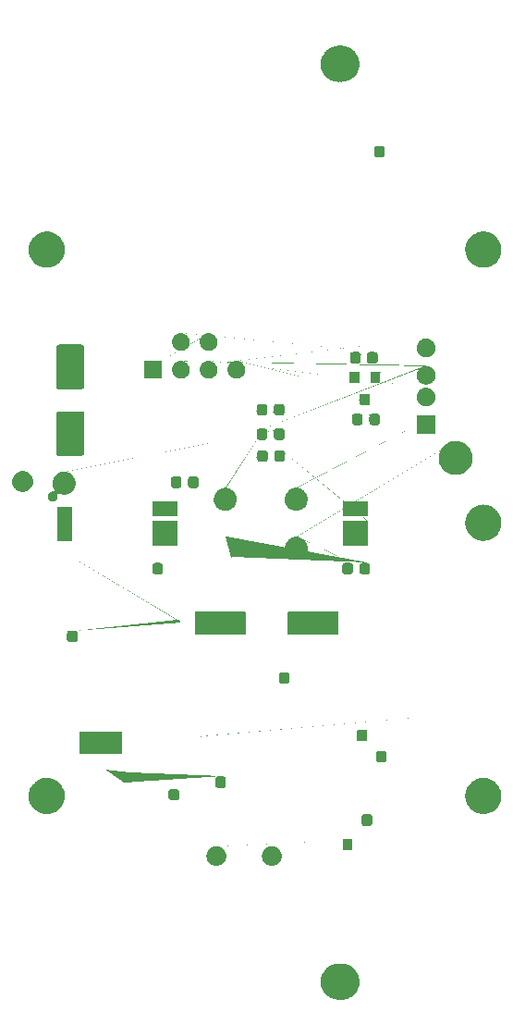
<source format=gbr>
From 0e25682ed73ead8da26ea8659492bd5bce3cfe64 Mon Sep 17 00:00:00 2001
From: jaseg <git@jaseg.net>
Date: Sat, 11 Apr 2020 15:45:32 +0200
Subject: Add gerber export

---
 gerber/remote-F_Mask.gbr | 10738 ++++++++++++++++++++++++---------------------
 1 file changed, 5774 insertions(+), 4964 deletions(-)

(limited to 'gerber/remote-F_Mask.gbr')

diff --git a/gerber/remote-F_Mask.gbr b/gerber/remote-F_Mask.gbr
index 9bb3b51..f8b3e7c 100644
--- a/gerber/remote-F_Mask.gbr
+++ b/gerber/remote-F_Mask.gbr
@@ -1,12 +1,12 @@
 G04 #@! TF.GenerationSoftware,KiCad,Pcbnew,(5.99.0-52-gefbc802f4)*
-G04 #@! TF.CreationDate,2019-10-28T15:02:12+01:00*
+G04 #@! TF.CreationDate,2019-11-04T16:58:43+01:00*
 G04 #@! TF.ProjectId,remote,72656d6f-7465-42e6-9b69-6361645f7063,rev?*
 G04 #@! TF.SameCoordinates,Original*
 G04 #@! TF.FileFunction,Soldermask,Top*
 G04 #@! TF.FilePolarity,Negative*
 %FSLAX46Y46*%
 G04 Gerber Fmt 4.6, Leading zero omitted, Abs format (unit mm)*
-G04 Created by KiCad (PCBNEW (5.99.0-52-gefbc802f4)) date 2019-10-28 15:02:12*
+G04 Created by KiCad (PCBNEW (5.99.0-52-gefbc802f4)) date 2019-11-04 16:58:43*
 %MOMM*%
 %LPD*%
 G04 APERTURE LIST*
@@ -334,166 +334,166 @@ X155323730Y-159349000D01*
 X155323730Y-159349000D01*
 G37*
 G36*
-X182073730Y-159349000D02*
-G01*
-X182129937Y-159349000D01*
-X182200874Y-159360235D01*
-X182267558Y-159366128D01*
-X182324072Y-159379748D01*
-X182386610Y-159389653D01*
-X182448179Y-159409658D01*
-X182506121Y-159423622D01*
-X182566809Y-159448203D01*
-X182633764Y-159469958D01*
-X182685106Y-159496118D01*
-X182733565Y-159515746D01*
-X182796309Y-159552779D01*
-X182865312Y-159587938D01*
-X182906161Y-159617616D01*
-X182944891Y-159640476D01*
-X183007232Y-159691049D01*
-X183075554Y-159740688D01*
-X183106207Y-159771341D01*
-X183135465Y-159795076D01*
-X183194718Y-159859852D01*
-X183259312Y-159924446D01*
-X183280574Y-159953711D01*
-X183301091Y-159976140D01*
-X183354400Y-160055323D01*
-X183412062Y-160134688D01*
-X183425230Y-160160531D01*
-X183438137Y-160179703D01*
-X183482562Y-160273052D01*
-X183530042Y-160366236D01*
-X183536784Y-160386987D01*
-X183543587Y-160401281D01*
-X183576245Y-160508436D01*
-X183610347Y-160613390D01*
-X183612634Y-160627830D01*
-X183615129Y-160636016D01*
-X183633244Y-160757955D01*
-X183651000Y-160870063D01*
-X183651000Y-161129937D01*
-X183642684Y-161182440D01*
-X183641885Y-161211983D01*
-X183624640Y-161296367D01*
-X183610347Y-161386610D01*
-X183599164Y-161421027D01*
-X183593080Y-161450799D01*
-X183560365Y-161540439D01*
-X183530042Y-161633764D01*
-X183516872Y-161659612D01*
-X183508950Y-161681318D01*
-X183459540Y-161772131D01*
-X183412062Y-161865312D01*
-X183399241Y-161882959D01*
-X183391672Y-161896870D01*
-X183324158Y-161986301D01*
-X183259312Y-162075554D01*
-X183248976Y-162085890D01*
-X183243819Y-162092721D01*
-X183155782Y-162179084D01*
-X183075554Y-162259312D01*
-X183069558Y-162263668D01*
-X183068640Y-162264569D01*
-X182893110Y-162391866D01*
-X182865312Y-162412062D01*
-X182764629Y-162463363D01*
-X182652223Y-162521753D01*
-X182645505Y-162524060D01*
-X182633764Y-162530042D01*
-X182527902Y-162564439D01*
-X182420133Y-162601441D01*
-X182405994Y-162604049D01*
-X182386610Y-162610347D01*
-X182282080Y-162626903D01*
-X182178808Y-162645950D01*
-X182157170Y-162646687D01*
-X182129937Y-162651000D01*
-X182030480Y-162651000D01*
-X181933553Y-162654300D01*
-X181904812Y-162651000D01*
-X181870063Y-162651000D01*
-X181778482Y-162636495D01*
-X181689768Y-162626309D01*
-X181654791Y-162616904D01*
-X181613390Y-162610347D01*
-X181531749Y-162583820D01*
-X181452788Y-162562589D01*
-X181412903Y-162545205D01*
-X181366236Y-162530042D01*
-X181295965Y-162494237D01*
-X181227832Y-162464541D01*
-X181184765Y-162437578D01*
-X181134688Y-162412062D01*
-X181076590Y-162369851D01*
-X181019843Y-162334323D01*
-X180975667Y-162296526D01*
-X180924446Y-162259312D01*
-X180878671Y-162213537D01*
-X180833382Y-162174788D01*
-X180790465Y-162125331D01*
-X180740688Y-162075554D01*
-X180706823Y-162028943D01*
-X180672556Y-161989454D01*
-X180633461Y-161927969D01*
-X180587938Y-161865312D01*
-X180565015Y-161820323D01*
-X180540884Y-161782372D01*
-X180508299Y-161709012D01*
-X180469958Y-161633764D01*
-X180456561Y-161592533D01*
-X180441269Y-161558105D01*
-X180417885Y-161473501D01*
-X180389653Y-161386610D01*
-X180383993Y-161350874D01*
-X180375897Y-161321582D01*
-X180364348Y-161226843D01*
-X180349000Y-161129937D01*
-X180349000Y-161100932D01*
-X180346203Y-161077987D01*
-X180349000Y-160974628D01*
-X180349000Y-160870063D01*
-X180352413Y-160848516D01*
-X180352841Y-160832689D01*
-X180372390Y-160722382D01*
-X180389653Y-160613390D01*
-X180394171Y-160599485D01*
-X180395664Y-160591061D01*
-X180434876Y-160474207D01*
-X180469958Y-160366236D01*
-X180473325Y-160359628D01*
-X180473732Y-160358415D01*
-X180571710Y-160166538D01*
-X180587938Y-160134688D01*
-X180654366Y-160043258D01*
-X180728002Y-159940214D01*
-X180732942Y-159935107D01*
-X180740688Y-159924446D01*
-X180819390Y-159845744D01*
-X180898621Y-159763841D01*
-X180910037Y-159755097D01*
-X180924446Y-159740688D01*
-X181010048Y-159678494D01*
-X181093440Y-159614621D01*
-X181112390Y-159604139D01*
-X181134688Y-159587938D01*
-X181223279Y-159542798D01*
-X181308164Y-159495843D01*
-X181335275Y-159485734D01*
-X181366236Y-159469958D01*
-X181454418Y-159441306D01*
-X181538091Y-159410105D01*
-X181573527Y-159402605D01*
-X181613390Y-159389653D01*
-X181698177Y-159376224D01*
-X181778171Y-159359294D01*
-X181821600Y-159356676D01*
-X181870063Y-159349000D01*
-X181948917Y-159349000D01*
-X182023111Y-159344527D01*
-X182073730Y-159349000D01*
-X182073730Y-159349000D01*
+X182323730Y-159349000D02*
+G01*
+X182379937Y-159349000D01*
+X182450874Y-159360235D01*
+X182517558Y-159366128D01*
+X182574072Y-159379748D01*
+X182636610Y-159389653D01*
+X182698179Y-159409658D01*
+X182756121Y-159423622D01*
+X182816809Y-159448203D01*
+X182883764Y-159469958D01*
+X182935106Y-159496118D01*
+X182983565Y-159515746D01*
+X183046309Y-159552779D01*
+X183115312Y-159587938D01*
+X183156161Y-159617616D01*
+X183194891Y-159640476D01*
+X183257232Y-159691049D01*
+X183325554Y-159740688D01*
+X183356207Y-159771341D01*
+X183385465Y-159795076D01*
+X183444718Y-159859852D01*
+X183509312Y-159924446D01*
+X183530574Y-159953711D01*
+X183551091Y-159976140D01*
+X183604400Y-160055323D01*
+X183662062Y-160134688D01*
+X183675230Y-160160531D01*
+X183688137Y-160179703D01*
+X183732562Y-160273052D01*
+X183780042Y-160366236D01*
+X183786784Y-160386987D01*
+X183793587Y-160401281D01*
+X183826245Y-160508436D01*
+X183860347Y-160613390D01*
+X183862634Y-160627830D01*
+X183865129Y-160636016D01*
+X183883244Y-160757955D01*
+X183901000Y-160870063D01*
+X183901000Y-161129937D01*
+X183892684Y-161182440D01*
+X183891885Y-161211983D01*
+X183874640Y-161296367D01*
+X183860347Y-161386610D01*
+X183849164Y-161421027D01*
+X183843080Y-161450799D01*
+X183810365Y-161540439D01*
+X183780042Y-161633764D01*
+X183766872Y-161659612D01*
+X183758950Y-161681318D01*
+X183709540Y-161772131D01*
+X183662062Y-161865312D01*
+X183649241Y-161882959D01*
+X183641672Y-161896870D01*
+X183574158Y-161986301D01*
+X183509312Y-162075554D01*
+X183498976Y-162085890D01*
+X183493819Y-162092721D01*
+X183405782Y-162179084D01*
+X183325554Y-162259312D01*
+X183319558Y-162263668D01*
+X183318640Y-162264569D01*
+X183143110Y-162391866D01*
+X183115312Y-162412062D01*
+X183014629Y-162463363D01*
+X182902223Y-162521753D01*
+X182895505Y-162524060D01*
+X182883764Y-162530042D01*
+X182777902Y-162564439D01*
+X182670133Y-162601441D01*
+X182655994Y-162604049D01*
+X182636610Y-162610347D01*
+X182532080Y-162626903D01*
+X182428808Y-162645950D01*
+X182407170Y-162646687D01*
+X182379937Y-162651000D01*
+X182280480Y-162651000D01*
+X182183553Y-162654300D01*
+X182154812Y-162651000D01*
+X182120063Y-162651000D01*
+X182028482Y-162636495D01*
+X181939768Y-162626309D01*
+X181904791Y-162616904D01*
+X181863390Y-162610347D01*
+X181781749Y-162583820D01*
+X181702788Y-162562589D01*
+X181662903Y-162545205D01*
+X181616236Y-162530042D01*
+X181545965Y-162494237D01*
+X181477832Y-162464541D01*
+X181434765Y-162437578D01*
+X181384688Y-162412062D01*
+X181326590Y-162369851D01*
+X181269843Y-162334323D01*
+X181225667Y-162296526D01*
+X181174446Y-162259312D01*
+X181128671Y-162213537D01*
+X181083382Y-162174788D01*
+X181040465Y-162125331D01*
+X180990688Y-162075554D01*
+X180956823Y-162028943D01*
+X180922556Y-161989454D01*
+X180883461Y-161927969D01*
+X180837938Y-161865312D01*
+X180815015Y-161820323D01*
+X180790884Y-161782372D01*
+X180758299Y-161709012D01*
+X180719958Y-161633764D01*
+X180706561Y-161592533D01*
+X180691269Y-161558105D01*
+X180667885Y-161473501D01*
+X180639653Y-161386610D01*
+X180633993Y-161350874D01*
+X180625897Y-161321582D01*
+X180614348Y-161226843D01*
+X180599000Y-161129937D01*
+X180599000Y-161100932D01*
+X180596203Y-161077987D01*
+X180599000Y-160974628D01*
+X180599000Y-160870063D01*
+X180602413Y-160848516D01*
+X180602841Y-160832689D01*
+X180622390Y-160722382D01*
+X180639653Y-160613390D01*
+X180644171Y-160599485D01*
+X180645664Y-160591061D01*
+X180684876Y-160474207D01*
+X180719958Y-160366236D01*
+X180723325Y-160359628D01*
+X180723732Y-160358415D01*
+X180821710Y-160166538D01*
+X180837938Y-160134688D01*
+X180904366Y-160043258D01*
+X180978002Y-159940214D01*
+X180982942Y-159935107D01*
+X180990688Y-159924446D01*
+X181069390Y-159845744D01*
+X181148621Y-159763841D01*
+X181160037Y-159755097D01*
+X181174446Y-159740688D01*
+X181260048Y-159678494D01*
+X181343440Y-159614621D01*
+X181362390Y-159604139D01*
+X181384688Y-159587938D01*
+X181473279Y-159542798D01*
+X181558164Y-159495843D01*
+X181585275Y-159485734D01*
+X181616236Y-159469958D01*
+X181704418Y-159441306D01*
+X181788091Y-159410105D01*
+X181823527Y-159402605D01*
+X181863390Y-159389653D01*
+X181948177Y-159376224D01*
+X182028171Y-159359294D01*
+X182071600Y-159356676D01*
+X182120063Y-159349000D01*
+X182198917Y-159349000D01*
+X182273111Y-159344527D01*
+X182323730Y-159349000D01*
+X182323730Y-159349000D01*
 G37*
 G36*
 X190819899Y-159151959D02*
@@ -1267,125 +1267,125 @@ X169119899Y-148601959D01*
 X169119899Y-148601959D01*
 G37*
 G36*
-X170978360Y-148613835D02*
+X176058360Y-148613835D02*
 G01*
-X171059397Y-148640166D01*
-X171146663Y-148667848D01*
-X171149655Y-148669493D01*
-X171158488Y-148672363D01*
-X171230466Y-148713919D01*
-X171301499Y-148752970D01*
-X171308986Y-148759253D01*
-X171322511Y-148767061D01*
-X171380259Y-148819057D01*
-X171436857Y-148866549D01*
-X171446962Y-148879118D01*
-X171463261Y-148893793D01*
-X171505454Y-148951867D01*
-X171547579Y-149004260D01*
-X171557994Y-149024182D01*
-X171574586Y-149047019D01*
-X171601297Y-149107012D01*
-X171629439Y-149160843D01*
-X171637582Y-149188510D01*
-X171651621Y-149220042D01*
-X171663992Y-149278241D01*
-X171679328Y-149330349D01*
-X171682518Y-149365401D01*
-X171690999Y-149405301D01*
-X171690999Y-149458592D01*
-X171695343Y-149506324D01*
-X171690999Y-149547653D01*
-X171690999Y-149594699D01*
-X171681217Y-149640721D01*
-X171676873Y-149682047D01*
-X171662702Y-149727827D01*
-X171651621Y-149779958D01*
-X171635028Y-149817226D01*
-X171624622Y-149850843D01*
-X171598789Y-149898620D01*
-X171574586Y-149952981D01*
-X171554298Y-149980905D01*
-X171540580Y-150006276D01*
-X171501859Y-150053082D01*
-X171463261Y-150106207D01*
-X171442284Y-150125095D01*
-X171427952Y-150142419D01*
-X171375845Y-150184917D01*
-X171322511Y-150232939D01*
-X171303524Y-150243901D01*
-X171291025Y-150254095D01*
-X171225780Y-150288786D01*
-X171158488Y-150327637D01*
-X171143636Y-150332463D01*
-X171135003Y-150337053D01*
-X171057430Y-150360473D01*
-X170978360Y-150386165D01*
-X170969114Y-150387137D01*
-X170965851Y-150388122D01*
-X170874710Y-150397059D01*
-X170837211Y-150401000D01*
-X170742789Y-150401000D01*
-X170601640Y-150386165D01*
-X170520603Y-150359834D01*
-X170433337Y-150332152D01*
-X170430345Y-150330507D01*
-X170421512Y-150327637D01*
-X170349534Y-150286081D01*
-X170278501Y-150247030D01*
-X170271014Y-150240747D01*
-X170257489Y-150232939D01*
-X170199741Y-150180943D01*
-X170143143Y-150133451D01*
-X170133038Y-150120882D01*
-X170116739Y-150106207D01*
-X170074546Y-150048133D01*
-X170032421Y-149995740D01*
-X170022006Y-149975818D01*
-X170005414Y-149952981D01*
-X169978703Y-149892988D01*
-X169950561Y-149839157D01*
-X169942418Y-149811490D01*
-X169928379Y-149779958D01*
-X169916008Y-149721759D01*
-X169900672Y-149669651D01*
-X169897482Y-149634599D01*
-X169889001Y-149594699D01*
-X169889001Y-149541408D01*
-X169884657Y-149493676D01*
-X169889001Y-149452347D01*
-X169889001Y-149405301D01*
-X169898783Y-149359279D01*
-X169903127Y-149317953D01*
-X169917298Y-149272173D01*
-X169928379Y-149220042D01*
-X169944972Y-149182774D01*
-X169955378Y-149149157D01*
-X169981211Y-149101380D01*
-X170005414Y-149047019D01*
-X170025702Y-149019095D01*
-X170039420Y-148993724D01*
-X170078141Y-148946918D01*
-X170116739Y-148893793D01*
-X170137716Y-148874905D01*
-X170152048Y-148857581D01*
-X170204155Y-148815083D01*
-X170257489Y-148767061D01*
-X170276476Y-148756099D01*
-X170288975Y-148745905D01*
-X170354220Y-148711214D01*
-X170421512Y-148672363D01*
-X170436364Y-148667537D01*
-X170444997Y-148662947D01*
-X170522570Y-148639527D01*
-X170601640Y-148613835D01*
-X170610886Y-148612863D01*
-X170614149Y-148611878D01*
-X170705290Y-148602941D01*
-X170742789Y-148599000D01*
-X170837211Y-148599000D01*
-X170978360Y-148613835D01*
-X170978360Y-148613835D01*
+X176139397Y-148640166D01*
+X176226663Y-148667848D01*
+X176229655Y-148669493D01*
+X176238488Y-148672363D01*
+X176310466Y-148713919D01*
+X176381499Y-148752970D01*
+X176388986Y-148759253D01*
+X176402511Y-148767061D01*
+X176460259Y-148819057D01*
+X176516857Y-148866549D01*
+X176526962Y-148879118D01*
+X176543261Y-148893793D01*
+X176585454Y-148951867D01*
+X176627579Y-149004260D01*
+X176637994Y-149024182D01*
+X176654586Y-149047019D01*
+X176681297Y-149107012D01*
+X176709439Y-149160843D01*
+X176717582Y-149188510D01*
+X176731621Y-149220042D01*
+X176743992Y-149278241D01*
+X176759328Y-149330349D01*
+X176762518Y-149365401D01*
+X176770999Y-149405301D01*
+X176770999Y-149458592D01*
+X176775343Y-149506324D01*
+X176770999Y-149547653D01*
+X176770999Y-149594699D01*
+X176761217Y-149640721D01*
+X176756873Y-149682047D01*
+X176742702Y-149727827D01*
+X176731621Y-149779958D01*
+X176715028Y-149817226D01*
+X176704622Y-149850843D01*
+X176678789Y-149898620D01*
+X176654586Y-149952981D01*
+X176634298Y-149980905D01*
+X176620580Y-150006276D01*
+X176581859Y-150053082D01*
+X176543261Y-150106207D01*
+X176522284Y-150125095D01*
+X176507952Y-150142419D01*
+X176455845Y-150184917D01*
+X176402511Y-150232939D01*
+X176383524Y-150243901D01*
+X176371025Y-150254095D01*
+X176305780Y-150288786D01*
+X176238488Y-150327637D01*
+X176223636Y-150332463D01*
+X176215003Y-150337053D01*
+X176137430Y-150360473D01*
+X176058360Y-150386165D01*
+X176049114Y-150387137D01*
+X176045851Y-150388122D01*
+X175954710Y-150397059D01*
+X175917211Y-150401000D01*
+X175822789Y-150401000D01*
+X175681640Y-150386165D01*
+X175600603Y-150359834D01*
+X175513337Y-150332152D01*
+X175510345Y-150330507D01*
+X175501512Y-150327637D01*
+X175429534Y-150286081D01*
+X175358501Y-150247030D01*
+X175351014Y-150240747D01*
+X175337489Y-150232939D01*
+X175279741Y-150180943D01*
+X175223143Y-150133451D01*
+X175213038Y-150120882D01*
+X175196739Y-150106207D01*
+X175154546Y-150048133D01*
+X175112421Y-149995740D01*
+X175102006Y-149975818D01*
+X175085414Y-149952981D01*
+X175058703Y-149892988D01*
+X175030561Y-149839157D01*
+X175022418Y-149811490D01*
+X175008379Y-149779958D01*
+X174996008Y-149721759D01*
+X174980672Y-149669651D01*
+X174977482Y-149634599D01*
+X174969001Y-149594699D01*
+X174969001Y-149541408D01*
+X174964657Y-149493676D01*
+X174969001Y-149452347D01*
+X174969001Y-149405301D01*
+X174978783Y-149359279D01*
+X174983127Y-149317953D01*
+X174997298Y-149272173D01*
+X175008379Y-149220042D01*
+X175024972Y-149182774D01*
+X175035378Y-149149157D01*
+X175061211Y-149101380D01*
+X175085414Y-149047019D01*
+X175105702Y-149019095D01*
+X175119420Y-148993724D01*
+X175158141Y-148946918D01*
+X175196739Y-148893793D01*
+X175217716Y-148874905D01*
+X175232048Y-148857581D01*
+X175284155Y-148815083D01*
+X175337489Y-148767061D01*
+X175356476Y-148756099D01*
+X175368975Y-148745905D01*
+X175434220Y-148711214D01*
+X175501512Y-148672363D01*
+X175516364Y-148667537D01*
+X175524997Y-148662947D01*
+X175602570Y-148639527D01*
+X175681640Y-148613835D01*
+X175690886Y-148612863D01*
+X175694149Y-148611878D01*
+X175785290Y-148602941D01*
+X175822789Y-148599000D01*
+X175917211Y-148599000D01*
+X176058360Y-148613835D01*
+X176058360Y-148613835D01*
 G37*
 G36*
 X173518360Y-148613835D02*
@@ -1509,152 +1509,125 @@ X173518360Y-148613835D01*
 X173518360Y-148613835D01*
 G37*
 G36*
-X176058360Y-148613835D02*
+X170978360Y-148613835D02*
 G01*
-X176139397Y-148640166D01*
-X176226663Y-148667848D01*
-X176229655Y-148669493D01*
-X176238488Y-148672363D01*
-X176310466Y-148713919D01*
-X176381499Y-148752970D01*
-X176388986Y-148759253D01*
-X176402511Y-148767061D01*
-X176460259Y-148819057D01*
-X176516857Y-148866549D01*
-X176526962Y-148879118D01*
-X176543261Y-148893793D01*
-X176585454Y-148951867D01*
-X176627579Y-149004260D01*
-X176637994Y-149024182D01*
-X176654586Y-149047019D01*
-X176681297Y-149107012D01*
-X176709439Y-149160843D01*
-X176717582Y-149188510D01*
-X176731621Y-149220042D01*
-X176743992Y-149278241D01*
-X176759328Y-149330349D01*
-X176762518Y-149365401D01*
-X176770999Y-149405301D01*
-X176770999Y-149458592D01*
-X176775343Y-149506324D01*
-X176770999Y-149547653D01*
-X176770999Y-149594699D01*
-X176761217Y-149640721D01*
-X176756873Y-149682047D01*
-X176742702Y-149727827D01*
-X176731621Y-149779958D01*
-X176715028Y-149817226D01*
-X176704622Y-149850843D01*
-X176678789Y-149898620D01*
-X176654586Y-149952981D01*
-X176634298Y-149980905D01*
-X176620580Y-150006276D01*
-X176581859Y-150053082D01*
-X176543261Y-150106207D01*
-X176522284Y-150125095D01*
-X176507952Y-150142419D01*
-X176455845Y-150184917D01*
-X176402511Y-150232939D01*
-X176383524Y-150243901D01*
-X176371025Y-150254095D01*
-X176305780Y-150288786D01*
-X176238488Y-150327637D01*
-X176223636Y-150332463D01*
-X176215003Y-150337053D01*
-X176137430Y-150360473D01*
-X176058360Y-150386165D01*
-X176049114Y-150387137D01*
-X176045851Y-150388122D01*
-X175954710Y-150397059D01*
-X175917211Y-150401000D01*
-X175822789Y-150401000D01*
-X175681640Y-150386165D01*
-X175600603Y-150359834D01*
-X175513337Y-150332152D01*
-X175510345Y-150330507D01*
-X175501512Y-150327637D01*
-X175429534Y-150286081D01*
-X175358501Y-150247030D01*
-X175351014Y-150240747D01*
-X175337489Y-150232939D01*
-X175279741Y-150180943D01*
-X175223143Y-150133451D01*
-X175213038Y-150120882D01*
-X175196739Y-150106207D01*
-X175154546Y-150048133D01*
-X175112421Y-149995740D01*
-X175102006Y-149975818D01*
-X175085414Y-149952981D01*
-X175058703Y-149892988D01*
-X175030561Y-149839157D01*
-X175022418Y-149811490D01*
-X175008379Y-149779958D01*
-X174996008Y-149721759D01*
-X174980672Y-149669651D01*
-X174977482Y-149634599D01*
-X174969001Y-149594699D01*
-X174969001Y-149541408D01*
-X174964657Y-149493676D01*
-X174969001Y-149452347D01*
-X174969001Y-149405301D01*
-X174978783Y-149359279D01*
-X174983127Y-149317953D01*
-X174997298Y-149272173D01*
-X175008379Y-149220042D01*
-X175024972Y-149182774D01*
-X175035378Y-149149157D01*
-X175061211Y-149101380D01*
-X175085414Y-149047019D01*
-X175105702Y-149019095D01*
-X175119420Y-148993724D01*
-X175158141Y-148946918D01*
-X175196739Y-148893793D01*
-X175217716Y-148874905D01*
-X175232048Y-148857581D01*
-X175284155Y-148815083D01*
-X175337489Y-148767061D01*
-X175356476Y-148756099D01*
-X175368975Y-148745905D01*
-X175434220Y-148711214D01*
-X175501512Y-148672363D01*
-X175516364Y-148667537D01*
-X175524997Y-148662947D01*
-X175602570Y-148639527D01*
-X175681640Y-148613835D01*
-X175690886Y-148612863D01*
-X175694149Y-148611878D01*
-X175785290Y-148602941D01*
-X175822789Y-148599000D01*
-X175917211Y-148599000D01*
-X176058360Y-148613835D01*
-X176058360Y-148613835D01*
-G37*
-G36*
-X183219899Y-148001959D02*
-G01*
-X183236769Y-148013231D01*
-X183248041Y-148030101D01*
-X183254448Y-148062312D01*
-X183254448Y-148937688D01*
-X183251999Y-148950000D01*
-X183248041Y-148969899D01*
-X183236769Y-148986769D01*
-X183219899Y-148998041D01*
-X183200000Y-149001999D01*
-X183187688Y-149004448D01*
-X182412312Y-149004448D01*
-X182380101Y-148998041D01*
-X182363231Y-148986769D01*
-X182351959Y-148969899D01*
-X182345552Y-148937688D01*
-X182345552Y-148062312D01*
-X182351959Y-148030101D01*
-X182363231Y-148013231D01*
-X182380101Y-148001959D01*
-X182412312Y-147995552D01*
-X183187688Y-147995552D01*
-X183219899Y-148001959D01*
-X183219899Y-148001959D01*
+X171059397Y-148640166D01*
+X171146663Y-148667848D01*
+X171149655Y-148669493D01*
+X171158488Y-148672363D01*
+X171230466Y-148713919D01*
+X171301499Y-148752970D01*
+X171308986Y-148759253D01*
+X171322511Y-148767061D01*
+X171380259Y-148819057D01*
+X171436857Y-148866549D01*
+X171446962Y-148879118D01*
+X171463261Y-148893793D01*
+X171505454Y-148951867D01*
+X171547579Y-149004260D01*
+X171557994Y-149024182D01*
+X171574586Y-149047019D01*
+X171601297Y-149107012D01*
+X171629439Y-149160843D01*
+X171637582Y-149188510D01*
+X171651621Y-149220042D01*
+X171663992Y-149278241D01*
+X171679328Y-149330349D01*
+X171682518Y-149365401D01*
+X171690999Y-149405301D01*
+X171690999Y-149458592D01*
+X171695343Y-149506324D01*
+X171690999Y-149547653D01*
+X171690999Y-149594699D01*
+X171681217Y-149640721D01*
+X171676873Y-149682047D01*
+X171662702Y-149727827D01*
+X171651621Y-149779958D01*
+X171635028Y-149817226D01*
+X171624622Y-149850843D01*
+X171598789Y-149898620D01*
+X171574586Y-149952981D01*
+X171554298Y-149980905D01*
+X171540580Y-150006276D01*
+X171501859Y-150053082D01*
+X171463261Y-150106207D01*
+X171442284Y-150125095D01*
+X171427952Y-150142419D01*
+X171375845Y-150184917D01*
+X171322511Y-150232939D01*
+X171303524Y-150243901D01*
+X171291025Y-150254095D01*
+X171225780Y-150288786D01*
+X171158488Y-150327637D01*
+X171143636Y-150332463D01*
+X171135003Y-150337053D01*
+X171057430Y-150360473D01*
+X170978360Y-150386165D01*
+X170969114Y-150387137D01*
+X170965851Y-150388122D01*
+X170874710Y-150397059D01*
+X170837211Y-150401000D01*
+X170742789Y-150401000D01*
+X170601640Y-150386165D01*
+X170520603Y-150359834D01*
+X170433337Y-150332152D01*
+X170430345Y-150330507D01*
+X170421512Y-150327637D01*
+X170349534Y-150286081D01*
+X170278501Y-150247030D01*
+X170271014Y-150240747D01*
+X170257489Y-150232939D01*
+X170199741Y-150180943D01*
+X170143143Y-150133451D01*
+X170133038Y-150120882D01*
+X170116739Y-150106207D01*
+X170074546Y-150048133D01*
+X170032421Y-149995740D01*
+X170022006Y-149975818D01*
+X170005414Y-149952981D01*
+X169978703Y-149892988D01*
+X169950561Y-149839157D01*
+X169942418Y-149811490D01*
+X169928379Y-149779958D01*
+X169916008Y-149721759D01*
+X169900672Y-149669651D01*
+X169897482Y-149634599D01*
+X169889001Y-149594699D01*
+X169889001Y-149541408D01*
+X169884657Y-149493676D01*
+X169889001Y-149452347D01*
+X169889001Y-149405301D01*
+X169898783Y-149359279D01*
+X169903127Y-149317953D01*
+X169917298Y-149272173D01*
+X169928379Y-149220042D01*
+X169944972Y-149182774D01*
+X169955378Y-149149157D01*
+X169981211Y-149101380D01*
+X170005414Y-149047019D01*
+X170025702Y-149019095D01*
+X170039420Y-148993724D01*
+X170078141Y-148946918D01*
+X170116739Y-148893793D01*
+X170137716Y-148874905D01*
+X170152048Y-148857581D01*
+X170204155Y-148815083D01*
+X170257489Y-148767061D01*
+X170276476Y-148756099D01*
+X170288975Y-148745905D01*
+X170354220Y-148711214D01*
+X170421512Y-148672363D01*
+X170436364Y-148667537D01*
+X170444997Y-148662947D01*
+X170522570Y-148639527D01*
+X170601640Y-148613835D01*
+X170610886Y-148612863D01*
+X170614149Y-148611878D01*
+X170705290Y-148602941D01*
+X170742789Y-148599000D01*
+X170837211Y-148599000D01*
+X170978360Y-148613835D01*
+X170978360Y-148613835D01*
 G37*
 G36*
 X185119899Y-148001959D02*
@@ -1684,93 +1657,31 @@ X185119899Y-148001959D01*
 X185119899Y-148001959D01*
 G37*
 G36*
-X184801231Y-145673001D02*
+X183219899Y-148001959D02*
 G01*
-X184801964Y-145673001D01*
-X184804829Y-145673571D01*
-X184887918Y-145686731D01*
-X184898760Y-145692255D01*
-X184907215Y-145693937D01*
-X184923768Y-145704998D01*
-X184964054Y-145725524D01*
-X184983316Y-145744786D01*
-X184996443Y-145753557D01*
-X185005214Y-145766684D01*
-X185024476Y-145785946D01*
-X185045002Y-145826232D01*
-X185056063Y-145842785D01*
-X185057745Y-145851240D01*
-X185063269Y-145862082D01*
-X185076429Y-145945171D01*
-X185076999Y-145948036D01*
-X185076999Y-145948769D01*
-X185078194Y-145956314D01*
-X185078194Y-146443686D01*
-X185076999Y-146451231D01*
-X185076999Y-146451964D01*
-X185076429Y-146454829D01*
-X185063269Y-146537918D01*
-X185057745Y-146548760D01*
-X185056063Y-146557215D01*
-X185045002Y-146573768D01*
-X185024476Y-146614054D01*
-X185005214Y-146633316D01*
-X184996443Y-146646443D01*
-X184983316Y-146655214D01*
-X184964054Y-146674476D01*
-X184923768Y-146695002D01*
-X184907215Y-146706063D01*
-X184898760Y-146707745D01*
-X184887918Y-146713269D01*
-X184804829Y-146726429D01*
-X184801964Y-146726999D01*
-X184801231Y-146726999D01*
-X184793686Y-146728194D01*
-X184381314Y-146728194D01*
-X184373769Y-146726999D01*
-X184373036Y-146726999D01*
-X184370171Y-146726429D01*
-X184287082Y-146713269D01*
-X184276240Y-146707745D01*
-X184267785Y-146706063D01*
-X184251232Y-146695002D01*
-X184210946Y-146674476D01*
-X184191684Y-146655214D01*
-X184178557Y-146646443D01*
-X184169786Y-146633316D01*
-X184150524Y-146614054D01*
-X184129998Y-146573768D01*
-X184118937Y-146557215D01*
-X184117255Y-146548760D01*
-X184111731Y-146537918D01*
-X184098571Y-146454829D01*
-X184098001Y-146451964D01*
-X184098001Y-146451231D01*
-X184096806Y-146443686D01*
-X184096806Y-145956314D01*
-X184098001Y-145948769D01*
-X184098001Y-145948036D01*
-X184098571Y-145945171D01*
-X184111731Y-145862082D01*
-X184117255Y-145851240D01*
-X184118937Y-145842785D01*
-X184129998Y-145826232D01*
-X184150524Y-145785946D01*
-X184169786Y-145766684D01*
-X184178557Y-145753557D01*
-X184191684Y-145744786D01*
-X184210946Y-145725524D01*
-X184251232Y-145704998D01*
-X184267785Y-145693937D01*
-X184276240Y-145692255D01*
-X184287082Y-145686731D01*
-X184370171Y-145673571D01*
-X184373036Y-145673001D01*
-X184373769Y-145673001D01*
-X184381314Y-145671806D01*
-X184793686Y-145671806D01*
-X184801231Y-145673001D01*
-X184801231Y-145673001D01*
+X183236769Y-148013231D01*
+X183248041Y-148030101D01*
+X183254448Y-148062312D01*
+X183254448Y-148937688D01*
+X183251999Y-148950000D01*
+X183248041Y-148969899D01*
+X183236769Y-148986769D01*
+X183219899Y-148998041D01*
+X183200000Y-149001999D01*
+X183187688Y-149004448D01*
+X182412312Y-149004448D01*
+X182380101Y-148998041D01*
+X182363231Y-148986769D01*
+X182351959Y-148969899D01*
+X182345552Y-148937688D01*
+X182345552Y-148062312D01*
+X182351959Y-148030101D01*
+X182363231Y-148013231D01*
+X182380101Y-148001959D01*
+X182412312Y-147995552D01*
+X183187688Y-147995552D01*
+X183219899Y-148001959D01*
+X183219899Y-148001959D01*
 G37*
 G36*
 X183226231Y-145673001D02*
@@ -1862,6 +1773,419 @@ X183226231Y-145673001D01*
 X183226231Y-145673001D01*
 G37*
 G36*
+X184801231Y-145673001D02*
+G01*
+X184801964Y-145673001D01*
+X184804829Y-145673571D01*
+X184887918Y-145686731D01*
+X184898760Y-145692255D01*
+X184907215Y-145693937D01*
+X184923768Y-145704998D01*
+X184964054Y-145725524D01*
+X184983316Y-145744786D01*
+X184996443Y-145753557D01*
+X185005214Y-145766684D01*
+X185024476Y-145785946D01*
+X185045002Y-145826232D01*
+X185056063Y-145842785D01*
+X185057745Y-145851240D01*
+X185063269Y-145862082D01*
+X185076429Y-145945171D01*
+X185076999Y-145948036D01*
+X185076999Y-145948769D01*
+X185078194Y-145956314D01*
+X185078194Y-146443686D01*
+X185076999Y-146451231D01*
+X185076999Y-146451964D01*
+X185076429Y-146454829D01*
+X185063269Y-146537918D01*
+X185057745Y-146548760D01*
+X185056063Y-146557215D01*
+X185045002Y-146573768D01*
+X185024476Y-146614054D01*
+X185005214Y-146633316D01*
+X184996443Y-146646443D01*
+X184983316Y-146655214D01*
+X184964054Y-146674476D01*
+X184923768Y-146695002D01*
+X184907215Y-146706063D01*
+X184898760Y-146707745D01*
+X184887918Y-146713269D01*
+X184804829Y-146726429D01*
+X184801964Y-146726999D01*
+X184801231Y-146726999D01*
+X184793686Y-146728194D01*
+X184381314Y-146728194D01*
+X184373769Y-146726999D01*
+X184373036Y-146726999D01*
+X184370171Y-146726429D01*
+X184287082Y-146713269D01*
+X184276240Y-146707745D01*
+X184267785Y-146706063D01*
+X184251232Y-146695002D01*
+X184210946Y-146674476D01*
+X184191684Y-146655214D01*
+X184178557Y-146646443D01*
+X184169786Y-146633316D01*
+X184150524Y-146614054D01*
+X184129998Y-146573768D01*
+X184118937Y-146557215D01*
+X184117255Y-146548760D01*
+X184111731Y-146537918D01*
+X184098571Y-146454829D01*
+X184098001Y-146451964D01*
+X184098001Y-146451231D01*
+X184096806Y-146443686D01*
+X184096806Y-145956314D01*
+X184098001Y-145948769D01*
+X184098001Y-145948036D01*
+X184098571Y-145945171D01*
+X184111731Y-145862082D01*
+X184117255Y-145851240D01*
+X184118937Y-145842785D01*
+X184129998Y-145826232D01*
+X184150524Y-145785946D01*
+X184169786Y-145766684D01*
+X184178557Y-145753557D01*
+X184191684Y-145744786D01*
+X184210946Y-145725524D01*
+X184251232Y-145704998D01*
+X184267785Y-145693937D01*
+X184276240Y-145692255D01*
+X184287082Y-145686731D01*
+X184370171Y-145673571D01*
+X184373036Y-145673001D01*
+X184373769Y-145673001D01*
+X184381314Y-145671806D01*
+X184793686Y-145671806D01*
+X184801231Y-145673001D01*
+X184801231Y-145673001D01*
+G37*
+G36*
+X155323730Y-142349000D02*
+G01*
+X155379937Y-142349000D01*
+X155450874Y-142360235D01*
+X155517558Y-142366128D01*
+X155574072Y-142379748D01*
+X155636610Y-142389653D01*
+X155698179Y-142409658D01*
+X155756121Y-142423622D01*
+X155816809Y-142448203D01*
+X155883764Y-142469958D01*
+X155935106Y-142496118D01*
+X155983565Y-142515746D01*
+X156046309Y-142552779D01*
+X156115312Y-142587938D01*
+X156156161Y-142617616D01*
+X156194891Y-142640476D01*
+X156257232Y-142691049D01*
+X156325554Y-142740688D01*
+X156356207Y-142771341D01*
+X156385465Y-142795076D01*
+X156444718Y-142859852D01*
+X156509312Y-142924446D01*
+X156530574Y-142953711D01*
+X156551091Y-142976140D01*
+X156604400Y-143055323D01*
+X156662062Y-143134688D01*
+X156675230Y-143160531D01*
+X156688137Y-143179703D01*
+X156732562Y-143273052D01*
+X156780042Y-143366236D01*
+X156786784Y-143386987D01*
+X156793587Y-143401281D01*
+X156826245Y-143508436D01*
+X156860347Y-143613390D01*
+X156862634Y-143627830D01*
+X156865129Y-143636016D01*
+X156883244Y-143757955D01*
+X156901000Y-143870063D01*
+X156901000Y-144129937D01*
+X156892684Y-144182440D01*
+X156891885Y-144211983D01*
+X156874640Y-144296367D01*
+X156860347Y-144386610D01*
+X156849164Y-144421027D01*
+X156843080Y-144450799D01*
+X156810365Y-144540439D01*
+X156780042Y-144633764D01*
+X156766872Y-144659612D01*
+X156758950Y-144681318D01*
+X156709540Y-144772131D01*
+X156662062Y-144865312D01*
+X156649241Y-144882959D01*
+X156641672Y-144896870D01*
+X156574158Y-144986301D01*
+X156509312Y-145075554D01*
+X156498976Y-145085890D01*
+X156493819Y-145092721D01*
+X156405782Y-145179084D01*
+X156325554Y-145259312D01*
+X156319558Y-145263668D01*
+X156318640Y-145264569D01*
+X156143110Y-145391866D01*
+X156115312Y-145412062D01*
+X156014629Y-145463363D01*
+X155902223Y-145521753D01*
+X155895505Y-145524060D01*
+X155883764Y-145530042D01*
+X155777902Y-145564439D01*
+X155670133Y-145601441D01*
+X155655994Y-145604049D01*
+X155636610Y-145610347D01*
+X155532080Y-145626903D01*
+X155428808Y-145645950D01*
+X155407170Y-145646687D01*
+X155379937Y-145651000D01*
+X155280480Y-145651000D01*
+X155183553Y-145654300D01*
+X155154812Y-145651000D01*
+X155120063Y-145651000D01*
+X155028482Y-145636495D01*
+X154939768Y-145626309D01*
+X154904791Y-145616904D01*
+X154863390Y-145610347D01*
+X154781749Y-145583820D01*
+X154702788Y-145562589D01*
+X154662903Y-145545205D01*
+X154616236Y-145530042D01*
+X154545965Y-145494237D01*
+X154477832Y-145464541D01*
+X154434765Y-145437578D01*
+X154384688Y-145412062D01*
+X154326590Y-145369851D01*
+X154269843Y-145334323D01*
+X154225667Y-145296526D01*
+X154174446Y-145259312D01*
+X154128671Y-145213537D01*
+X154083382Y-145174788D01*
+X154040465Y-145125331D01*
+X153990688Y-145075554D01*
+X153956823Y-145028943D01*
+X153922556Y-144989454D01*
+X153883461Y-144927969D01*
+X153837938Y-144865312D01*
+X153815015Y-144820323D01*
+X153790884Y-144782372D01*
+X153758299Y-144709012D01*
+X153719958Y-144633764D01*
+X153706561Y-144592533D01*
+X153691269Y-144558105D01*
+X153667885Y-144473501D01*
+X153639653Y-144386610D01*
+X153633993Y-144350874D01*
+X153625897Y-144321582D01*
+X153614348Y-144226843D01*
+X153599000Y-144129937D01*
+X153599000Y-144100932D01*
+X153596203Y-144077987D01*
+X153599000Y-143974628D01*
+X153599000Y-143870063D01*
+X153602413Y-143848516D01*
+X153602841Y-143832689D01*
+X153622390Y-143722382D01*
+X153639653Y-143613390D01*
+X153644171Y-143599485D01*
+X153645664Y-143591061D01*
+X153684876Y-143474207D01*
+X153719958Y-143366236D01*
+X153723325Y-143359628D01*
+X153723732Y-143358415D01*
+X153821710Y-143166538D01*
+X153837938Y-143134688D01*
+X153904366Y-143043258D01*
+X153978002Y-142940214D01*
+X153982942Y-142935107D01*
+X153990688Y-142924446D01*
+X154069390Y-142845744D01*
+X154148621Y-142763841D01*
+X154160037Y-142755097D01*
+X154174446Y-142740688D01*
+X154260048Y-142678494D01*
+X154343440Y-142614621D01*
+X154362390Y-142604139D01*
+X154384688Y-142587938D01*
+X154473279Y-142542798D01*
+X154558164Y-142495843D01*
+X154585275Y-142485734D01*
+X154616236Y-142469958D01*
+X154704418Y-142441306D01*
+X154788091Y-142410105D01*
+X154823527Y-142402605D01*
+X154863390Y-142389653D01*
+X154948177Y-142376224D01*
+X155028171Y-142359294D01*
+X155071600Y-142356676D01*
+X155120063Y-142349000D01*
+X155198917Y-142349000D01*
+X155273111Y-142344527D01*
+X155323730Y-142349000D01*
+X155323730Y-142349000D01*
+G37*
+G36*
+X195323730Y-142349000D02*
+G01*
+X195379937Y-142349000D01*
+X195450874Y-142360235D01*
+X195517558Y-142366128D01*
+X195574072Y-142379748D01*
+X195636610Y-142389653D01*
+X195698179Y-142409658D01*
+X195756121Y-142423622D01*
+X195816809Y-142448203D01*
+X195883764Y-142469958D01*
+X195935106Y-142496118D01*
+X195983565Y-142515746D01*
+X196046309Y-142552779D01*
+X196115312Y-142587938D01*
+X196156161Y-142617616D01*
+X196194891Y-142640476D01*
+X196257232Y-142691049D01*
+X196325554Y-142740688D01*
+X196356207Y-142771341D01*
+X196385465Y-142795076D01*
+X196444718Y-142859852D01*
+X196509312Y-142924446D01*
+X196530574Y-142953711D01*
+X196551091Y-142976140D01*
+X196604400Y-143055323D01*
+X196662062Y-143134688D01*
+X196675230Y-143160531D01*
+X196688137Y-143179703D01*
+X196732562Y-143273052D01*
+X196780042Y-143366236D01*
+X196786784Y-143386987D01*
+X196793587Y-143401281D01*
+X196826245Y-143508436D01*
+X196860347Y-143613390D01*
+X196862634Y-143627830D01*
+X196865129Y-143636016D01*
+X196883244Y-143757955D01*
+X196901000Y-143870063D01*
+X196901000Y-144129937D01*
+X196892684Y-144182440D01*
+X196891885Y-144211983D01*
+X196874640Y-144296367D01*
+X196860347Y-144386610D01*
+X196849164Y-144421027D01*
+X196843080Y-144450799D01*
+X196810365Y-144540439D01*
+X196780042Y-144633764D01*
+X196766872Y-144659612D01*
+X196758950Y-144681318D01*
+X196709540Y-144772131D01*
+X196662062Y-144865312D01*
+X196649241Y-144882959D01*
+X196641672Y-144896870D01*
+X196574158Y-144986301D01*
+X196509312Y-145075554D01*
+X196498976Y-145085890D01*
+X196493819Y-145092721D01*
+X196405782Y-145179084D01*
+X196325554Y-145259312D01*
+X196319558Y-145263668D01*
+X196318640Y-145264569D01*
+X196143110Y-145391866D01*
+X196115312Y-145412062D01*
+X196014629Y-145463363D01*
+X195902223Y-145521753D01*
+X195895505Y-145524060D01*
+X195883764Y-145530042D01*
+X195777902Y-145564439D01*
+X195670133Y-145601441D01*
+X195655994Y-145604049D01*
+X195636610Y-145610347D01*
+X195532080Y-145626903D01*
+X195428808Y-145645950D01*
+X195407170Y-145646687D01*
+X195379937Y-145651000D01*
+X195280480Y-145651000D01*
+X195183553Y-145654300D01*
+X195154812Y-145651000D01*
+X195120063Y-145651000D01*
+X195028482Y-145636495D01*
+X194939768Y-145626309D01*
+X194904791Y-145616904D01*
+X194863390Y-145610347D01*
+X194781749Y-145583820D01*
+X194702788Y-145562589D01*
+X194662903Y-145545205D01*
+X194616236Y-145530042D01*
+X194545965Y-145494237D01*
+X194477832Y-145464541D01*
+X194434765Y-145437578D01*
+X194384688Y-145412062D01*
+X194326590Y-145369851D01*
+X194269843Y-145334323D01*
+X194225667Y-145296526D01*
+X194174446Y-145259312D01*
+X194128671Y-145213537D01*
+X194083382Y-145174788D01*
+X194040465Y-145125331D01*
+X193990688Y-145075554D01*
+X193956823Y-145028943D01*
+X193922556Y-144989454D01*
+X193883461Y-144927969D01*
+X193837938Y-144865312D01*
+X193815015Y-144820323D01*
+X193790884Y-144782372D01*
+X193758299Y-144709012D01*
+X193719958Y-144633764D01*
+X193706561Y-144592533D01*
+X193691269Y-144558105D01*
+X193667885Y-144473501D01*
+X193639653Y-144386610D01*
+X193633993Y-144350874D01*
+X193625897Y-144321582D01*
+X193614348Y-144226843D01*
+X193599000Y-144129937D01*
+X193599000Y-144100932D01*
+X193596203Y-144077987D01*
+X193599000Y-143974628D01*
+X193599000Y-143870063D01*
+X193602413Y-143848516D01*
+X193602841Y-143832689D01*
+X193622390Y-143722382D01*
+X193639653Y-143613390D01*
+X193644171Y-143599485D01*
+X193645664Y-143591061D01*
+X193684876Y-143474207D01*
+X193719958Y-143366236D01*
+X193723325Y-143359628D01*
+X193723732Y-143358415D01*
+X193821710Y-143166538D01*
+X193837938Y-143134688D01*
+X193904366Y-143043258D01*
+X193978002Y-142940214D01*
+X193982942Y-142935107D01*
+X193990688Y-142924446D01*
+X194069390Y-142845744D01*
+X194148621Y-142763841D01*
+X194160037Y-142755097D01*
+X194174446Y-142740688D01*
+X194260048Y-142678494D01*
+X194343440Y-142614621D01*
+X194362390Y-142604139D01*
+X194384688Y-142587938D01*
+X194473279Y-142542798D01*
+X194558164Y-142495843D01*
+X194585275Y-142485734D01*
+X194616236Y-142469958D01*
+X194704418Y-142441306D01*
+X194788091Y-142410105D01*
+X194823527Y-142402605D01*
+X194863390Y-142389653D01*
+X194948177Y-142376224D01*
+X195028171Y-142359294D01*
+X195071600Y-142356676D01*
+X195120063Y-142349000D01*
+X195198917Y-142349000D01*
+X195273111Y-142344527D01*
+X195323730Y-142349000D01*
+X195323730Y-142349000D01*
+G37*
+G36*
 X160601652Y-143498117D02*
 G01*
 X160602027Y-143498117D01*
@@ -1951,96 +2275,7 @@ X160601652Y-143498117D01*
 X160601652Y-143498117D01*
 G37*
 G36*
-X167151231Y-143398001D02*
-G01*
-X167151964Y-143398001D01*
-X167154829Y-143398571D01*
-X167237918Y-143411731D01*
-X167248760Y-143417255D01*
-X167257215Y-143418937D01*
-X167273768Y-143429998D01*
-X167314054Y-143450524D01*
-X167333316Y-143469786D01*
-X167346443Y-143478557D01*
-X167355214Y-143491684D01*
-X167374476Y-143510946D01*
-X167395002Y-143551232D01*
-X167406063Y-143567785D01*
-X167407745Y-143576240D01*
-X167413269Y-143587082D01*
-X167426429Y-143670171D01*
-X167426999Y-143673036D01*
-X167426999Y-143673769D01*
-X167428194Y-143681314D01*
-X167428194Y-144093686D01*
-X167426999Y-144101231D01*
-X167426999Y-144101964D01*
-X167426429Y-144104829D01*
-X167413269Y-144187918D01*
-X167407745Y-144198760D01*
-X167406063Y-144207215D01*
-X167395002Y-144223768D01*
-X167374476Y-144264054D01*
-X167355214Y-144283316D01*
-X167346443Y-144296443D01*
-X167333316Y-144305214D01*
-X167314054Y-144324476D01*
-X167273768Y-144345002D01*
-X167257215Y-144356063D01*
-X167248760Y-144357745D01*
-X167237918Y-144363269D01*
-X167154829Y-144376429D01*
-X167151964Y-144376999D01*
-X167151231Y-144376999D01*
-X167143686Y-144378194D01*
-X166656314Y-144378194D01*
-X166648769Y-144376999D01*
-X166648036Y-144376999D01*
-X166645171Y-144376429D01*
-X166562082Y-144363269D01*
-X166551240Y-144357745D01*
-X166542785Y-144356063D01*
-X166526232Y-144345002D01*
-X166485946Y-144324476D01*
-X166466684Y-144305214D01*
-X166453557Y-144296443D01*
-X166444786Y-144283316D01*
-X166425524Y-144264054D01*
-X166404998Y-144223768D01*
-X166393937Y-144207215D01*
-X166392255Y-144198760D01*
-X166386731Y-144187918D01*
-X166373571Y-144104829D01*
-X166373001Y-144101964D01*
-X166373001Y-144101231D01*
-X166371806Y-144093686D01*
-X166371806Y-143681314D01*
-X166373001Y-143673769D01*
-X166373001Y-143673036D01*
-X166373571Y-143670171D01*
-X166386731Y-143587082D01*
-X166392255Y-143576240D01*
-X166393937Y-143567785D01*
-X166404998Y-143551232D01*
-X166425524Y-143510946D01*
-X166444786Y-143491684D01*
-X166453557Y-143478557D01*
-X166466684Y-143469786D01*
-X166485946Y-143450524D01*
-X166526232Y-143429998D01*
-X166542785Y-143418937D01*
-X166551240Y-143417255D01*
-X166562082Y-143411731D01*
-X166645171Y-143398571D01*
-X166648036Y-143398001D01*
-X166648769Y-143398001D01*
-X166656314Y-143396806D01*
-X167143686Y-143396806D01*
-X167151231Y-143398001D01*
-X167151231Y-143398001D01*
-G37*
-G36*
-X165001231Y-143398001D02*
+X165001231Y-143398001D02*
 G01*
 X165001964Y-143398001D01*
 X165004829Y-143398571D01*
@@ -2129,6 +2364,95 @@ X165001231Y-143398001D01*
 X165001231Y-143398001D01*
 G37*
 G36*
+X167151231Y-143398001D02*
+G01*
+X167151964Y-143398001D01*
+X167154829Y-143398571D01*
+X167237918Y-143411731D01*
+X167248760Y-143417255D01*
+X167257215Y-143418937D01*
+X167273768Y-143429998D01*
+X167314054Y-143450524D01*
+X167333316Y-143469786D01*
+X167346443Y-143478557D01*
+X167355214Y-143491684D01*
+X167374476Y-143510946D01*
+X167395002Y-143551232D01*
+X167406063Y-143567785D01*
+X167407745Y-143576240D01*
+X167413269Y-143587082D01*
+X167426429Y-143670171D01*
+X167426999Y-143673036D01*
+X167426999Y-143673769D01*
+X167428194Y-143681314D01*
+X167428194Y-144093686D01*
+X167426999Y-144101231D01*
+X167426999Y-144101964D01*
+X167426429Y-144104829D01*
+X167413269Y-144187918D01*
+X167407745Y-144198760D01*
+X167406063Y-144207215D01*
+X167395002Y-144223768D01*
+X167374476Y-144264054D01*
+X167355214Y-144283316D01*
+X167346443Y-144296443D01*
+X167333316Y-144305214D01*
+X167314054Y-144324476D01*
+X167273768Y-144345002D01*
+X167257215Y-144356063D01*
+X167248760Y-144357745D01*
+X167237918Y-144363269D01*
+X167154829Y-144376429D01*
+X167151964Y-144376999D01*
+X167151231Y-144376999D01*
+X167143686Y-144378194D01*
+X166656314Y-144378194D01*
+X166648769Y-144376999D01*
+X166648036Y-144376999D01*
+X166645171Y-144376429D01*
+X166562082Y-144363269D01*
+X166551240Y-144357745D01*
+X166542785Y-144356063D01*
+X166526232Y-144345002D01*
+X166485946Y-144324476D01*
+X166466684Y-144305214D01*
+X166453557Y-144296443D01*
+X166444786Y-144283316D01*
+X166425524Y-144264054D01*
+X166404998Y-144223768D01*
+X166393937Y-144207215D01*
+X166392255Y-144198760D01*
+X166386731Y-144187918D01*
+X166373571Y-144104829D01*
+X166373001Y-144101964D01*
+X166373001Y-144101231D01*
+X166371806Y-144093686D01*
+X166371806Y-143681314D01*
+X166373001Y-143673769D01*
+X166373001Y-143673036D01*
+X166373571Y-143670171D01*
+X166386731Y-143587082D01*
+X166392255Y-143576240D01*
+X166393937Y-143567785D01*
+X166404998Y-143551232D01*
+X166425524Y-143510946D01*
+X166444786Y-143491684D01*
+X166453557Y-143478557D01*
+X166466684Y-143469786D01*
+X166485946Y-143450524D01*
+X166526232Y-143429998D01*
+X166542785Y-143418937D01*
+X166551240Y-143417255D01*
+X166562082Y-143411731D01*
+X166645171Y-143398571D01*
+X166648036Y-143398001D01*
+X166648769Y-143398001D01*
+X166656314Y-143396806D01*
+X167143686Y-143396806D01*
+X167151231Y-143398001D01*
+X167151231Y-143398001D01*
+G37*
+G36*
 X162901231Y-143398001D02*
 G01*
 X162901964Y-143398001D01*
@@ -2218,95 +2542,6 @@ X162901231Y-143398001D01*
 X162901231Y-143398001D01*
 G37*
 G36*
-X171388731Y-142223001D02*
-G01*
-X171389464Y-142223001D01*
-X171392329Y-142223571D01*
-X171475418Y-142236731D01*
-X171486260Y-142242255D01*
-X171494715Y-142243937D01*
-X171511268Y-142254998D01*
-X171551554Y-142275524D01*
-X171570816Y-142294786D01*
-X171583943Y-142303557D01*
-X171592714Y-142316684D01*
-X171611976Y-142335946D01*
-X171632502Y-142376232D01*
-X171643563Y-142392785D01*
-X171645245Y-142401240D01*
-X171650769Y-142412082D01*
-X171663929Y-142495171D01*
-X171664499Y-142498036D01*
-X171664499Y-142498769D01*
-X171665694Y-142506314D01*
-X171665694Y-142993686D01*
-X171664499Y-143001231D01*
-X171664499Y-143001964D01*
-X171663929Y-143004829D01*
-X171650769Y-143087918D01*
-X171645245Y-143098760D01*
-X171643563Y-143107215D01*
-X171632502Y-143123768D01*
-X171611976Y-143164054D01*
-X171592714Y-143183316D01*
-X171583943Y-143196443D01*
-X171570816Y-143205214D01*
-X171551554Y-143224476D01*
-X171511268Y-143245002D01*
-X171494715Y-143256063D01*
-X171486260Y-143257745D01*
-X171475418Y-143263269D01*
-X171392329Y-143276429D01*
-X171389464Y-143276999D01*
-X171388731Y-143276999D01*
-X171381186Y-143278194D01*
-X170968814Y-143278194D01*
-X170961269Y-143276999D01*
-X170960536Y-143276999D01*
-X170957671Y-143276429D01*
-X170874582Y-143263269D01*
-X170863740Y-143257745D01*
-X170855285Y-143256063D01*
-X170838732Y-143245002D01*
-X170798446Y-143224476D01*
-X170779184Y-143205214D01*
-X170766057Y-143196443D01*
-X170757286Y-143183316D01*
-X170738024Y-143164054D01*
-X170717498Y-143123768D01*
-X170706437Y-143107215D01*
-X170704755Y-143098760D01*
-X170699231Y-143087918D01*
-X170686071Y-143004829D01*
-X170685501Y-143001964D01*
-X170685501Y-143001231D01*
-X170684306Y-142993686D01*
-X170684306Y-142506314D01*
-X170685501Y-142498769D01*
-X170685501Y-142498036D01*
-X170686071Y-142495171D01*
-X170699231Y-142412082D01*
-X170704755Y-142401240D01*
-X170706437Y-142392785D01*
-X170717498Y-142376232D01*
-X170738024Y-142335946D01*
-X170757286Y-142316684D01*
-X170766057Y-142303557D01*
-X170779184Y-142294786D01*
-X170798446Y-142275524D01*
-X170838732Y-142254998D01*
-X170855285Y-142243937D01*
-X170863740Y-142242255D01*
-X170874582Y-142236731D01*
-X170957671Y-142223571D01*
-X170960536Y-142223001D01*
-X170961269Y-142223001D01*
-X170968814Y-142221806D01*
-X171381186Y-142221806D01*
-X171388731Y-142223001D01*
-X171388731Y-142223001D01*
-G37*
-G36*
 X172963731Y-142223001D02*
 G01*
 X172964464Y-142223001D01*
@@ -2396,56 +2631,145 @@ X172963731Y-142223001D01*
 X172963731Y-142223001D01*
 G37*
 G36*
-X162901231Y-141823001D02*
+X171388731Y-142223001D02*
 G01*
-X162901964Y-141823001D01*
-X162904829Y-141823571D01*
-X162987918Y-141836731D01*
-X162998760Y-141842255D01*
-X163007215Y-141843937D01*
-X163023768Y-141854998D01*
-X163064054Y-141875524D01*
-X163083316Y-141894786D01*
-X163096443Y-141903557D01*
-X163105214Y-141916684D01*
-X163124476Y-141935946D01*
-X163145002Y-141976232D01*
-X163156063Y-141992785D01*
-X163157745Y-142001240D01*
-X163163269Y-142012082D01*
-X163176429Y-142095171D01*
-X163176999Y-142098036D01*
-X163176999Y-142098769D01*
-X163178194Y-142106314D01*
-X163178194Y-142518686D01*
-X163176999Y-142526231D01*
-X163176999Y-142526964D01*
-X163176429Y-142529829D01*
-X163163269Y-142612918D01*
-X163157745Y-142623760D01*
-X163156063Y-142632215D01*
-X163145002Y-142648768D01*
-X163124476Y-142689054D01*
-X163105214Y-142708316D01*
-X163096443Y-142721443D01*
-X163083316Y-142730214D01*
-X163064054Y-142749476D01*
-X163023768Y-142770002D01*
-X163007215Y-142781063D01*
-X162998760Y-142782745D01*
-X162987918Y-142788269D01*
-X162904829Y-142801429D01*
-X162901964Y-142801999D01*
-X162901231Y-142801999D01*
-X162893686Y-142803194D01*
-X162406314Y-142803194D01*
-X162398769Y-142801999D01*
-X162398036Y-142801999D01*
-X162395171Y-142801429D01*
-X162312082Y-142788269D01*
-X162301240Y-142782745D01*
-X162292785Y-142781063D01*
-X162276232Y-142770002D01*
+X171389464Y-142223001D01*
+X171392329Y-142223571D01*
+X171475418Y-142236731D01*
+X171486260Y-142242255D01*
+X171494715Y-142243937D01*
+X171511268Y-142254998D01*
+X171551554Y-142275524D01*
+X171570816Y-142294786D01*
+X171583943Y-142303557D01*
+X171592714Y-142316684D01*
+X171611976Y-142335946D01*
+X171632502Y-142376232D01*
+X171643563Y-142392785D01*
+X171645245Y-142401240D01*
+X171650769Y-142412082D01*
+X171663929Y-142495171D01*
+X171664499Y-142498036D01*
+X171664499Y-142498769D01*
+X171665694Y-142506314D01*
+X171665694Y-142993686D01*
+X171664499Y-143001231D01*
+X171664499Y-143001964D01*
+X171663929Y-143004829D01*
+X171650769Y-143087918D01*
+X171645245Y-143098760D01*
+X171643563Y-143107215D01*
+X171632502Y-143123768D01*
+X171611976Y-143164054D01*
+X171592714Y-143183316D01*
+X171583943Y-143196443D01*
+X171570816Y-143205214D01*
+X171551554Y-143224476D01*
+X171511268Y-143245002D01*
+X171494715Y-143256063D01*
+X171486260Y-143257745D01*
+X171475418Y-143263269D01*
+X171392329Y-143276429D01*
+X171389464Y-143276999D01*
+X171388731Y-143276999D01*
+X171381186Y-143278194D01*
+X170968814Y-143278194D01*
+X170961269Y-143276999D01*
+X170960536Y-143276999D01*
+X170957671Y-143276429D01*
+X170874582Y-143263269D01*
+X170863740Y-143257745D01*
+X170855285Y-143256063D01*
+X170838732Y-143245002D01*
+X170798446Y-143224476D01*
+X170779184Y-143205214D01*
+X170766057Y-143196443D01*
+X170757286Y-143183316D01*
+X170738024Y-143164054D01*
+X170717498Y-143123768D01*
+X170706437Y-143107215D01*
+X170704755Y-143098760D01*
+X170699231Y-143087918D01*
+X170686071Y-143004829D01*
+X170685501Y-143001964D01*
+X170685501Y-143001231D01*
+X170684306Y-142993686D01*
+X170684306Y-142506314D01*
+X170685501Y-142498769D01*
+X170685501Y-142498036D01*
+X170686071Y-142495171D01*
+X170699231Y-142412082D01*
+X170704755Y-142401240D01*
+X170706437Y-142392785D01*
+X170717498Y-142376232D01*
+X170738024Y-142335946D01*
+X170757286Y-142316684D01*
+X170766057Y-142303557D01*
+X170779184Y-142294786D01*
+X170798446Y-142275524D01*
+X170838732Y-142254998D01*
+X170855285Y-142243937D01*
+X170863740Y-142242255D01*
+X170874582Y-142236731D01*
+X170957671Y-142223571D01*
+X170960536Y-142223001D01*
+X170961269Y-142223001D01*
+X170968814Y-142221806D01*
+X171381186Y-142221806D01*
+X171388731Y-142223001D01*
+X171388731Y-142223001D01*
+G37*
+G36*
+X162901231Y-141823001D02*
+G01*
+X162901964Y-141823001D01*
+X162904829Y-141823571D01*
+X162987918Y-141836731D01*
+X162998760Y-141842255D01*
+X163007215Y-141843937D01*
+X163023768Y-141854998D01*
+X163064054Y-141875524D01*
+X163083316Y-141894786D01*
+X163096443Y-141903557D01*
+X163105214Y-141916684D01*
+X163124476Y-141935946D01*
+X163145002Y-141976232D01*
+X163156063Y-141992785D01*
+X163157745Y-142001240D01*
+X163163269Y-142012082D01*
+X163176429Y-142095171D01*
+X163176999Y-142098036D01*
+X163176999Y-142098769D01*
+X163178194Y-142106314D01*
+X163178194Y-142518686D01*
+X163176999Y-142526231D01*
+X163176999Y-142526964D01*
+X163176429Y-142529829D01*
+X163163269Y-142612918D01*
+X163157745Y-142623760D01*
+X163156063Y-142632215D01*
+X163145002Y-142648768D01*
+X163124476Y-142689054D01*
+X163105214Y-142708316D01*
+X163096443Y-142721443D01*
+X163083316Y-142730214D01*
+X163064054Y-142749476D01*
+X163023768Y-142770002D01*
+X163007215Y-142781063D01*
+X162998760Y-142782745D01*
+X162987918Y-142788269D01*
+X162904829Y-142801429D01*
+X162901964Y-142801999D01*
+X162901231Y-142801999D01*
+X162893686Y-142803194D01*
+X162406314Y-142803194D01*
+X162398769Y-142801999D01*
+X162398036Y-142801999D01*
+X162395171Y-142801429D01*
+X162312082Y-142788269D01*
+X162301240Y-142782745D01*
+X162292785Y-142781063D01*
+X162276232Y-142770002D01*
 X162235946Y-142749476D01*
 X162216684Y-142730214D01*
 X162203557Y-142721443D01*
@@ -2752,95 +3076,6 @@ X160601652Y-141623117D01*
 X160601652Y-141623117D01*
 G37*
 G36*
-X186113731Y-139873001D02*
-G01*
-X186114464Y-139873001D01*
-X186117329Y-139873571D01*
-X186200418Y-139886731D01*
-X186211260Y-139892255D01*
-X186219715Y-139893937D01*
-X186236268Y-139904998D01*
-X186276554Y-139925524D01*
-X186295816Y-139944786D01*
-X186308943Y-139953557D01*
-X186317714Y-139966684D01*
-X186336976Y-139985946D01*
-X186357502Y-140026232D01*
-X186368563Y-140042785D01*
-X186370245Y-140051240D01*
-X186375769Y-140062082D01*
-X186388929Y-140145171D01*
-X186389499Y-140148036D01*
-X186389499Y-140148769D01*
-X186390694Y-140156314D01*
-X186390694Y-140643686D01*
-X186389499Y-140651231D01*
-X186389499Y-140651964D01*
-X186388929Y-140654829D01*
-X186375769Y-140737918D01*
-X186370245Y-140748760D01*
-X186368563Y-140757215D01*
-X186357502Y-140773768D01*
-X186336976Y-140814054D01*
-X186317714Y-140833316D01*
-X186308943Y-140846443D01*
-X186295816Y-140855214D01*
-X186276554Y-140874476D01*
-X186236268Y-140895002D01*
-X186219715Y-140906063D01*
-X186211260Y-140907745D01*
-X186200418Y-140913269D01*
-X186117329Y-140926429D01*
-X186114464Y-140926999D01*
-X186113731Y-140926999D01*
-X186106186Y-140928194D01*
-X185693814Y-140928194D01*
-X185686269Y-140926999D01*
-X185685536Y-140926999D01*
-X185682671Y-140926429D01*
-X185599582Y-140913269D01*
-X185588740Y-140907745D01*
-X185580285Y-140906063D01*
-X185563732Y-140895002D01*
-X185523446Y-140874476D01*
-X185504184Y-140855214D01*
-X185491057Y-140846443D01*
-X185482286Y-140833316D01*
-X185463024Y-140814054D01*
-X185442498Y-140773768D01*
-X185431437Y-140757215D01*
-X185429755Y-140748760D01*
-X185424231Y-140737918D01*
-X185411071Y-140654829D01*
-X185410501Y-140651964D01*
-X185410501Y-140651231D01*
-X185409306Y-140643686D01*
-X185409306Y-140156314D01*
-X185410501Y-140148769D01*
-X185410501Y-140148036D01*
-X185411071Y-140145171D01*
-X185424231Y-140062082D01*
-X185429755Y-140051240D01*
-X185431437Y-140042785D01*
-X185442498Y-140026232D01*
-X185463024Y-139985946D01*
-X185482286Y-139966684D01*
-X185491057Y-139953557D01*
-X185504184Y-139944786D01*
-X185523446Y-139925524D01*
-X185563732Y-139904998D01*
-X185580285Y-139893937D01*
-X185588740Y-139892255D01*
-X185599582Y-139886731D01*
-X185682671Y-139873571D01*
-X185685536Y-139873001D01*
-X185686269Y-139873001D01*
-X185693814Y-139871806D01*
-X186106186Y-139871806D01*
-X186113731Y-139873001D01*
-X186113731Y-139873001D01*
-G37*
-G36*
 X184538731Y-139873001D02*
 G01*
 X184539464Y-139873001D01*
@@ -2930,36 +3165,125 @@ X184538731Y-139873001D01*
 X184538731Y-139873001D01*
 G37*
 G36*
-X162119899Y-138101959D02*
-G01*
-X162136769Y-138113231D01*
-X162148041Y-138130101D01*
-X162154448Y-138162312D01*
-X162154448Y-140137688D01*
-X162151999Y-140150000D01*
-X162148041Y-140169899D01*
-X162136769Y-140186769D01*
-X162119899Y-140198041D01*
-X162100000Y-140201999D01*
-X162087688Y-140204448D01*
-X158312312Y-140204448D01*
-X158280101Y-140198041D01*
-X158263231Y-140186769D01*
-X158251959Y-140169899D01*
-X158245552Y-140137688D01*
-X158245552Y-138162312D01*
-X158251959Y-138130101D01*
-X158263231Y-138113231D01*
-X158280101Y-138101959D01*
-X158312312Y-138095552D01*
-X162087688Y-138095552D01*
-X162119899Y-138101959D01*
-X162119899Y-138101959D01*
-G37*
-G36*
-X169319900Y-138576959D02*
+X186113731Y-139873001D02*
 G01*
-X169330555Y-138584079D01*
+X186114464Y-139873001D01*
+X186117329Y-139873571D01*
+X186200418Y-139886731D01*
+X186211260Y-139892255D01*
+X186219715Y-139893937D01*
+X186236268Y-139904998D01*
+X186276554Y-139925524D01*
+X186295816Y-139944786D01*
+X186308943Y-139953557D01*
+X186317714Y-139966684D01*
+X186336976Y-139985946D01*
+X186357502Y-140026232D01*
+X186368563Y-140042785D01*
+X186370245Y-140051240D01*
+X186375769Y-140062082D01*
+X186388929Y-140145171D01*
+X186389499Y-140148036D01*
+X186389499Y-140148769D01*
+X186390694Y-140156314D01*
+X186390694Y-140643686D01*
+X186389499Y-140651231D01*
+X186389499Y-140651964D01*
+X186388929Y-140654829D01*
+X186375769Y-140737918D01*
+X186370245Y-140748760D01*
+X186368563Y-140757215D01*
+X186357502Y-140773768D01*
+X186336976Y-140814054D01*
+X186317714Y-140833316D01*
+X186308943Y-140846443D01*
+X186295816Y-140855214D01*
+X186276554Y-140874476D01*
+X186236268Y-140895002D01*
+X186219715Y-140906063D01*
+X186211260Y-140907745D01*
+X186200418Y-140913269D01*
+X186117329Y-140926429D01*
+X186114464Y-140926999D01*
+X186113731Y-140926999D01*
+X186106186Y-140928194D01*
+X185693814Y-140928194D01*
+X185686269Y-140926999D01*
+X185685536Y-140926999D01*
+X185682671Y-140926429D01*
+X185599582Y-140913269D01*
+X185588740Y-140907745D01*
+X185580285Y-140906063D01*
+X185563732Y-140895002D01*
+X185523446Y-140874476D01*
+X185504184Y-140855214D01*
+X185491057Y-140846443D01*
+X185482286Y-140833316D01*
+X185463024Y-140814054D01*
+X185442498Y-140773768D01*
+X185431437Y-140757215D01*
+X185429755Y-140748760D01*
+X185424231Y-140737918D01*
+X185411071Y-140654829D01*
+X185410501Y-140651964D01*
+X185410501Y-140651231D01*
+X185409306Y-140643686D01*
+X185409306Y-140156314D01*
+X185410501Y-140148769D01*
+X185410501Y-140148036D01*
+X185411071Y-140145171D01*
+X185424231Y-140062082D01*
+X185429755Y-140051240D01*
+X185431437Y-140042785D01*
+X185442498Y-140026232D01*
+X185463024Y-139985946D01*
+X185482286Y-139966684D01*
+X185491057Y-139953557D01*
+X185504184Y-139944786D01*
+X185523446Y-139925524D01*
+X185563732Y-139904998D01*
+X185580285Y-139893937D01*
+X185588740Y-139892255D01*
+X185599582Y-139886731D01*
+X185682671Y-139873571D01*
+X185685536Y-139873001D01*
+X185686269Y-139873001D01*
+X185693814Y-139871806D01*
+X186106186Y-139871806D01*
+X186113731Y-139873001D01*
+X186113731Y-139873001D01*
+G37*
+G36*
+X162119899Y-138101959D02*
+G01*
+X162136769Y-138113231D01*
+X162148041Y-138130101D01*
+X162154448Y-138162312D01*
+X162154448Y-140137688D01*
+X162151999Y-140150000D01*
+X162148041Y-140169899D01*
+X162136769Y-140186769D01*
+X162119899Y-140198041D01*
+X162100000Y-140201999D01*
+X162087688Y-140204448D01*
+X158312312Y-140204448D01*
+X158280101Y-140198041D01*
+X158263231Y-140186769D01*
+X158251959Y-140169899D01*
+X158245552Y-140137688D01*
+X158245552Y-138162312D01*
+X158251959Y-138130101D01*
+X158263231Y-138113231D01*
+X158280101Y-138101959D01*
+X158312312Y-138095552D01*
+X162087688Y-138095552D01*
+X162119899Y-138101959D01*
+X162119899Y-138101959D01*
+G37*
+G36*
+X169319900Y-138576959D02*
+G01*
+X169330555Y-138584079D01*
 X169397770Y-138605125D01*
 X169469445Y-138584079D01*
 X169480100Y-138576959D01*
@@ -3268,33 +3592,6 @@ X192724870Y-136517503D01*
 X192724870Y-136517503D01*
 G37*
 G36*
-X184569899Y-138001959D02*
-G01*
-X184586769Y-138013231D01*
-X184598041Y-138030101D01*
-X184604448Y-138062312D01*
-X184604448Y-138937688D01*
-X184601999Y-138950000D01*
-X184598041Y-138969899D01*
-X184586769Y-138986769D01*
-X184569899Y-138998041D01*
-X184550000Y-139001999D01*
-X184537688Y-139004448D01*
-X183762312Y-139004448D01*
-X183730101Y-138998041D01*
-X183713231Y-138986769D01*
-X183701959Y-138969899D01*
-X183695552Y-138937688D01*
-X183695552Y-138062312D01*
-X183701959Y-138030101D01*
-X183713231Y-138013231D01*
-X183730101Y-138001959D01*
-X183762312Y-137995552D01*
-X184537688Y-137995552D01*
-X184569899Y-138001959D01*
-X184569899Y-138001959D01*
-G37*
-G36*
 X186469899Y-138001959D02*
 G01*
 X186486769Y-138013231D01*
@@ -3322,6 +3619,33 @@ X186469899Y-138001959D01*
 X186469899Y-138001959D01*
 G37*
 G36*
+X184569899Y-138001959D02*
+G01*
+X184586769Y-138013231D01*
+X184598041Y-138030101D01*
+X184604448Y-138062312D01*
+X184604448Y-138937688D01*
+X184601999Y-138950000D01*
+X184598041Y-138969899D01*
+X184586769Y-138986769D01*
+X184569899Y-138998041D01*
+X184550000Y-139001999D01*
+X184537688Y-139004448D01*
+X183762312Y-139004448D01*
+X183730101Y-138998041D01*
+X183713231Y-138986769D01*
+X183701959Y-138969899D01*
+X183695552Y-138937688D01*
+X183695552Y-138062312D01*
+X183701959Y-138030101D01*
+X183713231Y-138013231D01*
+X183730101Y-138001959D01*
+X183762312Y-137995552D01*
+X184537688Y-137995552D01*
+X184569899Y-138001959D01*
+X184569899Y-138001959D01*
+G37*
+G36*
 X185519899Y-136001959D02*
 G01*
 X185536769Y-136013231D01*
@@ -3966,96 +4290,7 @@ X163269899Y-131801959D01*
 X163269899Y-131801959D01*
 G37*
 G36*
-X177226231Y-132673001D02*
-G01*
-X177226964Y-132673001D01*
-X177229829Y-132673571D01*
-X177312918Y-132686731D01*
-X177323760Y-132692255D01*
-X177332215Y-132693937D01*
-X177348768Y-132704998D01*
-X177389054Y-132725524D01*
-X177408316Y-132744786D01*
-X177421443Y-132753557D01*
-X177430214Y-132766684D01*
-X177449476Y-132785946D01*
-X177470002Y-132826232D01*
-X177481063Y-132842785D01*
-X177482745Y-132851240D01*
-X177488269Y-132862082D01*
-X177501429Y-132945171D01*
-X177501999Y-132948036D01*
-X177501999Y-132948769D01*
-X177503194Y-132956314D01*
-X177503194Y-133443686D01*
-X177501999Y-133451231D01*
-X177501999Y-133451964D01*
-X177501429Y-133454829D01*
-X177488269Y-133537918D01*
-X177482745Y-133548760D01*
-X177481063Y-133557215D01*
-X177470002Y-133573768D01*
-X177449476Y-133614054D01*
-X177430214Y-133633316D01*
-X177421443Y-133646443D01*
-X177408316Y-133655214D01*
-X177389054Y-133674476D01*
-X177348768Y-133695002D01*
-X177332215Y-133706063D01*
-X177323760Y-133707745D01*
-X177312918Y-133713269D01*
-X177229829Y-133726429D01*
-X177226964Y-133726999D01*
-X177226231Y-133726999D01*
-X177218686Y-133728194D01*
-X176806314Y-133728194D01*
-X176798769Y-133726999D01*
-X176798036Y-133726999D01*
-X176795171Y-133726429D01*
-X176712082Y-133713269D01*
-X176701240Y-133707745D01*
-X176692785Y-133706063D01*
-X176676232Y-133695002D01*
-X176635946Y-133674476D01*
-X176616684Y-133655214D01*
-X176603557Y-133646443D01*
-X176594786Y-133633316D01*
-X176575524Y-133614054D01*
-X176554998Y-133573768D01*
-X176543937Y-133557215D01*
-X176542255Y-133548760D01*
-X176536731Y-133537918D01*
-X176523571Y-133454829D01*
-X176523001Y-133451964D01*
-X176523001Y-133451231D01*
-X176521806Y-133443686D01*
-X176521806Y-132956314D01*
-X176523001Y-132948769D01*
-X176523001Y-132948036D01*
-X176523571Y-132945171D01*
-X176536731Y-132862082D01*
-X176542255Y-132851240D01*
-X176543937Y-132842785D01*
-X176554998Y-132826232D01*
-X176575524Y-132785946D01*
-X176594786Y-132766684D01*
-X176603557Y-132753557D01*
-X176616684Y-132744786D01*
-X176635946Y-132725524D01*
-X176676232Y-132704998D01*
-X176692785Y-132693937D01*
-X176701240Y-132692255D01*
-X176712082Y-132686731D01*
-X176795171Y-132673571D01*
-X176798036Y-132673001D01*
-X176798769Y-132673001D01*
-X176806314Y-132671806D01*
-X177218686Y-132671806D01*
-X177226231Y-132673001D01*
-X177226231Y-132673001D01*
-G37*
-G36*
-X178801231Y-132673001D02*
+X178801231Y-132673001D02*
 G01*
 X178801964Y-132673001D01*
 X178804829Y-132673571D01*
@@ -4144,6 +4379,95 @@ X178801231Y-132673001D01*
 X178801231Y-132673001D01*
 G37*
 G36*
+X177226231Y-132673001D02*
+G01*
+X177226964Y-132673001D01*
+X177229829Y-132673571D01*
+X177312918Y-132686731D01*
+X177323760Y-132692255D01*
+X177332215Y-132693937D01*
+X177348768Y-132704998D01*
+X177389054Y-132725524D01*
+X177408316Y-132744786D01*
+X177421443Y-132753557D01*
+X177430214Y-132766684D01*
+X177449476Y-132785946D01*
+X177470002Y-132826232D01*
+X177481063Y-132842785D01*
+X177482745Y-132851240D01*
+X177488269Y-132862082D01*
+X177501429Y-132945171D01*
+X177501999Y-132948036D01*
+X177501999Y-132948769D01*
+X177503194Y-132956314D01*
+X177503194Y-133443686D01*
+X177501999Y-133451231D01*
+X177501999Y-133451964D01*
+X177501429Y-133454829D01*
+X177488269Y-133537918D01*
+X177482745Y-133548760D01*
+X177481063Y-133557215D01*
+X177470002Y-133573768D01*
+X177449476Y-133614054D01*
+X177430214Y-133633316D01*
+X177421443Y-133646443D01*
+X177408316Y-133655214D01*
+X177389054Y-133674476D01*
+X177348768Y-133695002D01*
+X177332215Y-133706063D01*
+X177323760Y-133707745D01*
+X177312918Y-133713269D01*
+X177229829Y-133726429D01*
+X177226964Y-133726999D01*
+X177226231Y-133726999D01*
+X177218686Y-133728194D01*
+X176806314Y-133728194D01*
+X176798769Y-133726999D01*
+X176798036Y-133726999D01*
+X176795171Y-133726429D01*
+X176712082Y-133713269D01*
+X176701240Y-133707745D01*
+X176692785Y-133706063D01*
+X176676232Y-133695002D01*
+X176635946Y-133674476D01*
+X176616684Y-133655214D01*
+X176603557Y-133646443D01*
+X176594786Y-133633316D01*
+X176575524Y-133614054D01*
+X176554998Y-133573768D01*
+X176543937Y-133557215D01*
+X176542255Y-133548760D01*
+X176536731Y-133537918D01*
+X176523571Y-133454829D01*
+X176523001Y-133451964D01*
+X176523001Y-133451231D01*
+X176521806Y-133443686D01*
+X176521806Y-132956314D01*
+X176523001Y-132948769D01*
+X176523001Y-132948036D01*
+X176523571Y-132945171D01*
+X176536731Y-132862082D01*
+X176542255Y-132851240D01*
+X176543937Y-132842785D01*
+X176554998Y-132826232D01*
+X176575524Y-132785946D01*
+X176594786Y-132766684D01*
+X176603557Y-132753557D01*
+X176616684Y-132744786D01*
+X176635946Y-132725524D01*
+X176676232Y-132704998D01*
+X176692785Y-132693937D01*
+X176701240Y-132692255D01*
+X176712082Y-132686731D01*
+X176795171Y-132673571D01*
+X176798036Y-132673001D01*
+X176798769Y-132673001D01*
+X176806314Y-132671806D01*
+X177218686Y-132671806D01*
+X177226231Y-132673001D01*
+X177226231Y-132673001D01*
+G37*
+G36*
 X190002976Y-131647826D02*
 G01*
 X190044766Y-131645782D01*
@@ -4380,95 +4704,6 @@ X190002976Y-129647826D01*
 X190002976Y-129647826D01*
 G37*
 G36*
-X157801231Y-128873001D02*
-G01*
-X157801964Y-128873001D01*
-X157804829Y-128873571D01*
-X157887918Y-128886731D01*
-X157898760Y-128892255D01*
-X157907215Y-128893937D01*
-X157923768Y-128904998D01*
-X157964054Y-128925524D01*
-X157983316Y-128944786D01*
-X157996443Y-128953557D01*
-X158005214Y-128966684D01*
-X158024476Y-128985946D01*
-X158045002Y-129026232D01*
-X158056063Y-129042785D01*
-X158057745Y-129051240D01*
-X158063269Y-129062082D01*
-X158076429Y-129145171D01*
-X158076999Y-129148036D01*
-X158076999Y-129148769D01*
-X158078194Y-129156314D01*
-X158078194Y-129643686D01*
-X158076999Y-129651231D01*
-X158076999Y-129651964D01*
-X158076429Y-129654829D01*
-X158063269Y-129737918D01*
-X158057745Y-129748760D01*
-X158056063Y-129757215D01*
-X158045002Y-129773768D01*
-X158024476Y-129814054D01*
-X158005214Y-129833316D01*
-X157996443Y-129846443D01*
-X157983316Y-129855214D01*
-X157964054Y-129874476D01*
-X157923768Y-129895002D01*
-X157907215Y-129906063D01*
-X157898760Y-129907745D01*
-X157887918Y-129913269D01*
-X157804829Y-129926429D01*
-X157801964Y-129926999D01*
-X157801231Y-129926999D01*
-X157793686Y-129928194D01*
-X157381314Y-129928194D01*
-X157373769Y-129926999D01*
-X157373036Y-129926999D01*
-X157370171Y-129926429D01*
-X157287082Y-129913269D01*
-X157276240Y-129907745D01*
-X157267785Y-129906063D01*
-X157251232Y-129895002D01*
-X157210946Y-129874476D01*
-X157191684Y-129855214D01*
-X157178557Y-129846443D01*
-X157169786Y-129833316D01*
-X157150524Y-129814054D01*
-X157129998Y-129773768D01*
-X157118937Y-129757215D01*
-X157117255Y-129748760D01*
-X157111731Y-129737918D01*
-X157098571Y-129654829D01*
-X157098001Y-129651964D01*
-X157098001Y-129651231D01*
-X157096806Y-129643686D01*
-X157096806Y-129156314D01*
-X157098001Y-129148769D01*
-X157098001Y-129148036D01*
-X157098571Y-129145171D01*
-X157111731Y-129062082D01*
-X157117255Y-129051240D01*
-X157118937Y-129042785D01*
-X157129998Y-129026232D01*
-X157150524Y-128985946D01*
-X157169786Y-128966684D01*
-X157178557Y-128953557D01*
-X157191684Y-128944786D01*
-X157210946Y-128925524D01*
-X157251232Y-128904998D01*
-X157267785Y-128893937D01*
-X157276240Y-128892255D01*
-X157287082Y-128886731D01*
-X157370171Y-128873571D01*
-X157373036Y-128873001D01*
-X157373769Y-128873001D01*
-X157381314Y-128871806D01*
-X157793686Y-128871806D01*
-X157801231Y-128873001D01*
-X157801231Y-128873001D01*
-G37*
-G36*
 X156226231Y-128873001D02*
 G01*
 X156226964Y-128873001D01*
@@ -4558,78 +4793,167 @@ X156226231Y-128873001D01*
 X156226231Y-128873001D01*
 G37*
 G36*
-X173419899Y-127151959D02*
-G01*
-X173436769Y-127163231D01*
-X173448041Y-127180101D01*
-X173454448Y-127212312D01*
-X173454448Y-129187688D01*
-X173451999Y-129200000D01*
-X173448041Y-129219899D01*
-X173436769Y-129236769D01*
-X173419899Y-129248041D01*
-X173400000Y-129251999D01*
-X173387688Y-129254448D01*
-X168912312Y-129254448D01*
-X168880101Y-129248041D01*
-X168863231Y-129236769D01*
-X168851959Y-129219899D01*
-X168845552Y-129187688D01*
-X168845552Y-127212312D01*
-X168851959Y-127180101D01*
-X168863231Y-127163231D01*
-X168880101Y-127151959D01*
-X168912312Y-127145552D01*
-X173387688Y-127145552D01*
-X173419899Y-127151959D01*
-X173419899Y-127151959D01*
-G37*
-G36*
-X181919899Y-127151959D02*
-G01*
-X181936769Y-127163231D01*
-X181948041Y-127180101D01*
-X181954448Y-127212312D01*
-X181954448Y-129187688D01*
-X181951999Y-129200000D01*
-X181948041Y-129219899D01*
-X181936769Y-129236769D01*
-X181919899Y-129248041D01*
-X181900000Y-129251999D01*
-X181887688Y-129254448D01*
-X177412312Y-129254448D01*
-X177380101Y-129248041D01*
-X177363231Y-129236769D01*
-X177351959Y-129219899D01*
-X177345552Y-129187688D01*
-X177345552Y-127212312D01*
-X177351959Y-127180101D01*
-X177363231Y-127163231D01*
-X177380101Y-127151959D01*
-X177412312Y-127145552D01*
-X181887688Y-127145552D01*
-X181919899Y-127151959D01*
-X181919899Y-127151959D01*
-G37*
-G36*
-X167251231Y-127898001D02*
+X157801231Y-128873001D02*
 G01*
-X167251964Y-127898001D01*
-X167254829Y-127898571D01*
-X167337918Y-127911731D01*
-X167348760Y-127917255D01*
-X167357215Y-127918937D01*
-X167373768Y-127929998D01*
-X167414054Y-127950524D01*
-X167433316Y-127969786D01*
-X167446443Y-127978557D01*
-X167455214Y-127991684D01*
-X167474476Y-128010946D01*
-X167495002Y-128051232D01*
-X167506063Y-128067785D01*
-X167507745Y-128076240D01*
-X167513269Y-128087082D01*
-X167526429Y-128170171D01*
+X157801964Y-128873001D01*
+X157804829Y-128873571D01*
+X157887918Y-128886731D01*
+X157898760Y-128892255D01*
+X157907215Y-128893937D01*
+X157923768Y-128904998D01*
+X157964054Y-128925524D01*
+X157983316Y-128944786D01*
+X157996443Y-128953557D01*
+X158005214Y-128966684D01*
+X158024476Y-128985946D01*
+X158045002Y-129026232D01*
+X158056063Y-129042785D01*
+X158057745Y-129051240D01*
+X158063269Y-129062082D01*
+X158076429Y-129145171D01*
+X158076999Y-129148036D01*
+X158076999Y-129148769D01*
+X158078194Y-129156314D01*
+X158078194Y-129643686D01*
+X158076999Y-129651231D01*
+X158076999Y-129651964D01*
+X158076429Y-129654829D01*
+X158063269Y-129737918D01*
+X158057745Y-129748760D01*
+X158056063Y-129757215D01*
+X158045002Y-129773768D01*
+X158024476Y-129814054D01*
+X158005214Y-129833316D01*
+X157996443Y-129846443D01*
+X157983316Y-129855214D01*
+X157964054Y-129874476D01*
+X157923768Y-129895002D01*
+X157907215Y-129906063D01*
+X157898760Y-129907745D01*
+X157887918Y-129913269D01*
+X157804829Y-129926429D01*
+X157801964Y-129926999D01*
+X157801231Y-129926999D01*
+X157793686Y-129928194D01*
+X157381314Y-129928194D01*
+X157373769Y-129926999D01*
+X157373036Y-129926999D01*
+X157370171Y-129926429D01*
+X157287082Y-129913269D01*
+X157276240Y-129907745D01*
+X157267785Y-129906063D01*
+X157251232Y-129895002D01*
+X157210946Y-129874476D01*
+X157191684Y-129855214D01*
+X157178557Y-129846443D01*
+X157169786Y-129833316D01*
+X157150524Y-129814054D01*
+X157129998Y-129773768D01*
+X157118937Y-129757215D01*
+X157117255Y-129748760D01*
+X157111731Y-129737918D01*
+X157098571Y-129654829D01*
+X157098001Y-129651964D01*
+X157098001Y-129651231D01*
+X157096806Y-129643686D01*
+X157096806Y-129156314D01*
+X157098001Y-129148769D01*
+X157098001Y-129148036D01*
+X157098571Y-129145171D01*
+X157111731Y-129062082D01*
+X157117255Y-129051240D01*
+X157118937Y-129042785D01*
+X157129998Y-129026232D01*
+X157150524Y-128985946D01*
+X157169786Y-128966684D01*
+X157178557Y-128953557D01*
+X157191684Y-128944786D01*
+X157210946Y-128925524D01*
+X157251232Y-128904998D01*
+X157267785Y-128893937D01*
+X157276240Y-128892255D01*
+X157287082Y-128886731D01*
+X157370171Y-128873571D01*
+X157373036Y-128873001D01*
+X157373769Y-128873001D01*
+X157381314Y-128871806D01*
+X157793686Y-128871806D01*
+X157801231Y-128873001D01*
+X157801231Y-128873001D01*
+G37*
+G36*
+X173419899Y-127151959D02*
+G01*
+X173436769Y-127163231D01*
+X173448041Y-127180101D01*
+X173454448Y-127212312D01*
+X173454448Y-129187688D01*
+X173451999Y-129200000D01*
+X173448041Y-129219899D01*
+X173436769Y-129236769D01*
+X173419899Y-129248041D01*
+X173400000Y-129251999D01*
+X173387688Y-129254448D01*
+X168912312Y-129254448D01*
+X168880101Y-129248041D01*
+X168863231Y-129236769D01*
+X168851959Y-129219899D01*
+X168845552Y-129187688D01*
+X168845552Y-127212312D01*
+X168851959Y-127180101D01*
+X168863231Y-127163231D01*
+X168880101Y-127151959D01*
+X168912312Y-127145552D01*
+X173387688Y-127145552D01*
+X173419899Y-127151959D01*
+X173419899Y-127151959D01*
+G37*
+G36*
+X181919899Y-127151959D02*
+G01*
+X181936769Y-127163231D01*
+X181948041Y-127180101D01*
+X181954448Y-127212312D01*
+X181954448Y-129187688D01*
+X181951999Y-129200000D01*
+X181948041Y-129219899D01*
+X181936769Y-129236769D01*
+X181919899Y-129248041D01*
+X181900000Y-129251999D01*
+X181887688Y-129254448D01*
+X177412312Y-129254448D01*
+X177380101Y-129248041D01*
+X177363231Y-129236769D01*
+X177351959Y-129219899D01*
+X177345552Y-129187688D01*
+X177345552Y-127212312D01*
+X177351959Y-127180101D01*
+X177363231Y-127163231D01*
+X177380101Y-127151959D01*
+X177412312Y-127145552D01*
+X181887688Y-127145552D01*
+X181919899Y-127151959D01*
+X181919899Y-127151959D01*
+G37*
+G36*
+X167251231Y-127898001D02*
+G01*
+X167251964Y-127898001D01*
+X167254829Y-127898571D01*
+X167337918Y-127911731D01*
+X167348760Y-127917255D01*
+X167357215Y-127918937D01*
+X167373768Y-127929998D01*
+X167414054Y-127950524D01*
+X167433316Y-127969786D01*
+X167446443Y-127978557D01*
+X167455214Y-127991684D01*
+X167474476Y-128010946D01*
+X167495002Y-128051232D01*
+X167506063Y-128067785D01*
+X167507745Y-128076240D01*
+X167513269Y-128087082D01*
+X167526429Y-128170171D01*
 X167526999Y-128173036D01*
 X167526999Y-128173769D01*
 X167528194Y-128181314D01*
@@ -5568,182 +5892,93 @@ X155818236Y-121149000D01*
 X155818236Y-121149000D01*
 G37*
 G36*
-X184601231Y-122673001D02*
-G01*
-X184601964Y-122673001D01*
-X184604829Y-122673571D01*
-X184687918Y-122686731D01*
-X184698760Y-122692255D01*
-X184707215Y-122693937D01*
-X184723768Y-122704998D01*
-X184764054Y-122725524D01*
-X184783316Y-122744786D01*
-X184796443Y-122753557D01*
-X184805214Y-122766684D01*
-X184824476Y-122785946D01*
-X184845002Y-122826232D01*
-X184856063Y-122842785D01*
-X184857745Y-122851240D01*
-X184863269Y-122862082D01*
-X184876429Y-122945171D01*
-X184876999Y-122948036D01*
-X184876999Y-122948769D01*
-X184878194Y-122956314D01*
-X184878194Y-123443686D01*
-X184876999Y-123451231D01*
-X184876999Y-123451964D01*
-X184876429Y-123454829D01*
-X184863269Y-123537918D01*
-X184857745Y-123548760D01*
-X184856063Y-123557215D01*
-X184845002Y-123573768D01*
-X184824476Y-123614054D01*
-X184805214Y-123633316D01*
-X184796443Y-123646443D01*
-X184783316Y-123655214D01*
-X184764054Y-123674476D01*
-X184723768Y-123695002D01*
-X184707215Y-123706063D01*
-X184698760Y-123707745D01*
-X184687918Y-123713269D01*
-X184604829Y-123726429D01*
-X184601964Y-123726999D01*
-X184601231Y-123726999D01*
-X184593686Y-123728194D01*
-X184181314Y-123728194D01*
-X184173769Y-123726999D01*
-X184173036Y-123726999D01*
-X184170171Y-123726429D01*
-X184087082Y-123713269D01*
-X184076240Y-123707745D01*
-X184067785Y-123706063D01*
-X184051232Y-123695002D01*
-X184010946Y-123674476D01*
-X183991684Y-123655214D01*
-X183978557Y-123646443D01*
-X183969786Y-123633316D01*
-X183950524Y-123614054D01*
-X183929998Y-123573768D01*
-X183918937Y-123557215D01*
-X183917255Y-123548760D01*
-X183911731Y-123537918D01*
-X183898571Y-123454829D01*
-X183898001Y-123451964D01*
-X183898001Y-123451231D01*
-X183896806Y-123443686D01*
-X183896806Y-122956314D01*
-X183898001Y-122948769D01*
-X183898001Y-122948036D01*
-X183898571Y-122945171D01*
-X183911731Y-122862082D01*
-X183917255Y-122851240D01*
-X183918937Y-122842785D01*
-X183929998Y-122826232D01*
-X183950524Y-122785946D01*
-X183969786Y-122766684D01*
-X183978557Y-122753557D01*
-X183991684Y-122744786D01*
-X184010946Y-122725524D01*
-X184051232Y-122704998D01*
-X184067785Y-122693937D01*
-X184076240Y-122692255D01*
-X184087082Y-122686731D01*
-X184170171Y-122673571D01*
-X184173036Y-122673001D01*
-X184173769Y-122673001D01*
-X184181314Y-122671806D01*
-X184593686Y-122671806D01*
-X184601231Y-122673001D01*
-X184601231Y-122673001D01*
-G37*
-G36*
-X183026231Y-122673001D02*
+X165626231Y-122673001D02*
 G01*
-X183026964Y-122673001D01*
-X183029829Y-122673571D01*
-X183112918Y-122686731D01*
-X183123760Y-122692255D01*
-X183132215Y-122693937D01*
-X183148768Y-122704998D01*
-X183189054Y-122725524D01*
-X183208316Y-122744786D01*
-X183221443Y-122753557D01*
-X183230214Y-122766684D01*
-X183249476Y-122785946D01*
-X183270002Y-122826232D01*
-X183281063Y-122842785D01*
-X183282745Y-122851240D01*
-X183288269Y-122862082D01*
-X183301429Y-122945171D01*
-X183301999Y-122948036D01*
-X183301999Y-122948769D01*
-X183303194Y-122956314D01*
-X183303194Y-123443686D01*
-X183301999Y-123451231D01*
-X183301999Y-123451964D01*
-X183301429Y-123454829D01*
-X183288269Y-123537918D01*
-X183282745Y-123548760D01*
-X183281063Y-123557215D01*
-X183270002Y-123573768D01*
-X183249476Y-123614054D01*
-X183230214Y-123633316D01*
-X183221443Y-123646443D01*
-X183208316Y-123655214D01*
-X183189054Y-123674476D01*
-X183148768Y-123695002D01*
-X183132215Y-123706063D01*
-X183123760Y-123707745D01*
-X183112918Y-123713269D01*
-X183029829Y-123726429D01*
-X183026964Y-123726999D01*
-X183026231Y-123726999D01*
-X183018686Y-123728194D01*
-X182606314Y-123728194D01*
-X182598769Y-123726999D01*
-X182598036Y-123726999D01*
-X182595171Y-123726429D01*
-X182512082Y-123713269D01*
-X182501240Y-123707745D01*
-X182492785Y-123706063D01*
-X182476232Y-123695002D01*
-X182435946Y-123674476D01*
-X182416684Y-123655214D01*
-X182403557Y-123646443D01*
-X182394786Y-123633316D01*
-X182375524Y-123614054D01*
-X182354998Y-123573768D01*
-X182343937Y-123557215D01*
-X182342255Y-123548760D01*
-X182336731Y-123537918D01*
-X182323571Y-123454829D01*
-X182323001Y-123451964D01*
-X182323001Y-123451231D01*
-X182321806Y-123443686D01*
-X182321806Y-122956314D01*
-X182323001Y-122948769D01*
-X182323001Y-122948036D01*
-X182323571Y-122945171D01*
-X182336731Y-122862082D01*
-X182342255Y-122851240D01*
-X182343937Y-122842785D01*
-X182354998Y-122826232D01*
-X182375524Y-122785946D01*
-X182394786Y-122766684D01*
-X182403557Y-122753557D01*
-X182416684Y-122744786D01*
-X182435946Y-122725524D01*
-X182476232Y-122704998D01*
-X182492785Y-122693937D01*
-X182501240Y-122692255D01*
-X182512082Y-122686731D01*
-X182595171Y-122673571D01*
-X182598036Y-122673001D01*
-X182598769Y-122673001D01*
-X182606314Y-122671806D01*
-X183018686Y-122671806D01*
-X183026231Y-122673001D01*
-X183026231Y-122673001D01*
+X165626964Y-122673001D01*
+X165629829Y-122673571D01*
+X165712918Y-122686731D01*
+X165723760Y-122692255D01*
+X165732215Y-122693937D01*
+X165748768Y-122704998D01*
+X165789054Y-122725524D01*
+X165808316Y-122744786D01*
+X165821443Y-122753557D01*
+X165830214Y-122766684D01*
+X165849476Y-122785946D01*
+X165870002Y-122826232D01*
+X165881063Y-122842785D01*
+X165882745Y-122851240D01*
+X165888269Y-122862082D01*
+X165901429Y-122945171D01*
+X165901999Y-122948036D01*
+X165901999Y-122948769D01*
+X165903194Y-122956314D01*
+X165903194Y-123443686D01*
+X165901999Y-123451231D01*
+X165901999Y-123451964D01*
+X165901429Y-123454829D01*
+X165888269Y-123537918D01*
+X165882745Y-123548760D01*
+X165881063Y-123557215D01*
+X165870002Y-123573768D01*
+X165849476Y-123614054D01*
+X165830214Y-123633316D01*
+X165821443Y-123646443D01*
+X165808316Y-123655214D01*
+X165789054Y-123674476D01*
+X165748768Y-123695002D01*
+X165732215Y-123706063D01*
+X165723760Y-123707745D01*
+X165712918Y-123713269D01*
+X165629829Y-123726429D01*
+X165626964Y-123726999D01*
+X165626231Y-123726999D01*
+X165618686Y-123728194D01*
+X165206314Y-123728194D01*
+X165198769Y-123726999D01*
+X165198036Y-123726999D01*
+X165195171Y-123726429D01*
+X165112082Y-123713269D01*
+X165101240Y-123707745D01*
+X165092785Y-123706063D01*
+X165076232Y-123695002D01*
+X165035946Y-123674476D01*
+X165016684Y-123655214D01*
+X165003557Y-123646443D01*
+X164994786Y-123633316D01*
+X164975524Y-123614054D01*
+X164954998Y-123573768D01*
+X164943937Y-123557215D01*
+X164942255Y-123548760D01*
+X164936731Y-123537918D01*
+X164923571Y-123454829D01*
+X164923001Y-123451964D01*
+X164923001Y-123451231D01*
+X164921806Y-123443686D01*
+X164921806Y-122956314D01*
+X164923001Y-122948769D01*
+X164923001Y-122948036D01*
+X164923571Y-122945171D01*
+X164936731Y-122862082D01*
+X164942255Y-122851240D01*
+X164943937Y-122842785D01*
+X164954998Y-122826232D01*
+X164975524Y-122785946D01*
+X164994786Y-122766684D01*
+X165003557Y-122753557D01*
+X165016684Y-122744786D01*
+X165035946Y-122725524D01*
+X165076232Y-122704998D01*
+X165092785Y-122693937D01*
+X165101240Y-122692255D01*
+X165112082Y-122686731D01*
+X165195171Y-122673571D01*
+X165198036Y-122673001D01*
+X165198769Y-122673001D01*
+X165206314Y-122671806D01*
+X165618686Y-122671806D01*
+X165626231Y-122673001D01*
+X165626231Y-122673001D01*
 G37*
 G36*
 X167201231Y-122673001D02*
@@ -5835,271 +6070,230 @@ X167201231Y-122673001D01*
 X167201231Y-122673001D01*
 G37*
 G36*
-X165626231Y-122673001D02*
-G01*
-X165626964Y-122673001D01*
-X165629829Y-122673571D01*
-X165712918Y-122686731D01*
-X165723760Y-122692255D01*
-X165732215Y-122693937D01*
-X165748768Y-122704998D01*
-X165789054Y-122725524D01*
-X165808316Y-122744786D01*
-X165821443Y-122753557D01*
-X165830214Y-122766684D01*
-X165849476Y-122785946D01*
-X165870002Y-122826232D01*
-X165881063Y-122842785D01*
-X165882745Y-122851240D01*
-X165888269Y-122862082D01*
-X165901429Y-122945171D01*
-X165901999Y-122948036D01*
-X165901999Y-122948769D01*
-X165903194Y-122956314D01*
-X165903194Y-123443686D01*
-X165901999Y-123451231D01*
-X165901999Y-123451964D01*
-X165901429Y-123454829D01*
-X165888269Y-123537918D01*
-X165882745Y-123548760D01*
-X165881063Y-123557215D01*
-X165870002Y-123573768D01*
-X165849476Y-123614054D01*
-X165830214Y-123633316D01*
-X165821443Y-123646443D01*
-X165808316Y-123655214D01*
-X165789054Y-123674476D01*
-X165748768Y-123695002D01*
-X165732215Y-123706063D01*
-X165723760Y-123707745D01*
-X165712918Y-123713269D01*
-X165629829Y-123726429D01*
-X165626964Y-123726999D01*
-X165626231Y-123726999D01*
-X165618686Y-123728194D01*
-X165206314Y-123728194D01*
-X165198769Y-123726999D01*
-X165198036Y-123726999D01*
-X165195171Y-123726429D01*
-X165112082Y-123713269D01*
-X165101240Y-123707745D01*
-X165092785Y-123706063D01*
-X165076232Y-123695002D01*
-X165035946Y-123674476D01*
-X165016684Y-123655214D01*
-X165003557Y-123646443D01*
-X164994786Y-123633316D01*
-X164975524Y-123614054D01*
-X164954998Y-123573768D01*
-X164943937Y-123557215D01*
-X164942255Y-123548760D01*
-X164936731Y-123537918D01*
-X164923571Y-123454829D01*
-X164923001Y-123451964D01*
-X164923001Y-123451231D01*
-X164921806Y-123443686D01*
-X164921806Y-122956314D01*
-X164923001Y-122948769D01*
-X164923001Y-122948036D01*
-X164923571Y-122945171D01*
-X164936731Y-122862082D01*
-X164942255Y-122851240D01*
-X164943937Y-122842785D01*
-X164954998Y-122826232D01*
-X164975524Y-122785946D01*
-X164994786Y-122766684D01*
-X165003557Y-122753557D01*
-X165016684Y-122744786D01*
-X165035946Y-122725524D01*
-X165076232Y-122704998D01*
-X165092785Y-122693937D01*
-X165101240Y-122692255D01*
-X165112082Y-122686731D01*
-X165195171Y-122673571D01*
-X165198036Y-122673001D01*
-X165198769Y-122673001D01*
-X165206314Y-122671806D01*
-X165618686Y-122671806D01*
-X165626231Y-122673001D01*
-X165626231Y-122673001D01*
-G37*
-G36*
-X178159591Y-120299345D02*
+X183026231Y-122673001D02*
 G01*
-X178210391Y-120299700D01*
-X178261051Y-120310099D01*
-X178306828Y-120314951D01*
-X178356287Y-120329648D01*
-X178412293Y-120341145D01*
-X178454069Y-120358706D01*
-X178491981Y-120369972D01*
-X178543722Y-120396392D01*
-X178602300Y-120421016D01*
-X178634564Y-120442779D01*
-X178664015Y-120457817D01*
-X178715254Y-120497205D01*
-X178773174Y-120536273D01*
-X178796070Y-120559330D01*
-X178817158Y-120575540D01*
-X178864764Y-120628504D01*
-X178918407Y-120682523D01*
-X178932831Y-120704233D01*
-X178946284Y-120719200D01*
-X178986922Y-120785646D01*
-X179032468Y-120854198D01*
-X179039950Y-120872350D01*
-X179047065Y-120883984D01*
-X179077378Y-120963158D01*
-X179111011Y-121044758D01*
-X179113572Y-121057693D01*
-X179116132Y-121064379D01*
-X179132931Y-121155461D01*
-X179151045Y-121246944D01*
-X179147757Y-121482363D01*
-X179144234Y-121497869D01*
-X179144069Y-121503973D01*
-X179122745Y-121592453D01*
-X179102094Y-121683352D01*
-X179099358Y-121689497D01*
-X179099199Y-121690157D01*
-X179041914Y-121818518D01*
-X179018261Y-121871645D01*
-X178964257Y-121948200D01*
-X178910932Y-122025643D01*
-X178906520Y-122030048D01*
-X178899451Y-122040068D01*
-X178834969Y-122101474D01*
-X178774227Y-122162109D01*
-X178763742Y-122169302D01*
-X178750191Y-122182206D01*
-X178679960Y-122226776D01*
-X178614942Y-122271378D01*
-X178597400Y-122279170D01*
-X178576165Y-122292646D01*
-X178504347Y-122320503D01*
-X178438410Y-122349791D01*
-X178413446Y-122355761D01*
-X178384002Y-122367182D01*
-X178314304Y-122379471D01*
-X178250543Y-122394720D01*
-X178218438Y-122396375D01*
-X178181022Y-122402972D01*
-X178116608Y-122401623D01*
-X178057641Y-122404662D01*
-X178019342Y-122399586D01*
-X177974955Y-122398656D01*
-X177918223Y-122386183D01*
-X177866152Y-122379281D01*
-X177823267Y-122365306D01*
-X177773652Y-122354397D01*
-X177726265Y-122333694D01*
-X177682498Y-122319431D01*
-X177637176Y-122294772D01*
-X177584779Y-122271880D01*
-X177547565Y-122246016D01*
-X177512825Y-122227114D01*
-X177467703Y-122190510D01*
-X177415530Y-122154249D01*
-X177388502Y-122126260D01*
-X177362814Y-122105422D01*
-X177320877Y-122056233D01*
-X177272353Y-122005985D01*
-X177254751Y-121978672D01*
-X177237495Y-121958432D01*
-X177201942Y-121896728D01*
-X177160701Y-121832734D01*
-X177151105Y-121808498D01*
-X177141060Y-121791064D01*
-X177115127Y-121717628D01*
-X177084826Y-121641096D01*
-X177081282Y-121621785D01*
-X177076739Y-121608921D01*
-X177063546Y-121525152D01*
-X177047619Y-121438371D01*
-X177047803Y-121425188D01*
-X177046689Y-121418114D01*
-X177049196Y-121325460D01*
-X177050497Y-121232279D01*
-X177051895Y-121225703D01*
-X177051913Y-121225026D01*
-X177081406Y-121086863D01*
-X177093350Y-121030672D01*
-X177130226Y-120944635D01*
-X177166315Y-120857722D01*
-X177169718Y-120852492D01*
-X177174546Y-120841227D01*
-X177224828Y-120767791D01*
-X177271658Y-120695818D01*
-X177280423Y-120686598D01*
-X177290992Y-120671162D01*
-X177350409Y-120612977D01*
-X177404745Y-120555818D01*
-X177420286Y-120544547D01*
-X177438253Y-120526953D01*
-X177502701Y-120484780D01*
-X177561118Y-120442415D01*
-X177584301Y-120431382D01*
-X177610720Y-120414094D01*
-X177676316Y-120387591D01*
-X177735532Y-120359410D01*
-X177766596Y-120351116D01*
-X177801823Y-120336883D01*
-X177865128Y-120324807D01*
-X177922159Y-120309579D01*
-X177960663Y-120306582D01*
-X178004284Y-120298261D01*
-X178062370Y-120298667D01*
-X178114735Y-120294591D01*
-X178159591Y-120299345D01*
-X178159591Y-120299345D01*
+X183026964Y-122673001D01*
+X183029829Y-122673571D01*
+X183112918Y-122686731D01*
+X183123760Y-122692255D01*
+X183132215Y-122693937D01*
+X183148768Y-122704998D01*
+X183189054Y-122725524D01*
+X183208316Y-122744786D01*
+X183221443Y-122753557D01*
+X183230214Y-122766684D01*
+X183249476Y-122785946D01*
+X183270002Y-122826232D01*
+X183281063Y-122842785D01*
+X183282745Y-122851240D01*
+X183288269Y-122862082D01*
+X183301429Y-122945171D01*
+X183301999Y-122948036D01*
+X183301999Y-122948769D01*
+X183303194Y-122956314D01*
+X183303194Y-123443686D01*
+X183301999Y-123451231D01*
+X183301999Y-123451964D01*
+X183301429Y-123454829D01*
+X183288269Y-123537918D01*
+X183282745Y-123548760D01*
+X183281063Y-123557215D01*
+X183270002Y-123573768D01*
+X183249476Y-123614054D01*
+X183230214Y-123633316D01*
+X183221443Y-123646443D01*
+X183208316Y-123655214D01*
+X183189054Y-123674476D01*
+X183148768Y-123695002D01*
+X183132215Y-123706063D01*
+X183123760Y-123707745D01*
+X183112918Y-123713269D01*
+X183029829Y-123726429D01*
+X183026964Y-123726999D01*
+X183026231Y-123726999D01*
+X183018686Y-123728194D01*
+X182606314Y-123728194D01*
+X182598769Y-123726999D01*
+X182598036Y-123726999D01*
+X182595171Y-123726429D01*
+X182512082Y-123713269D01*
+X182501240Y-123707745D01*
+X182492785Y-123706063D01*
+X182476232Y-123695002D01*
+X182435946Y-123674476D01*
+X182416684Y-123655214D01*
+X182403557Y-123646443D01*
+X182394786Y-123633316D01*
+X182375524Y-123614054D01*
+X182354998Y-123573768D01*
+X182343937Y-123557215D01*
+X182342255Y-123548760D01*
+X182336731Y-123537918D01*
+X182323571Y-123454829D01*
+X182323001Y-123451964D01*
+X182323001Y-123451231D01*
+X182321806Y-123443686D01*
+X182321806Y-122956314D01*
+X182323001Y-122948769D01*
+X182323001Y-122948036D01*
+X182323571Y-122945171D01*
+X182336731Y-122862082D01*
+X182342255Y-122851240D01*
+X182343937Y-122842785D01*
+X182354998Y-122826232D01*
+X182375524Y-122785946D01*
+X182394786Y-122766684D01*
+X182403557Y-122753557D01*
+X182416684Y-122744786D01*
+X182435946Y-122725524D01*
+X182476232Y-122704998D01*
+X182492785Y-122693937D01*
+X182501240Y-122692255D01*
+X182512082Y-122686731D01*
+X182595171Y-122673571D01*
+X182598036Y-122673001D01*
+X182598769Y-122673001D01*
+X182606314Y-122671806D01*
+X183018686Y-122671806D01*
+X183026231Y-122673001D01*
+X183026231Y-122673001D01*
 G37*
 G36*
-X171659591Y-120299345D02*
+X184601231Y-122673001D02*
 G01*
-X171710391Y-120299700D01*
-X171761051Y-120310099D01*
-X171806828Y-120314951D01*
-X171856287Y-120329648D01*
-X171912293Y-120341145D01*
-X171954069Y-120358706D01*
-X171991981Y-120369972D01*
-X172043722Y-120396392D01*
-X172102300Y-120421016D01*
-X172134564Y-120442779D01*
-X172164015Y-120457817D01*
-X172215254Y-120497205D01*
-X172273174Y-120536273D01*
-X172296070Y-120559330D01*
-X172317158Y-120575540D01*
-X172364764Y-120628504D01*
-X172418407Y-120682523D01*
-X172432831Y-120704233D01*
-X172446284Y-120719200D01*
-X172486922Y-120785646D01*
-X172532468Y-120854198D01*
-X172539950Y-120872350D01*
-X172547065Y-120883984D01*
-X172577378Y-120963158D01*
-X172611011Y-121044758D01*
-X172613572Y-121057693D01*
-X172616132Y-121064379D01*
-X172632931Y-121155461D01*
-X172651045Y-121246944D01*
-X172647757Y-121482363D01*
-X172644234Y-121497869D01*
-X172644069Y-121503973D01*
-X172622745Y-121592453D01*
-X172602094Y-121683352D01*
-X172599358Y-121689497D01*
-X172599199Y-121690157D01*
-X172541914Y-121818518D01*
-X172518261Y-121871645D01*
-X172464257Y-121948200D01*
-X172410932Y-122025643D01*
-X172406520Y-122030048D01*
-X172399451Y-122040068D01*
-X172334969Y-122101474D01*
-X172274227Y-122162109D01*
+X184601964Y-122673001D01*
+X184604829Y-122673571D01*
+X184687918Y-122686731D01*
+X184698760Y-122692255D01*
+X184707215Y-122693937D01*
+X184723768Y-122704998D01*
+X184764054Y-122725524D01*
+X184783316Y-122744786D01*
+X184796443Y-122753557D01*
+X184805214Y-122766684D01*
+X184824476Y-122785946D01*
+X184845002Y-122826232D01*
+X184856063Y-122842785D01*
+X184857745Y-122851240D01*
+X184863269Y-122862082D01*
+X184876429Y-122945171D01*
+X184876999Y-122948036D01*
+X184876999Y-122948769D01*
+X184878194Y-122956314D01*
+X184878194Y-123443686D01*
+X184876999Y-123451231D01*
+X184876999Y-123451964D01*
+X184876429Y-123454829D01*
+X184863269Y-123537918D01*
+X184857745Y-123548760D01*
+X184856063Y-123557215D01*
+X184845002Y-123573768D01*
+X184824476Y-123614054D01*
+X184805214Y-123633316D01*
+X184796443Y-123646443D01*
+X184783316Y-123655214D01*
+X184764054Y-123674476D01*
+X184723768Y-123695002D01*
+X184707215Y-123706063D01*
+X184698760Y-123707745D01*
+X184687918Y-123713269D01*
+X184604829Y-123726429D01*
+X184601964Y-123726999D01*
+X184601231Y-123726999D01*
+X184593686Y-123728194D01*
+X184181314Y-123728194D01*
+X184173769Y-123726999D01*
+X184173036Y-123726999D01*
+X184170171Y-123726429D01*
+X184087082Y-123713269D01*
+X184076240Y-123707745D01*
+X184067785Y-123706063D01*
+X184051232Y-123695002D01*
+X184010946Y-123674476D01*
+X183991684Y-123655214D01*
+X183978557Y-123646443D01*
+X183969786Y-123633316D01*
+X183950524Y-123614054D01*
+X183929998Y-123573768D01*
+X183918937Y-123557215D01*
+X183917255Y-123548760D01*
+X183911731Y-123537918D01*
+X183898571Y-123454829D01*
+X183898001Y-123451964D01*
+X183898001Y-123451231D01*
+X183896806Y-123443686D01*
+X183896806Y-122956314D01*
+X183898001Y-122948769D01*
+X183898001Y-122948036D01*
+X183898571Y-122945171D01*
+X183911731Y-122862082D01*
+X183917255Y-122851240D01*
+X183918937Y-122842785D01*
+X183929998Y-122826232D01*
+X183950524Y-122785946D01*
+X183969786Y-122766684D01*
+X183978557Y-122753557D01*
+X183991684Y-122744786D01*
+X184010946Y-122725524D01*
+X184051232Y-122704998D01*
+X184067785Y-122693937D01*
+X184076240Y-122692255D01*
+X184087082Y-122686731D01*
+X184170171Y-122673571D01*
+X184173036Y-122673001D01*
+X184173769Y-122673001D01*
+X184181314Y-122671806D01*
+X184593686Y-122671806D01*
+X184601231Y-122673001D01*
+X184601231Y-122673001D01*
+G37*
+G36*
+X171659591Y-120299345D02*
+G01*
+X171710391Y-120299700D01*
+X171761051Y-120310099D01*
+X171806828Y-120314951D01*
+X171856287Y-120329648D01*
+X171912293Y-120341145D01*
+X171954069Y-120358706D01*
+X171991981Y-120369972D01*
+X172043722Y-120396392D01*
+X172102300Y-120421016D01*
+X172134564Y-120442779D01*
+X172164015Y-120457817D01*
+X172215254Y-120497205D01*
+X172273174Y-120536273D01*
+X172296070Y-120559330D01*
+X172317158Y-120575540D01*
+X172364764Y-120628504D01*
+X172418407Y-120682523D01*
+X172432831Y-120704233D01*
+X172446284Y-120719200D01*
+X172486922Y-120785646D01*
+X172532468Y-120854198D01*
+X172539950Y-120872350D01*
+X172547065Y-120883984D01*
+X172577378Y-120963158D01*
+X172611011Y-121044758D01*
+X172613572Y-121057693D01*
+X172616132Y-121064379D01*
+X172632931Y-121155461D01*
+X172651045Y-121246944D01*
+X172647757Y-121482363D01*
+X172644234Y-121497869D01*
+X172644069Y-121503973D01*
+X172622745Y-121592453D01*
+X172602094Y-121683352D01*
+X172599358Y-121689497D01*
+X172599199Y-121690157D01*
+X172541914Y-121818518D01*
+X172518261Y-121871645D01*
+X172464257Y-121948200D01*
+X172410932Y-122025643D01*
+X172406520Y-122030048D01*
+X172399451Y-122040068D01*
+X172334969Y-122101474D01*
+X172274227Y-122162109D01*
 X172263742Y-122169302D01*
 X172250191Y-122182206D01*
 X172179960Y-122226776D01*
@@ -6184,3223 +6378,3285 @@ X171659591Y-120299345D01*
 X171659591Y-120299345D01*
 G37*
 G36*
-X167219899Y-118851959D02*
-G01*
-X167236769Y-118863231D01*
-X167248041Y-118880101D01*
-X167254448Y-118912312D01*
-X167254448Y-121087688D01*
-X167251999Y-121100000D01*
-X167248041Y-121119899D01*
-X167236769Y-121136769D01*
-X167219899Y-121148041D01*
-X167200000Y-121151999D01*
-X167187688Y-121154448D01*
-X165012312Y-121154448D01*
-X164980101Y-121148041D01*
-X164963231Y-121136769D01*
-X164951959Y-121119899D01*
-X164945552Y-121087688D01*
-X164945552Y-118912312D01*
-X164951959Y-118880101D01*
-X164963231Y-118863231D01*
-X164980101Y-118851959D01*
-X165012312Y-118845552D01*
-X167187688Y-118845552D01*
-X167219899Y-118851959D01*
-X167219899Y-118851959D01*
-G37*
-G36*
-X184619899Y-118851959D02*
-G01*
-X184636769Y-118863231D01*
-X184648041Y-118880101D01*
-X184654448Y-118912312D01*
-X184654448Y-121087688D01*
-X184651999Y-121100000D01*
-X184648041Y-121119899D01*
-X184636769Y-121136769D01*
-X184619899Y-121148041D01*
-X184600000Y-121151999D01*
-X184587688Y-121154448D01*
-X182412312Y-121154448D01*
-X182380101Y-121148041D01*
-X182363231Y-121136769D01*
-X182351959Y-121119899D01*
-X182345552Y-121087688D01*
-X182345552Y-118912312D01*
-X182351959Y-118880101D01*
-X182363231Y-118863231D01*
-X182380101Y-118851959D01*
-X182412312Y-118845552D01*
-X184587688Y-118845552D01*
-X184619899Y-118851959D01*
-X184619899Y-118851959D01*
-G37*
-G36*
-X157569899Y-117526959D02*
+X178159591Y-120299345D02*
 G01*
-X157586769Y-117538231D01*
-X157598041Y-117555101D01*
-X157604448Y-117587312D01*
-X157604448Y-118012688D01*
-X157598041Y-118044900D01*
-X157590921Y-118055555D01*
-X157569875Y-118122770D01*
-X157590921Y-118194445D01*
-X157598041Y-118205100D01*
-X157604448Y-118237312D01*
-X157604448Y-118662688D01*
-X157598041Y-118694900D01*
-X157590921Y-118705555D01*
-X157569875Y-118772770D01*
-X157590921Y-118844445D01*
-X157598041Y-118855100D01*
-X157604448Y-118887312D01*
-X157604448Y-119312688D01*
-X157598041Y-119344900D01*
-X157590921Y-119355555D01*
-X157569875Y-119422770D01*
-X157590921Y-119494445D01*
-X157598041Y-119505100D01*
-X157604448Y-119537312D01*
-X157604448Y-119962688D01*
-X157598041Y-119994900D01*
-X157590921Y-120005555D01*
-X157569875Y-120072770D01*
-X157590921Y-120144445D01*
-X157598041Y-120155100D01*
-X157604448Y-120187312D01*
-X157604448Y-120612688D01*
-X157601999Y-120625000D01*
-X157598041Y-120644899D01*
-X157586769Y-120661769D01*
-X157569899Y-120673041D01*
-X157550000Y-120676999D01*
-X157537688Y-120679448D01*
-X156262312Y-120679448D01*
-X156230101Y-120673041D01*
-X156213231Y-120661769D01*
-X156201959Y-120644899D01*
-X156195552Y-120612688D01*
-X156195552Y-120187312D01*
-X156201959Y-120155100D01*
-X156209079Y-120144445D01*
-X156230125Y-120077230D01*
-X156209079Y-120005555D01*
-X156201959Y-119994900D01*
-X156195552Y-119962688D01*
-X156195552Y-119537312D01*
-X156201959Y-119505100D01*
-X156209079Y-119494445D01*
-X156230125Y-119427230D01*
-X156209079Y-119355555D01*
-X156201959Y-119344900D01*
-X156195552Y-119312688D01*
-X156195552Y-118887312D01*
-X156201959Y-118855100D01*
-X156209079Y-118844445D01*
-X156230125Y-118777230D01*
-X156209079Y-118705555D01*
-X156201959Y-118694900D01*
-X156195552Y-118662688D01*
-X156195552Y-118237312D01*
-X156201959Y-118205100D01*
-X156209079Y-118194445D01*
-X156230125Y-118127230D01*
-X156209079Y-118055555D01*
-X156201959Y-118044900D01*
-X156195552Y-118012688D01*
-X156195552Y-117587312D01*
-X156201959Y-117555101D01*
-X156213231Y-117538231D01*
-X156230101Y-117526959D01*
-X156262312Y-117520552D01*
-X157537688Y-117520552D01*
-X157569899Y-117526959D01*
-X157569899Y-117526959D01*
-G37*
-G36*
-X167219899Y-117051959D02*
-G01*
-X167236769Y-117063231D01*
-X167248041Y-117080101D01*
-X167254448Y-117112312D01*
-X167254448Y-118337688D01*
-X167251999Y-118350000D01*
-X167248041Y-118369899D01*
-X167236769Y-118386769D01*
-X167219899Y-118398041D01*
-X167200000Y-118401999D01*
-X167187688Y-118404448D01*
-X165012312Y-118404448D01*
-X164980101Y-118398041D01*
-X164963231Y-118386769D01*
-X164951959Y-118369899D01*
-X164945552Y-118337688D01*
-X164945552Y-117112312D01*
-X164951959Y-117080101D01*
-X164963231Y-117063231D01*
-X164980101Y-117051959D01*
-X165012312Y-117045552D01*
-X167187688Y-117045552D01*
-X167219899Y-117051959D01*
-X167219899Y-117051959D01*
-G37*
-G36*
-X184619899Y-117051959D02*
-G01*
-X184636769Y-117063231D01*
-X184648041Y-117080101D01*
-X184654448Y-117112312D01*
-X184654448Y-118337688D01*
-X184651999Y-118350000D01*
-X184648041Y-118369899D01*
-X184636769Y-118386769D01*
-X184619899Y-118398041D01*
-X184600000Y-118401999D01*
-X184587688Y-118404448D01*
-X182412312Y-118404448D01*
-X182380101Y-118398041D01*
-X182363231Y-118386769D01*
-X182351959Y-118369899D01*
-X182345552Y-118337688D01*
-X182345552Y-117112312D01*
-X182351959Y-117080101D01*
-X182363231Y-117063231D01*
-X182380101Y-117051959D01*
-X182412312Y-117045552D01*
-X184587688Y-117045552D01*
-X184619899Y-117051959D01*
-X184619899Y-117051959D01*
-G37*
-G36*
-X178159591Y-115799345D02*
-G01*
-X178210391Y-115799700D01*
-X178261051Y-115810099D01*
-X178306828Y-115814951D01*
-X178356287Y-115829648D01*
-X178412293Y-115841145D01*
-X178454069Y-115858706D01*
-X178491981Y-115869972D01*
-X178543722Y-115896392D01*
-X178602300Y-115921016D01*
-X178634564Y-115942779D01*
-X178664015Y-115957817D01*
-X178715254Y-115997205D01*
-X178773174Y-116036273D01*
-X178796070Y-116059330D01*
-X178817158Y-116075540D01*
-X178864764Y-116128504D01*
-X178918407Y-116182523D01*
-X178932831Y-116204233D01*
-X178946284Y-116219200D01*
-X178986922Y-116285646D01*
-X179032468Y-116354198D01*
-X179039950Y-116372350D01*
-X179047065Y-116383984D01*
-X179077378Y-116463158D01*
-X179111011Y-116544758D01*
-X179113572Y-116557693D01*
-X179116132Y-116564379D01*
-X179132931Y-116655461D01*
-X179151045Y-116746944D01*
-X179147757Y-116982363D01*
-X179144234Y-116997869D01*
-X179144069Y-117003973D01*
-X179122745Y-117092453D01*
-X179102094Y-117183352D01*
-X179099358Y-117189497D01*
-X179099199Y-117190157D01*
-X179041914Y-117318518D01*
-X179018261Y-117371645D01*
-X178964257Y-117448200D01*
-X178910932Y-117525643D01*
-X178906520Y-117530048D01*
-X178899451Y-117540068D01*
-X178834969Y-117601474D01*
-X178774227Y-117662109D01*
-X178763742Y-117669302D01*
-X178750191Y-117682206D01*
-X178679960Y-117726776D01*
-X178614942Y-117771378D01*
-X178597400Y-117779170D01*
-X178576165Y-117792646D01*
-X178504347Y-117820503D01*
-X178438410Y-117849791D01*
-X178413446Y-117855761D01*
-X178384002Y-117867182D01*
-X178314304Y-117879471D01*
-X178250543Y-117894720D01*
-X178218438Y-117896375D01*
-X178181022Y-117902972D01*
-X178116608Y-117901623D01*
-X178057641Y-117904662D01*
-X178019342Y-117899586D01*
-X177974955Y-117898656D01*
-X177918223Y-117886183D01*
-X177866152Y-117879281D01*
-X177823267Y-117865306D01*
-X177773652Y-117854397D01*
-X177726265Y-117833694D01*
-X177682498Y-117819431D01*
-X177637176Y-117794772D01*
-X177584779Y-117771880D01*
-X177547565Y-117746016D01*
-X177512825Y-117727114D01*
-X177467703Y-117690510D01*
-X177415530Y-117654249D01*
-X177388502Y-117626260D01*
-X177362814Y-117605422D01*
-X177320877Y-117556233D01*
-X177272353Y-117505985D01*
-X177254751Y-117478672D01*
-X177237495Y-117458432D01*
-X177201942Y-117396728D01*
-X177160701Y-117332734D01*
-X177151105Y-117308498D01*
-X177141060Y-117291064D01*
-X177115127Y-117217628D01*
-X177084826Y-117141096D01*
-X177081282Y-117121785D01*
-X177076739Y-117108921D01*
-X177063546Y-117025152D01*
-X177047619Y-116938371D01*
-X177047803Y-116925188D01*
-X177046689Y-116918114D01*
-X177049196Y-116825460D01*
-X177050497Y-116732279D01*
-X177051895Y-116725703D01*
-X177051913Y-116725026D01*
-X177081406Y-116586863D01*
-X177093350Y-116530672D01*
-X177130226Y-116444635D01*
-X177166315Y-116357722D01*
-X177169718Y-116352492D01*
-X177174546Y-116341227D01*
-X177224828Y-116267791D01*
-X177271658Y-116195818D01*
-X177280423Y-116186598D01*
-X177290992Y-116171162D01*
-X177350409Y-116112977D01*
-X177404745Y-116055818D01*
-X177420286Y-116044547D01*
-X177438253Y-116026953D01*
-X177502701Y-115984780D01*
-X177561118Y-115942415D01*
-X177584301Y-115931382D01*
-X177610720Y-115914094D01*
-X177676316Y-115887591D01*
-X177735532Y-115859410D01*
-X177766596Y-115851116D01*
-X177801823Y-115836883D01*
-X177865128Y-115824807D01*
-X177922159Y-115809579D01*
-X177960663Y-115806582D01*
-X178004284Y-115798261D01*
-X178062370Y-115798667D01*
-X178114735Y-115794591D01*
-X178159591Y-115799345D01*
-X178159591Y-115799345D01*
-G37*
-G36*
-X171659591Y-115799345D02*
-G01*
-X171710391Y-115799700D01*
-X171761051Y-115810099D01*
-X171806828Y-115814951D01*
-X171856287Y-115829648D01*
-X171912293Y-115841145D01*
-X171954069Y-115858706D01*
-X171991981Y-115869972D01*
-X172043722Y-115896392D01*
-X172102300Y-115921016D01*
-X172134564Y-115942779D01*
-X172164015Y-115957817D01*
-X172215254Y-115997205D01*
-X172273174Y-116036273D01*
-X172296070Y-116059330D01*
-X172317158Y-116075540D01*
-X172364764Y-116128504D01*
-X172418407Y-116182523D01*
-X172432831Y-116204233D01*
-X172446284Y-116219200D01*
-X172486922Y-116285646D01*
-X172532468Y-116354198D01*
-X172539950Y-116372350D01*
-X172547065Y-116383984D01*
-X172577378Y-116463158D01*
-X172611011Y-116544758D01*
-X172613572Y-116557693D01*
-X172616132Y-116564379D01*
-X172632931Y-116655461D01*
-X172651045Y-116746944D01*
-X172647757Y-116982363D01*
-X172644234Y-116997869D01*
-X172644069Y-117003973D01*
-X172622745Y-117092453D01*
-X172602094Y-117183352D01*
-X172599358Y-117189497D01*
-X172599199Y-117190157D01*
-X172541914Y-117318518D01*
-X172518261Y-117371645D01*
-X172464257Y-117448200D01*
-X172410932Y-117525643D01*
-X172406520Y-117530048D01*
-X172399451Y-117540068D01*
-X172334969Y-117601474D01*
-X172274227Y-117662109D01*
-X172263742Y-117669302D01*
-X172250191Y-117682206D01*
-X172179960Y-117726776D01*
-X172114942Y-117771378D01*
-X172097400Y-117779170D01*
-X172076165Y-117792646D01*
-X172004347Y-117820503D01*
-X171938410Y-117849791D01*
-X171913446Y-117855761D01*
-X171884002Y-117867182D01*
-X171814304Y-117879471D01*
-X171750543Y-117894720D01*
-X171718438Y-117896375D01*
-X171681022Y-117902972D01*
-X171616608Y-117901623D01*
-X171557641Y-117904662D01*
-X171519342Y-117899586D01*
-X171474955Y-117898656D01*
-X171418223Y-117886183D01*
-X171366152Y-117879281D01*
-X171323267Y-117865306D01*
-X171273652Y-117854397D01*
-X171226265Y-117833694D01*
-X171182498Y-117819431D01*
-X171137176Y-117794772D01*
-X171084779Y-117771880D01*
-X171047565Y-117746016D01*
-X171012825Y-117727114D01*
-X170967703Y-117690510D01*
-X170915530Y-117654249D01*
-X170888502Y-117626260D01*
-X170862814Y-117605422D01*
-X170820877Y-117556233D01*
-X170772353Y-117505985D01*
-X170754751Y-117478672D01*
-X170737495Y-117458432D01*
-X170701942Y-117396728D01*
-X170660701Y-117332734D01*
-X170651105Y-117308498D01*
-X170641060Y-117291064D01*
-X170615127Y-117217628D01*
-X170584826Y-117141096D01*
-X170581282Y-117121785D01*
-X170576739Y-117108921D01*
-X170563546Y-117025152D01*
-X170547619Y-116938371D01*
-X170547803Y-116925188D01*
-X170546689Y-116918114D01*
-X170549196Y-116825460D01*
-X170550497Y-116732279D01*
-X170551895Y-116725703D01*
-X170551913Y-116725026D01*
-X170581406Y-116586863D01*
-X170593350Y-116530672D01*
-X170630226Y-116444635D01*
-X170666315Y-116357722D01*
-X170669718Y-116352492D01*
-X170674546Y-116341227D01*
-X170724828Y-116267791D01*
-X170771658Y-116195818D01*
-X170780423Y-116186598D01*
-X170790992Y-116171162D01*
-X170850409Y-116112977D01*
-X170904745Y-116055818D01*
-X170920286Y-116044547D01*
-X170938253Y-116026953D01*
-X171002701Y-115984780D01*
-X171061118Y-115942415D01*
-X171084301Y-115931382D01*
-X171110720Y-115914094D01*
-X171176316Y-115887591D01*
-X171235532Y-115859410D01*
-X171266596Y-115851116D01*
-X171301823Y-115836883D01*
-X171365128Y-115824807D01*
-X171422159Y-115809579D01*
-X171460663Y-115806582D01*
-X171504284Y-115798261D01*
-X171562370Y-115798667D01*
-X171614735Y-115794591D01*
-X171659591Y-115799345D01*
-X171659591Y-115799345D01*
-G37*
-G36*
-X156909591Y-114324345D02*
-G01*
-X156960391Y-114324700D01*
-X157011051Y-114335099D01*
-X157056828Y-114339951D01*
-X157106287Y-114354648D01*
-X157162293Y-114366145D01*
-X157204069Y-114383706D01*
-X157241981Y-114394972D01*
-X157293722Y-114421392D01*
-X157352300Y-114446016D01*
-X157384564Y-114467779D01*
-X157414015Y-114482817D01*
-X157465254Y-114522205D01*
-X157523174Y-114561273D01*
-X157546070Y-114584330D01*
-X157567158Y-114600540D01*
-X157614764Y-114653504D01*
-X157668407Y-114707523D01*
-X157682831Y-114729233D01*
-X157696284Y-114744200D01*
-X157736922Y-114810646D01*
-X157782468Y-114879198D01*
-X157789950Y-114897350D01*
-X157797065Y-114908984D01*
-X157827378Y-114988158D01*
-X157861011Y-115069758D01*
-X157863572Y-115082693D01*
-X157866132Y-115089379D01*
-X157882931Y-115180461D01*
-X157901045Y-115271944D01*
-X157897757Y-115507363D01*
-X157894234Y-115522869D01*
-X157894069Y-115528973D01*
-X157872745Y-115617453D01*
-X157852094Y-115708352D01*
-X157849358Y-115714497D01*
-X157849199Y-115715157D01*
-X157791914Y-115843518D01*
-X157768261Y-115896645D01*
-X157714257Y-115973200D01*
-X157660932Y-116050643D01*
-X157656520Y-116055048D01*
-X157649451Y-116065068D01*
-X157584969Y-116126474D01*
-X157524227Y-116187109D01*
-X157513742Y-116194302D01*
-X157500191Y-116207206D01*
-X157429960Y-116251776D01*
-X157364942Y-116296378D01*
-X157347400Y-116304170D01*
-X157326165Y-116317646D01*
-X157254347Y-116345503D01*
-X157188410Y-116374791D01*
-X157163446Y-116380761D01*
-X157134002Y-116392182D01*
-X157064304Y-116404471D01*
-X157000543Y-116419720D01*
-X156968438Y-116421375D01*
-X156931022Y-116427972D01*
-X156866608Y-116426623D01*
-X156807641Y-116429662D01*
-X156769342Y-116424586D01*
-X156724955Y-116423656D01*
-X156668223Y-116411183D01*
-X156616152Y-116404281D01*
-X156573267Y-116390306D01*
-X156523652Y-116379397D01*
-X156476265Y-116358694D01*
-X156432501Y-116344432D01*
-X156414355Y-116334559D01*
-X156345510Y-116319691D01*
-X156279555Y-116344403D01*
-X156237431Y-116400851D01*
-X156233884Y-116476501D01*
-X156251084Y-116532585D01*
-X156251000Y-116542212D01*
-X156251000Y-116659373D01*
-X156249943Y-116663316D01*
-X156249839Y-116675277D01*
-X156232399Y-116728793D01*
-X156220264Y-116774080D01*
-X156214240Y-116784514D01*
-X156207818Y-116804220D01*
-X156180296Y-116843308D01*
-X156160890Y-116876920D01*
-X156146489Y-116891321D01*
-X156129741Y-116915107D01*
-X156098559Y-116939251D01*
-X156076920Y-116960890D01*
-X156052121Y-116975208D01*
-X156022510Y-116998135D01*
-X155993421Y-117009098D01*
-X155974080Y-117020264D01*
-X155938481Y-117029803D01*
-X155895606Y-117045961D01*
-X155872928Y-117047368D01*
-X155859373Y-117051000D01*
-X155814379Y-117051000D01*
-X155760249Y-117054358D01*
-X155746315Y-117051000D01*
-X155740627Y-117051000D01*
-X155689766Y-117037372D01*
-X155628406Y-117022584D01*
-X155570311Y-116988158D01*
-X155523080Y-116960890D01*
-X155521315Y-116959125D01*
-X155511735Y-116953448D01*
-X155473064Y-116910874D01*
-X155439110Y-116876920D01*
-X155433680Y-116867515D01*
-X155420551Y-116853061D01*
-X155399723Y-116808698D01*
-X155379736Y-116774080D01*
-X155374773Y-116755557D01*
-X155362915Y-116730301D01*
-X155357225Y-116690067D01*
-X155349000Y-116659373D01*
-X155349000Y-116631916D01*
-X155343923Y-116596020D01*
-X155349000Y-116564145D01*
-X155349000Y-116540627D01*
-X155358236Y-116506158D01*
-X155365255Y-116462091D01*
-X155375797Y-116440619D01*
-X155379736Y-116425920D01*
-X155401651Y-116387961D01*
-X155425025Y-116340355D01*
-X155435669Y-116329040D01*
-X155439110Y-116323080D01*
-X155475635Y-116286555D01*
-X155517948Y-116241575D01*
-X155579354Y-116206621D01*
-X155625920Y-116179736D01*
-X155627173Y-116179400D01*
-X155635808Y-116174485D01*
-X155693180Y-116161713D01*
-X155740627Y-116149000D01*
-X155750292Y-116149000D01*
-X155768184Y-116145017D01*
-X155818236Y-116149000D01*
-X155866607Y-116149000D01*
-X155934187Y-116129157D01*
-X155980310Y-116075927D01*
-X155990334Y-116006212D01*
-X155974914Y-115961596D01*
-X155951946Y-115921734D01*
-X155910701Y-115857734D01*
-X155901105Y-115833498D01*
-X155891060Y-115816064D01*
-X155865127Y-115742628D01*
-X155834826Y-115666096D01*
-X155831282Y-115646785D01*
-X155826739Y-115633921D01*
-X155813546Y-115550152D01*
-X155797619Y-115463371D01*
-X155797803Y-115450188D01*
-X155796689Y-115443114D01*
-X155799196Y-115350460D01*
-X155800497Y-115257279D01*
-X155801895Y-115250703D01*
-X155801913Y-115250026D01*
-X155831406Y-115111863D01*
-X155843350Y-115055672D01*
-X155880226Y-114969635D01*
-X155916315Y-114882722D01*
-X155919718Y-114877492D01*
-X155924546Y-114866227D01*
-X155974828Y-114792791D01*
-X156021658Y-114720818D01*
-X156030423Y-114711598D01*
-X156040992Y-114696162D01*
-X156100409Y-114637977D01*
-X156154745Y-114580818D01*
-X156170286Y-114569547D01*
-X156188253Y-114551953D01*
-X156252701Y-114509780D01*
-X156311118Y-114467415D01*
-X156334301Y-114456382D01*
-X156360720Y-114439094D01*
-X156426316Y-114412591D01*
-X156485532Y-114384410D01*
-X156516596Y-114376116D01*
-X156551823Y-114361883D01*
-X156615128Y-114349807D01*
-X156672159Y-114334579D01*
-X156710663Y-114331582D01*
-X156754284Y-114323261D01*
-X156812370Y-114323667D01*
-X156864735Y-114319591D01*
-X156909591Y-114324345D01*
-X156909591Y-114324345D01*
-G37*
-G36*
-X153146675Y-114277627D02*
-G01*
-X153187905Y-114279680D01*
-X153236080Y-114291468D01*
-X153290954Y-114299963D01*
-X153329728Y-114314383D01*
-X153364176Y-114322812D01*
-X153414544Y-114345925D01*
-X153472037Y-114367307D01*
-X153502173Y-114386138D01*
-X153529107Y-114398498D01*
-X153578922Y-114434097D01*
-X153635880Y-114469688D01*
-X153657387Y-114490168D01*
-X153676749Y-114504005D01*
-X153722931Y-114552585D01*
-X153775790Y-114602922D01*
-X153789404Y-114622511D01*
-X153801782Y-114635531D01*
-X153841083Y-114696866D01*
-X153886052Y-114761569D01*
-X153893145Y-114778119D01*
-X153899683Y-114788322D01*
-X153928818Y-114861349D01*
-X153962162Y-114939146D01*
-X153964606Y-114951051D01*
-X153966928Y-114956872D01*
-X153982813Y-115039748D01*
-X154001010Y-115128400D01*
-X154000988Y-115134580D01*
-X154001056Y-115134932D01*
-X154000404Y-115321704D01*
-X154000335Y-115322053D01*
-X154000313Y-115328237D01*
-X153981491Y-115416785D01*
-X153965034Y-115499522D01*
-X153962671Y-115505327D01*
-X153960144Y-115517215D01*
-X153926246Y-115594806D01*
-X153896613Y-115667599D01*
-X153890009Y-115677748D01*
-X153882797Y-115694257D01*
-X153837357Y-115758672D01*
-X153797645Y-115819707D01*
-X153785180Y-115832637D01*
-X153771430Y-115852129D01*
-X153718221Y-115902096D01*
-X153671704Y-115950349D01*
-X153652248Y-115964048D01*
-X153630593Y-115984384D01*
-X153573380Y-116019582D01*
-X153523323Y-116054828D01*
-X153496302Y-116067000D01*
-X153466039Y-116085618D01*
-X153408399Y-116106597D01*
-X153357868Y-116129360D01*
-X153323362Y-116137549D01*
-X153284490Y-116151697D01*
-X153229568Y-116159807D01*
-X153181307Y-116171260D01*
-X153140057Y-116173025D01*
-X153093363Y-116179920D01*
-X153043741Y-116177146D01*
-X153000000Y-116179017D01*
-X152953403Y-116172095D01*
-X152900464Y-116169135D01*
-X152858057Y-116157931D01*
-X152820504Y-116152352D01*
-X152770566Y-116134815D01*
-X152713673Y-116119783D01*
-X152679600Y-116102869D01*
-X152649288Y-116092224D01*
-X152598557Y-116062639D01*
-X152540621Y-116033879D01*
-X152515245Y-116014053D01*
-X152492528Y-116000805D01*
-X152443930Y-115958335D01*
-X152388378Y-115914933D01*
-X152371292Y-115894857D01*
-X152355884Y-115881392D01*
-X152312628Y-115825928D01*
-X152263161Y-115767804D01*
-X152253277Y-115749825D01*
-X152244285Y-115738295D01*
-X152209661Y-115670488D01*
-X152170086Y-115598501D01*
-X152165749Y-115584492D01*
-X152161760Y-115576679D01*
-X152138983Y-115498022D01*
-X152112955Y-115413941D01*
-X152112095Y-115405173D01*
-X152111285Y-115402375D01*
-X152103295Y-115315423D01*
-X152094102Y-115221663D01*
-X152103949Y-115127976D01*
-X152112546Y-115041079D01*
-X152113376Y-115038287D01*
-X152114297Y-115029521D01*
-X152140920Y-114945594D01*
-X152164237Y-114867129D01*
-X152168280Y-114859346D01*
-X152172715Y-114845365D01*
-X152212811Y-114773621D01*
-X152247891Y-114706090D01*
-X152256956Y-114694632D01*
-X152266969Y-114676716D01*
-X152316849Y-114618930D01*
-X152360484Y-114563776D01*
-X152375984Y-114550420D01*
-X152393210Y-114530464D01*
-X152449069Y-114487447D01*
-X152497959Y-114445321D01*
-X152520768Y-114432232D01*
-X152546281Y-114412584D01*
-X152604401Y-114384237D01*
-X152655350Y-114354999D01*
-X152685746Y-114344562D01*
-X152719928Y-114327891D01*
-X152776921Y-114313258D01*
-X152826983Y-114296069D01*
-X152864572Y-114290753D01*
-X152907059Y-114279844D01*
-X152960020Y-114277254D01*
-X153006663Y-114270657D01*
-X153050388Y-114272834D01*
-X153100028Y-114270406D01*
-X153146675Y-114277627D01*
-X153146675Y-114277627D01*
-G37*
-G36*
-X168901231Y-114773001D02*
-G01*
-X168901964Y-114773001D01*
-X168904829Y-114773571D01*
-X168987918Y-114786731D01*
-X168998760Y-114792255D01*
-X169007215Y-114793937D01*
-X169023768Y-114804998D01*
-X169064054Y-114825524D01*
-X169083316Y-114844786D01*
-X169096443Y-114853557D01*
-X169105214Y-114866684D01*
-X169124476Y-114885946D01*
-X169145002Y-114926232D01*
-X169156063Y-114942785D01*
-X169157745Y-114951240D01*
-X169163269Y-114962082D01*
-X169176429Y-115045171D01*
-X169176999Y-115048036D01*
-X169176999Y-115048769D01*
-X169178194Y-115056314D01*
-X169178194Y-115543686D01*
-X169176999Y-115551231D01*
-X169176999Y-115551964D01*
-X169176429Y-115554829D01*
-X169163269Y-115637918D01*
-X169157745Y-115648760D01*
-X169156063Y-115657215D01*
-X169145002Y-115673768D01*
-X169124476Y-115714054D01*
-X169105214Y-115733316D01*
-X169096443Y-115746443D01*
-X169083316Y-115755214D01*
-X169064054Y-115774476D01*
-X169023768Y-115795002D01*
-X169007215Y-115806063D01*
-X168998760Y-115807745D01*
-X168987918Y-115813269D01*
-X168904829Y-115826429D01*
-X168901964Y-115826999D01*
-X168901231Y-115826999D01*
-X168893686Y-115828194D01*
-X168481314Y-115828194D01*
-X168473769Y-115826999D01*
-X168473036Y-115826999D01*
-X168470171Y-115826429D01*
-X168387082Y-115813269D01*
-X168376240Y-115807745D01*
-X168367785Y-115806063D01*
-X168351232Y-115795002D01*
-X168310946Y-115774476D01*
-X168291684Y-115755214D01*
-X168278557Y-115746443D01*
-X168269786Y-115733316D01*
-X168250524Y-115714054D01*
-X168229998Y-115673768D01*
-X168218937Y-115657215D01*
-X168217255Y-115648760D01*
-X168211731Y-115637918D01*
-X168198571Y-115554829D01*
-X168198001Y-115551964D01*
-X168198001Y-115551231D01*
-X168196806Y-115543686D01*
-X168196806Y-115056314D01*
-X168198001Y-115048769D01*
-X168198001Y-115048036D01*
-X168198571Y-115045171D01*
-X168211731Y-114962082D01*
-X168217255Y-114951240D01*
-X168218937Y-114942785D01*
-X168229998Y-114926232D01*
-X168250524Y-114885946D01*
-X168269786Y-114866684D01*
-X168278557Y-114853557D01*
-X168291684Y-114844786D01*
-X168310946Y-114825524D01*
-X168351232Y-114804998D01*
-X168367785Y-114793937D01*
-X168376240Y-114792255D01*
-X168387082Y-114786731D01*
-X168470171Y-114773571D01*
-X168473036Y-114773001D01*
-X168473769Y-114773001D01*
-X168481314Y-114771806D01*
-X168893686Y-114771806D01*
-X168901231Y-114773001D01*
-X168901231Y-114773001D01*
-G37*
-G36*
-X167326231Y-114773001D02*
-G01*
-X167326964Y-114773001D01*
-X167329829Y-114773571D01*
-X167412918Y-114786731D01*
-X167423760Y-114792255D01*
-X167432215Y-114793937D01*
-X167448768Y-114804998D01*
-X167489054Y-114825524D01*
-X167508316Y-114844786D01*
-X167521443Y-114853557D01*
-X167530214Y-114866684D01*
-X167549476Y-114885946D01*
-X167570002Y-114926232D01*
-X167581063Y-114942785D01*
-X167582745Y-114951240D01*
-X167588269Y-114962082D01*
-X167601429Y-115045171D01*
-X167601999Y-115048036D01*
-X167601999Y-115048769D01*
-X167603194Y-115056314D01*
-X167603194Y-115543686D01*
-X167601999Y-115551231D01*
-X167601999Y-115551964D01*
-X167601429Y-115554829D01*
-X167588269Y-115637918D01*
-X167582745Y-115648760D01*
-X167581063Y-115657215D01*
-X167570002Y-115673768D01*
-X167549476Y-115714054D01*
-X167530214Y-115733316D01*
-X167521443Y-115746443D01*
-X167508316Y-115755214D01*
-X167489054Y-115774476D01*
-X167448768Y-115795002D01*
-X167432215Y-115806063D01*
-X167423760Y-115807745D01*
-X167412918Y-115813269D01*
-X167329829Y-115826429D01*
-X167326964Y-115826999D01*
-X167326231Y-115826999D01*
-X167318686Y-115828194D01*
-X166906314Y-115828194D01*
-X166898769Y-115826999D01*
-X166898036Y-115826999D01*
-X166895171Y-115826429D01*
-X166812082Y-115813269D01*
-X166801240Y-115807745D01*
-X166792785Y-115806063D01*
-X166776232Y-115795002D01*
-X166735946Y-115774476D01*
-X166716684Y-115755214D01*
-X166703557Y-115746443D01*
-X166694786Y-115733316D01*
-X166675524Y-115714054D01*
-X166654998Y-115673768D01*
-X166643937Y-115657215D01*
-X166642255Y-115648760D01*
-X166636731Y-115637918D01*
-X166623571Y-115554829D01*
-X166623001Y-115551964D01*
-X166623001Y-115551231D01*
-X166621806Y-115543686D01*
-X166621806Y-115056314D01*
-X166623001Y-115048769D01*
-X166623001Y-115048036D01*
-X166623571Y-115045171D01*
-X166636731Y-114962082D01*
-X166642255Y-114951240D01*
-X166643937Y-114942785D01*
-X166654998Y-114926232D01*
-X166675524Y-114885946D01*
-X166694786Y-114866684D01*
-X166703557Y-114853557D01*
-X166716684Y-114844786D01*
-X166735946Y-114825524D01*
-X166776232Y-114804998D01*
-X166792785Y-114793937D01*
-X166801240Y-114792255D01*
-X166812082Y-114786731D01*
-X166895171Y-114773571D01*
-X166898036Y-114773001D01*
-X166898769Y-114773001D01*
-X166906314Y-114771806D01*
-X167318686Y-114771806D01*
-X167326231Y-114773001D01*
-X167326231Y-114773001D01*
-G37*
-G36*
-X192724870Y-111517503D02*
-G01*
-X192780587Y-111515557D01*
-X192847861Y-111524056D01*
-X192910350Y-111527385D01*
-X192966239Y-111539010D01*
-X193028205Y-111546838D01*
-X193086838Y-111564095D01*
-X193141387Y-111575441D01*
-X193201309Y-111597785D01*
-X193267637Y-111617307D01*
-X193316700Y-111640814D01*
-X193362485Y-111657887D01*
-X193424355Y-111692394D01*
-X193492722Y-111725150D01*
-X193531870Y-111752359D01*
-X193568580Y-111772833D01*
-X193629992Y-111820555D01*
-X193697669Y-111867592D01*
-X193727117Y-111896029D01*
-X193754905Y-111917623D01*
-X193813181Y-111979140D01*
-X193877207Y-112040969D01*
-X193897690Y-112068349D01*
-X193917196Y-112088940D01*
-X193969539Y-112164391D01*
-X194026715Y-112240821D01*
-X194039424Y-112265130D01*
-X194051703Y-112282831D01*
-X194095241Y-112371900D01*
-X194142347Y-112462005D01*
-X194148868Y-112481606D01*
-X194155330Y-112494827D01*
-X194187204Y-112596849D01*
-X194221129Y-112698831D01*
-X194223351Y-112712547D01*
-X194225703Y-112720077D01*
-X194243218Y-112835216D01*
-X194261033Y-112945207D01*
-X194258079Y-113227248D01*
-X194251707Y-113261966D01*
-X194251166Y-113280197D01*
-X194231162Y-113373910D01*
-X194213024Y-113472734D01*
-X194205639Y-113493474D01*
-X194202281Y-113509204D01*
-X194164978Y-113607664D01*
-X194129300Y-113707859D01*
-X194121956Y-113721218D01*
-X194118676Y-113729875D01*
-X194062486Y-113829393D01*
-X194009061Y-113926573D01*
-X194003852Y-113933240D01*
-X194002659Y-113935353D01*
-X193917525Y-114043734D01*
-X193855400Y-114123249D01*
-X193774204Y-114198438D01*
-X193684728Y-114282314D01*
-X193680477Y-114285230D01*
-X193672271Y-114292829D01*
-X193581065Y-114353426D01*
-X193490132Y-114415806D01*
-X193479346Y-114421009D01*
-X193464386Y-114430948D01*
-X193369597Y-114473946D01*
-X193277593Y-114518324D01*
-X193259603Y-114523841D01*
-X193237091Y-114534053D01*
-X193142529Y-114559745D01*
-X193051988Y-114587512D01*
-X193026633Y-114591234D01*
-X192996237Y-114599492D01*
-X192905124Y-114609068D01*
-X192818513Y-114621781D01*
-X192786058Y-114621583D01*
-X192748018Y-114625581D01*
-X192663077Y-114620832D01*
-X192582537Y-114620340D01*
-X192543732Y-114614159D01*
-X192498820Y-114611648D01*
-X192422188Y-114594799D01*
-X192349503Y-114583222D01*
-X192305572Y-114569160D01*
-X192255056Y-114558053D01*
-X192188282Y-114531615D01*
-X192124751Y-114511279D01*
-X192077318Y-114487681D01*
-X192022997Y-114466174D01*
-X191967052Y-114432824D01*
-X191913481Y-114406173D01*
-X191864562Y-114371729D01*
-X191808612Y-114338376D01*
-X191763850Y-114300816D01*
-X191720537Y-114270319D01*
-X191672434Y-114224109D01*
-X191617418Y-114177945D01*
-X191583622Y-114138792D01*
-X191550359Y-114106838D01*
-X191505609Y-114048413D01*
-X191454333Y-113989009D01*
-X191430758Y-113950688D01*
-X191406869Y-113919499D01*
-X191368132Y-113848891D01*
-X191323554Y-113776430D01*
-X191308980Y-113741071D01*
-X191293367Y-113712612D01*
-X191263347Y-113630357D01*
-X191228444Y-113545676D01*
-X191221254Y-113515023D01*
-X191212464Y-113490937D01*
-X191193818Y-113398049D01*
-X191171451Y-113302684D01*
-X191169727Y-113278029D01*
-X191166023Y-113259577D01*
-X191161300Y-113157527D01*
-X191154040Y-113053705D01*
-X191155668Y-113035820D01*
-X191155114Y-113023855D01*
-X191166738Y-112914177D01*
-X191176661Y-112805146D01*
-X191179442Y-112794316D01*
-X191179985Y-112789190D01*
-X191211189Y-112670668D01*
-X191238731Y-112563401D01*
-X191279091Y-112471021D01*
-X191333971Y-112344502D01*
-X191335264Y-112342445D01*
-X191338652Y-112334690D01*
-X191398740Y-112241452D01*
-X191459542Y-112144713D01*
-X191465595Y-112137713D01*
-X191473855Y-112124896D01*
-X191545058Y-112045817D01*
-X191613893Y-111966212D01*
-X191626124Y-111955785D01*
-X191640861Y-111939417D01*
-X191719191Y-111876438D01*
-X191793465Y-111813114D01*
-X191812935Y-111801065D01*
-X191835373Y-111783025D01*
-X191917267Y-111736503D01*
-X191994129Y-111688939D01*
-X192021484Y-111677299D01*
-X192052387Y-111659744D01*
-X192134567Y-111629182D01*
-X192211259Y-111596549D01*
-X192246685Y-111587486D01*
-X192286320Y-111572746D01*
-X192365882Y-111556992D01*
-X192439877Y-111538062D01*
-X192483059Y-111533790D01*
-X192531153Y-111524267D01*
-X192605594Y-111521668D01*
-X192674709Y-111514830D01*
-X192724870Y-111517503D01*
-X192724870Y-111517503D01*
+X178210391Y-120299700D01*
+X178261051Y-120310099D01*
+X178306828Y-120314951D01*
+X178356287Y-120329648D01*
+X178412293Y-120341145D01*
+X178454069Y-120358706D01*
+X178491981Y-120369972D01*
+X178543722Y-120396392D01*
+X178602300Y-120421016D01*
+X178634564Y-120442779D01*
+X178664015Y-120457817D01*
+X178715254Y-120497205D01*
+X178773174Y-120536273D01*
+X178796070Y-120559330D01*
+X178817158Y-120575540D01*
+X178864764Y-120628504D01*
+X178918407Y-120682523D01*
+X178932831Y-120704233D01*
+X178946284Y-120719200D01*
+X178986922Y-120785646D01*
+X179032468Y-120854198D01*
+X179039950Y-120872350D01*
+X179047065Y-120883984D01*
+X179077378Y-120963158D01*
+X179111011Y-121044758D01*
+X179113572Y-121057693D01*
+X179116132Y-121064379D01*
+X179132931Y-121155461D01*
+X179151045Y-121246944D01*
+X179147757Y-121482363D01*
+X179144234Y-121497869D01*
+X179144069Y-121503973D01*
+X179122745Y-121592453D01*
+X179102094Y-121683352D01*
+X179099358Y-121689497D01*
+X179099199Y-121690157D01*
+X179041914Y-121818518D01*
+X179018261Y-121871645D01*
+X178964257Y-121948200D01*
+X178910932Y-122025643D01*
+X178906520Y-122030048D01*
+X178899451Y-122040068D01*
+X178834969Y-122101474D01*
+X178774227Y-122162109D01*
+X178763742Y-122169302D01*
+X178750191Y-122182206D01*
+X178679960Y-122226776D01*
+X178614942Y-122271378D01*
+X178597400Y-122279170D01*
+X178576165Y-122292646D01*
+X178504347Y-122320503D01*
+X178438410Y-122349791D01*
+X178413446Y-122355761D01*
+X178384002Y-122367182D01*
+X178314304Y-122379471D01*
+X178250543Y-122394720D01*
+X178218438Y-122396375D01*
+X178181022Y-122402972D01*
+X178116608Y-122401623D01*
+X178057641Y-122404662D01*
+X178019342Y-122399586D01*
+X177974955Y-122398656D01*
+X177918223Y-122386183D01*
+X177866152Y-122379281D01*
+X177823267Y-122365306D01*
+X177773652Y-122354397D01*
+X177726265Y-122333694D01*
+X177682498Y-122319431D01*
+X177637176Y-122294772D01*
+X177584779Y-122271880D01*
+X177547565Y-122246016D01*
+X177512825Y-122227114D01*
+X177467703Y-122190510D01*
+X177415530Y-122154249D01*
+X177388502Y-122126260D01*
+X177362814Y-122105422D01*
+X177320877Y-122056233D01*
+X177272353Y-122005985D01*
+X177254751Y-121978672D01*
+X177237495Y-121958432D01*
+X177201942Y-121896728D01*
+X177160701Y-121832734D01*
+X177151105Y-121808498D01*
+X177141060Y-121791064D01*
+X177115127Y-121717628D01*
+X177084826Y-121641096D01*
+X177081282Y-121621785D01*
+X177076739Y-121608921D01*
+X177063546Y-121525152D01*
+X177047619Y-121438371D01*
+X177047803Y-121425188D01*
+X177046689Y-121418114D01*
+X177049196Y-121325460D01*
+X177050497Y-121232279D01*
+X177051895Y-121225703D01*
+X177051913Y-121225026D01*
+X177081406Y-121086863D01*
+X177093350Y-121030672D01*
+X177130226Y-120944635D01*
+X177166315Y-120857722D01*
+X177169718Y-120852492D01*
+X177174546Y-120841227D01*
+X177224828Y-120767791D01*
+X177271658Y-120695818D01*
+X177280423Y-120686598D01*
+X177290992Y-120671162D01*
+X177350409Y-120612977D01*
+X177404745Y-120555818D01*
+X177420286Y-120544547D01*
+X177438253Y-120526953D01*
+X177502701Y-120484780D01*
+X177561118Y-120442415D01*
+X177584301Y-120431382D01*
+X177610720Y-120414094D01*
+X177676316Y-120387591D01*
+X177735532Y-120359410D01*
+X177766596Y-120351116D01*
+X177801823Y-120336883D01*
+X177865128Y-120324807D01*
+X177922159Y-120309579D01*
+X177960663Y-120306582D01*
+X178004284Y-120298261D01*
+X178062370Y-120298667D01*
+X178114735Y-120294591D01*
+X178159591Y-120299345D01*
+X178159591Y-120299345D01*
 G37*
 G36*
-X176801231Y-112373001D02*
+X184619899Y-118851959D02*
 G01*
-X176801964Y-112373001D01*
-X176804829Y-112373571D01*
-X176887918Y-112386731D01*
-X176898760Y-112392255D01*
-X176907215Y-112393937D01*
-X176923768Y-112404998D01*
-X176964054Y-112425524D01*
-X176983316Y-112444786D01*
-X176996443Y-112453557D01*
-X177005214Y-112466684D01*
-X177024476Y-112485946D01*
-X177045002Y-112526232D01*
-X177056063Y-112542785D01*
-X177057745Y-112551240D01*
-X177063269Y-112562082D01*
-X177076429Y-112645171D01*
-X177076999Y-112648036D01*
-X177076999Y-112648769D01*
-X177078194Y-112656314D01*
-X177078194Y-113143686D01*
-X177076999Y-113151231D01*
-X177076999Y-113151964D01*
-X177076429Y-113154829D01*
-X177063269Y-113237918D01*
-X177057745Y-113248760D01*
-X177056063Y-113257215D01*
-X177045002Y-113273768D01*
-X177024476Y-113314054D01*
-X177005214Y-113333316D01*
-X176996443Y-113346443D01*
-X176983316Y-113355214D01*
-X176964054Y-113374476D01*
-X176923768Y-113395002D01*
-X176907215Y-113406063D01*
-X176898760Y-113407745D01*
-X176887918Y-113413269D01*
-X176804829Y-113426429D01*
-X176801964Y-113426999D01*
-X176801231Y-113426999D01*
-X176793686Y-113428194D01*
-X176381314Y-113428194D01*
-X176373769Y-113426999D01*
-X176373036Y-113426999D01*
-X176370171Y-113426429D01*
-X176287082Y-113413269D01*
-X176276240Y-113407745D01*
-X176267785Y-113406063D01*
-X176251232Y-113395002D01*
-X176210946Y-113374476D01*
-X176191684Y-113355214D01*
-X176178557Y-113346443D01*
-X176169786Y-113333316D01*
-X176150524Y-113314054D01*
-X176129998Y-113273768D01*
-X176118937Y-113257215D01*
-X176117255Y-113248760D01*
-X176111731Y-113237918D01*
-X176098571Y-113154829D01*
-X176098001Y-113151964D01*
-X176098001Y-113151231D01*
-X176096806Y-113143686D01*
-X176096806Y-112656314D01*
-X176098001Y-112648769D01*
-X176098001Y-112648036D01*
-X176098571Y-112645171D01*
-X176111731Y-112562082D01*
-X176117255Y-112551240D01*
-X176118937Y-112542785D01*
-X176129998Y-112526232D01*
-X176150524Y-112485946D01*
-X176169786Y-112466684D01*
-X176178557Y-112453557D01*
-X176191684Y-112444786D01*
-X176210946Y-112425524D01*
-X176251232Y-112404998D01*
-X176267785Y-112393937D01*
-X176276240Y-112392255D01*
-X176287082Y-112386731D01*
-X176370171Y-112373571D01*
-X176373036Y-112373001D01*
-X176373769Y-112373001D01*
-X176381314Y-112371806D01*
-X176793686Y-112371806D01*
-X176801231Y-112373001D01*
-X176801231Y-112373001D01*
+X184636769Y-118863231D01*
+X184648041Y-118880101D01*
+X184654448Y-118912312D01*
+X184654448Y-121087688D01*
+X184651999Y-121100000D01*
+X184648041Y-121119899D01*
+X184636769Y-121136769D01*
+X184619899Y-121148041D01*
+X184600000Y-121151999D01*
+X184587688Y-121154448D01*
+X182412312Y-121154448D01*
+X182380101Y-121148041D01*
+X182363231Y-121136769D01*
+X182351959Y-121119899D01*
+X182345552Y-121087688D01*
+X182345552Y-118912312D01*
+X182351959Y-118880101D01*
+X182363231Y-118863231D01*
+X182380101Y-118851959D01*
+X182412312Y-118845552D01*
+X184587688Y-118845552D01*
+X184619899Y-118851959D01*
+X184619899Y-118851959D01*
 G37*
 G36*
-X175226231Y-112373001D02*
+X167219899Y-118851959D02*
 G01*
-X175226964Y-112373001D01*
-X175229829Y-112373571D01*
-X175312918Y-112386731D01*
-X175323760Y-112392255D01*
-X175332215Y-112393937D01*
-X175348768Y-112404998D01*
-X175389054Y-112425524D01*
-X175408316Y-112444786D01*
-X175421443Y-112453557D01*
-X175430214Y-112466684D01*
-X175449476Y-112485946D01*
-X175470002Y-112526232D01*
-X175481063Y-112542785D01*
-X175482745Y-112551240D01*
-X175488269Y-112562082D01*
-X175501429Y-112645171D01*
-X175501999Y-112648036D01*
-X175501999Y-112648769D01*
-X175503194Y-112656314D01*
-X175503194Y-113143686D01*
-X175501999Y-113151231D01*
-X175501999Y-113151964D01*
-X175501429Y-113154829D01*
-X175488269Y-113237918D01*
-X175482745Y-113248760D01*
-X175481063Y-113257215D01*
-X175470002Y-113273768D01*
-X175449476Y-113314054D01*
-X175430214Y-113333316D01*
-X175421443Y-113346443D01*
-X175408316Y-113355214D01*
-X175389054Y-113374476D01*
-X175348768Y-113395002D01*
-X175332215Y-113406063D01*
-X175323760Y-113407745D01*
-X175312918Y-113413269D01*
-X175229829Y-113426429D01*
-X175226964Y-113426999D01*
-X175226231Y-113426999D01*
-X175218686Y-113428194D01*
-X174806314Y-113428194D01*
-X174798769Y-113426999D01*
-X174798036Y-113426999D01*
-X174795171Y-113426429D01*
-X174712082Y-113413269D01*
-X174701240Y-113407745D01*
-X174692785Y-113406063D01*
-X174676232Y-113395002D01*
-X174635946Y-113374476D01*
-X174616684Y-113355214D01*
-X174603557Y-113346443D01*
-X174594786Y-113333316D01*
-X174575524Y-113314054D01*
-X174554998Y-113273768D01*
-X174543937Y-113257215D01*
-X174542255Y-113248760D01*
-X174536731Y-113237918D01*
-X174523571Y-113154829D01*
-X174523001Y-113151964D01*
-X174523001Y-113151231D01*
-X174521806Y-113143686D01*
-X174521806Y-112656314D01*
-X174523001Y-112648769D01*
-X174523001Y-112648036D01*
-X174523571Y-112645171D01*
-X174536731Y-112562082D01*
-X174542255Y-112551240D01*
-X174543937Y-112542785D01*
-X174554998Y-112526232D01*
-X174575524Y-112485946D01*
-X174594786Y-112466684D01*
-X174603557Y-112453557D01*
-X174616684Y-112444786D01*
-X174635946Y-112425524D01*
-X174676232Y-112404998D01*
-X174692785Y-112393937D01*
-X174701240Y-112392255D01*
-X174712082Y-112386731D01*
-X174795171Y-112373571D01*
-X174798036Y-112373001D01*
-X174798769Y-112373001D01*
-X174806314Y-112371806D01*
-X175218686Y-112371806D01*
-X175226231Y-112373001D01*
-X175226231Y-112373001D01*
+X167236769Y-118863231D01*
+X167248041Y-118880101D01*
+X167254448Y-118912312D01*
+X167254448Y-121087688D01*
+X167251999Y-121100000D01*
+X167248041Y-121119899D01*
+X167236769Y-121136769D01*
+X167219899Y-121148041D01*
+X167200000Y-121151999D01*
+X167187688Y-121154448D01*
+X165012312Y-121154448D01*
+X164980101Y-121148041D01*
+X164963231Y-121136769D01*
+X164951959Y-121119899D01*
+X164945552Y-121087688D01*
+X164945552Y-118912312D01*
+X164951959Y-118880101D01*
+X164963231Y-118863231D01*
+X164980101Y-118851959D01*
+X165012312Y-118845552D01*
+X167187688Y-118845552D01*
+X167219899Y-118851959D01*
+X167219899Y-118851959D01*
+G37*
+G36*
+X157569899Y-117526959D02*
+G01*
+X157586769Y-117538231D01*
+X157598041Y-117555101D01*
+X157604448Y-117587312D01*
+X157604448Y-118012688D01*
+X157598041Y-118044900D01*
+X157590921Y-118055555D01*
+X157569875Y-118122770D01*
+X157590921Y-118194445D01*
+X157598041Y-118205100D01*
+X157604448Y-118237312D01*
+X157604448Y-118662688D01*
+X157598041Y-118694900D01*
+X157590921Y-118705555D01*
+X157569875Y-118772770D01*
+X157590921Y-118844445D01*
+X157598041Y-118855100D01*
+X157604448Y-118887312D01*
+X157604448Y-119312688D01*
+X157598041Y-119344900D01*
+X157590921Y-119355555D01*
+X157569875Y-119422770D01*
+X157590921Y-119494445D01*
+X157598041Y-119505100D01*
+X157604448Y-119537312D01*
+X157604448Y-119962688D01*
+X157598041Y-119994900D01*
+X157590921Y-120005555D01*
+X157569875Y-120072770D01*
+X157590921Y-120144445D01*
+X157598041Y-120155100D01*
+X157604448Y-120187312D01*
+X157604448Y-120612688D01*
+X157601999Y-120625000D01*
+X157598041Y-120644899D01*
+X157586769Y-120661769D01*
+X157569899Y-120673041D01*
+X157550000Y-120676999D01*
+X157537688Y-120679448D01*
+X156262312Y-120679448D01*
+X156230101Y-120673041D01*
+X156213231Y-120661769D01*
+X156201959Y-120644899D01*
+X156195552Y-120612688D01*
+X156195552Y-120187312D01*
+X156201959Y-120155100D01*
+X156209079Y-120144445D01*
+X156230125Y-120077230D01*
+X156209079Y-120005555D01*
+X156201959Y-119994900D01*
+X156195552Y-119962688D01*
+X156195552Y-119537312D01*
+X156201959Y-119505100D01*
+X156209079Y-119494445D01*
+X156230125Y-119427230D01*
+X156209079Y-119355555D01*
+X156201959Y-119344900D01*
+X156195552Y-119312688D01*
+X156195552Y-118887312D01*
+X156201959Y-118855100D01*
+X156209079Y-118844445D01*
+X156230125Y-118777230D01*
+X156209079Y-118705555D01*
+X156201959Y-118694900D01*
+X156195552Y-118662688D01*
+X156195552Y-118237312D01*
+X156201959Y-118205100D01*
+X156209079Y-118194445D01*
+X156230125Y-118127230D01*
+X156209079Y-118055555D01*
+X156201959Y-118044900D01*
+X156195552Y-118012688D01*
+X156195552Y-117587312D01*
+X156201959Y-117555101D01*
+X156213231Y-117538231D01*
+X156230101Y-117526959D01*
+X156262312Y-117520552D01*
+X157537688Y-117520552D01*
+X157569899Y-117526959D01*
+X157569899Y-117526959D01*
 G37*
 G36*
-X158486756Y-108811764D02*
+X195323730Y-117349000D02*
 G01*
-X158498228Y-108817289D01*
-X158506286Y-108818795D01*
-X158523543Y-108829480D01*
-X158568638Y-108851197D01*
-X158588738Y-108869847D01*
-X158601964Y-108878036D01*
-X158612264Y-108891676D01*
-X158635265Y-108913017D01*
-X158657617Y-108951732D01*
-X158669781Y-108967840D01*
-X158671750Y-108976212D01*
-X158679506Y-108989646D01*
-X158698419Y-109089603D01*
-X158701883Y-109104331D01*
-X158701883Y-109107910D01*
-X158703194Y-109114839D01*
-X158703194Y-112587516D01*
-X158688236Y-112686756D01*
-X158682711Y-112698228D01*
-X158681205Y-112706286D01*
-X158670520Y-112723543D01*
-X158648803Y-112768638D01*
-X158630153Y-112788738D01*
-X158621964Y-112801964D01*
-X158608324Y-112812264D01*
-X158586983Y-112835265D01*
-X158548268Y-112857617D01*
-X158532160Y-112869781D01*
-X158523788Y-112871750D01*
-X158510354Y-112879506D01*
-X158410397Y-112898419D01*
-X158395669Y-112901883D01*
-X158392090Y-112901883D01*
-X158385161Y-112903194D01*
-X156412484Y-112903194D01*
-X156313244Y-112888236D01*
-X156301772Y-112882711D01*
-X156293714Y-112881205D01*
-X156276457Y-112870520D01*
-X156231362Y-112848803D01*
-X156211262Y-112830153D01*
-X156198036Y-112821964D01*
-X156187736Y-112808324D01*
-X156164735Y-112786983D01*
-X156142383Y-112748268D01*
-X156130219Y-112732160D01*
-X156128250Y-112723788D01*
-X156120494Y-112710354D01*
-X156101581Y-112610397D01*
-X156098117Y-112595669D01*
-X156098117Y-112592090D01*
-X156096806Y-112585161D01*
-X156096806Y-109112484D01*
-X156111764Y-109013244D01*
-X156117289Y-109001772D01*
-X156118795Y-108993714D01*
-X156129480Y-108976457D01*
-X156151197Y-108931362D01*
-X156169847Y-108911262D01*
-X156178036Y-108898036D01*
-X156191676Y-108887736D01*
-X156213017Y-108864735D01*
-X156251732Y-108842383D01*
-X156267840Y-108830219D01*
-X156276212Y-108828250D01*
-X156289646Y-108820494D01*
-X156389603Y-108801581D01*
-X156404331Y-108798117D01*
-X156407910Y-108798117D01*
-X156414839Y-108796806D01*
-X158387516Y-108796806D01*
-X158486756Y-108811764D01*
-X158486756Y-108811764D01*
+X195379937Y-117349000D01*
+X195450874Y-117360235D01*
+X195517558Y-117366128D01*
+X195574072Y-117379748D01*
+X195636610Y-117389653D01*
+X195698179Y-117409658D01*
+X195756121Y-117423622D01*
+X195816809Y-117448203D01*
+X195883764Y-117469958D01*
+X195935106Y-117496118D01*
+X195983565Y-117515746D01*
+X196046309Y-117552779D01*
+X196115312Y-117587938D01*
+X196156161Y-117617616D01*
+X196194891Y-117640476D01*
+X196257232Y-117691049D01*
+X196325554Y-117740688D01*
+X196356207Y-117771341D01*
+X196385465Y-117795076D01*
+X196444718Y-117859852D01*
+X196509312Y-117924446D01*
+X196530574Y-117953711D01*
+X196551091Y-117976140D01*
+X196604400Y-118055323D01*
+X196662062Y-118134688D01*
+X196675230Y-118160531D01*
+X196688137Y-118179703D01*
+X196732562Y-118273052D01*
+X196780042Y-118366236D01*
+X196786784Y-118386987D01*
+X196793587Y-118401281D01*
+X196826245Y-118508436D01*
+X196860347Y-118613390D01*
+X196862634Y-118627830D01*
+X196865129Y-118636016D01*
+X196883244Y-118757955D01*
+X196901000Y-118870063D01*
+X196901000Y-119129937D01*
+X196892684Y-119182440D01*
+X196891885Y-119211983D01*
+X196874640Y-119296367D01*
+X196860347Y-119386610D01*
+X196849164Y-119421027D01*
+X196843080Y-119450799D01*
+X196810365Y-119540439D01*
+X196780042Y-119633764D01*
+X196766872Y-119659612D01*
+X196758950Y-119681318D01*
+X196709540Y-119772131D01*
+X196662062Y-119865312D01*
+X196649241Y-119882959D01*
+X196641672Y-119896870D01*
+X196574158Y-119986301D01*
+X196509312Y-120075554D01*
+X196498976Y-120085890D01*
+X196493819Y-120092721D01*
+X196405782Y-120179084D01*
+X196325554Y-120259312D01*
+X196319558Y-120263668D01*
+X196318640Y-120264569D01*
+X196143110Y-120391866D01*
+X196115312Y-120412062D01*
+X196014629Y-120463363D01*
+X195902223Y-120521753D01*
+X195895505Y-120524060D01*
+X195883764Y-120530042D01*
+X195777902Y-120564439D01*
+X195670133Y-120601441D01*
+X195655994Y-120604049D01*
+X195636610Y-120610347D01*
+X195532080Y-120626903D01*
+X195428808Y-120645950D01*
+X195407170Y-120646687D01*
+X195379937Y-120651000D01*
+X195280480Y-120651000D01*
+X195183553Y-120654300D01*
+X195154812Y-120651000D01*
+X195120063Y-120651000D01*
+X195028482Y-120636495D01*
+X194939768Y-120626309D01*
+X194904791Y-120616904D01*
+X194863390Y-120610347D01*
+X194781749Y-120583820D01*
+X194702788Y-120562589D01*
+X194662903Y-120545205D01*
+X194616236Y-120530042D01*
+X194545965Y-120494237D01*
+X194477832Y-120464541D01*
+X194434765Y-120437578D01*
+X194384688Y-120412062D01*
+X194326590Y-120369851D01*
+X194269843Y-120334323D01*
+X194225667Y-120296526D01*
+X194174446Y-120259312D01*
+X194128671Y-120213537D01*
+X194083382Y-120174788D01*
+X194040465Y-120125331D01*
+X193990688Y-120075554D01*
+X193956823Y-120028943D01*
+X193922556Y-119989454D01*
+X193883461Y-119927969D01*
+X193837938Y-119865312D01*
+X193815015Y-119820323D01*
+X193790884Y-119782372D01*
+X193758299Y-119709012D01*
+X193719958Y-119633764D01*
+X193706561Y-119592533D01*
+X193691269Y-119558105D01*
+X193667885Y-119473501D01*
+X193639653Y-119386610D01*
+X193633993Y-119350874D01*
+X193625897Y-119321582D01*
+X193614348Y-119226843D01*
+X193599000Y-119129937D01*
+X193599000Y-119100932D01*
+X193596203Y-119077987D01*
+X193599000Y-118974628D01*
+X193599000Y-118870063D01*
+X193602413Y-118848516D01*
+X193602841Y-118832689D01*
+X193622390Y-118722382D01*
+X193639653Y-118613390D01*
+X193644171Y-118599485D01*
+X193645664Y-118591061D01*
+X193684876Y-118474207D01*
+X193719958Y-118366236D01*
+X193723325Y-118359628D01*
+X193723732Y-118358415D01*
+X193821710Y-118166538D01*
+X193837938Y-118134688D01*
+X193904366Y-118043258D01*
+X193978002Y-117940214D01*
+X193982942Y-117935107D01*
+X193990688Y-117924446D01*
+X194069390Y-117845744D01*
+X194148621Y-117763841D01*
+X194160037Y-117755097D01*
+X194174446Y-117740688D01*
+X194260048Y-117678494D01*
+X194343440Y-117614621D01*
+X194362390Y-117604139D01*
+X194384688Y-117587938D01*
+X194473279Y-117542798D01*
+X194558164Y-117495843D01*
+X194585275Y-117485734D01*
+X194616236Y-117469958D01*
+X194704418Y-117441306D01*
+X194788091Y-117410105D01*
+X194823527Y-117402605D01*
+X194863390Y-117389653D01*
+X194948177Y-117376224D01*
+X195028171Y-117359294D01*
+X195071600Y-117356676D01*
+X195120063Y-117349000D01*
+X195198917Y-117349000D01*
+X195273111Y-117344527D01*
+X195323730Y-117349000D01*
+X195323730Y-117349000D01*
 G37*
 G36*
-X176763731Y-110373001D02*
+X167219899Y-117051959D02*
 G01*
-X176764464Y-110373001D01*
-X176767329Y-110373571D01*
-X176850418Y-110386731D01*
-X176861260Y-110392255D01*
-X176869715Y-110393937D01*
-X176886268Y-110404998D01*
-X176926554Y-110425524D01*
-X176945816Y-110444786D01*
-X176958943Y-110453557D01*
-X176967714Y-110466684D01*
-X176986976Y-110485946D01*
-X177007502Y-110526232D01*
-X177018563Y-110542785D01*
-X177020245Y-110551240D01*
-X177025769Y-110562082D01*
-X177038929Y-110645171D01*
-X177039499Y-110648036D01*
-X177039499Y-110648769D01*
-X177040694Y-110656314D01*
-X177040694Y-111143686D01*
-X177039499Y-111151231D01*
-X177039499Y-111151964D01*
-X177038929Y-111154829D01*
-X177025769Y-111237918D01*
-X177020245Y-111248760D01*
-X177018563Y-111257215D01*
-X177007502Y-111273768D01*
-X176986976Y-111314054D01*
-X176967714Y-111333316D01*
-X176958943Y-111346443D01*
-X176945816Y-111355214D01*
-X176926554Y-111374476D01*
-X176886268Y-111395002D01*
-X176869715Y-111406063D01*
-X176861260Y-111407745D01*
-X176850418Y-111413269D01*
-X176767329Y-111426429D01*
-X176764464Y-111426999D01*
-X176763731Y-111426999D01*
-X176756186Y-111428194D01*
-X176343814Y-111428194D01*
-X176336269Y-111426999D01*
-X176335536Y-111426999D01*
-X176332671Y-111426429D01*
-X176249582Y-111413269D01*
-X176238740Y-111407745D01*
-X176230285Y-111406063D01*
-X176213732Y-111395002D01*
-X176173446Y-111374476D01*
-X176154184Y-111355214D01*
-X176141057Y-111346443D01*
-X176132286Y-111333316D01*
-X176113024Y-111314054D01*
-X176092498Y-111273768D01*
-X176081437Y-111257215D01*
-X176079755Y-111248760D01*
-X176074231Y-111237918D01*
-X176061071Y-111154829D01*
-X176060501Y-111151964D01*
-X176060501Y-111151231D01*
-X176059306Y-111143686D01*
-X176059306Y-110656314D01*
-X176060501Y-110648769D01*
-X176060501Y-110648036D01*
-X176061071Y-110645171D01*
-X176074231Y-110562082D01*
-X176079755Y-110551240D01*
-X176081437Y-110542785D01*
-X176092498Y-110526232D01*
-X176113024Y-110485946D01*
-X176132286Y-110466684D01*
-X176141057Y-110453557D01*
-X176154184Y-110444786D01*
-X176173446Y-110425524D01*
-X176213732Y-110404998D01*
-X176230285Y-110393937D01*
-X176238740Y-110392255D01*
-X176249582Y-110386731D01*
-X176332671Y-110373571D01*
-X176335536Y-110373001D01*
-X176336269Y-110373001D01*
-X176343814Y-110371806D01*
-X176756186Y-110371806D01*
-X176763731Y-110373001D01*
-X176763731Y-110373001D01*
+X167236769Y-117063231D01*
+X167248041Y-117080101D01*
+X167254448Y-117112312D01*
+X167254448Y-118337688D01*
+X167251999Y-118350000D01*
+X167248041Y-118369899D01*
+X167236769Y-118386769D01*
+X167219899Y-118398041D01*
+X167200000Y-118401999D01*
+X167187688Y-118404448D01*
+X165012312Y-118404448D01*
+X164980101Y-118398041D01*
+X164963231Y-118386769D01*
+X164951959Y-118369899D01*
+X164945552Y-118337688D01*
+X164945552Y-117112312D01*
+X164951959Y-117080101D01*
+X164963231Y-117063231D01*
+X164980101Y-117051959D01*
+X165012312Y-117045552D01*
+X167187688Y-117045552D01*
+X167219899Y-117051959D01*
+X167219899Y-117051959D01*
+G37*
+G36*
+X184619899Y-117051959D02*
+G01*
+X184636769Y-117063231D01*
+X184648041Y-117080101D01*
+X184654448Y-117112312D01*
+X184654448Y-118337688D01*
+X184651999Y-118350000D01*
+X184648041Y-118369899D01*
+X184636769Y-118386769D01*
+X184619899Y-118398041D01*
+X184600000Y-118401999D01*
+X184587688Y-118404448D01*
+X182412312Y-118404448D01*
+X182380101Y-118398041D01*
+X182363231Y-118386769D01*
+X182351959Y-118369899D01*
+X182345552Y-118337688D01*
+X182345552Y-117112312D01*
+X182351959Y-117080101D01*
+X182363231Y-117063231D01*
+X182380101Y-117051959D01*
+X182412312Y-117045552D01*
+X184587688Y-117045552D01*
+X184619899Y-117051959D01*
+X184619899Y-117051959D01*
 G37*
 G36*
-X175188731Y-110373001D02*
+X171659591Y-115799345D02*
 G01*
-X175189464Y-110373001D01*
-X175192329Y-110373571D01*
-X175275418Y-110386731D01*
-X175286260Y-110392255D01*
-X175294715Y-110393937D01*
-X175311268Y-110404998D01*
-X175351554Y-110425524D01*
-X175370816Y-110444786D01*
-X175383943Y-110453557D01*
-X175392714Y-110466684D01*
-X175411976Y-110485946D01*
-X175432502Y-110526232D01*
-X175443563Y-110542785D01*
-X175445245Y-110551240D01*
-X175450769Y-110562082D01*
-X175463929Y-110645171D01*
-X175464499Y-110648036D01*
-X175464499Y-110648769D01*
-X175465694Y-110656314D01*
-X175465694Y-111143686D01*
-X175464499Y-111151231D01*
-X175464499Y-111151964D01*
-X175463929Y-111154829D01*
-X175450769Y-111237918D01*
-X175445245Y-111248760D01*
-X175443563Y-111257215D01*
-X175432502Y-111273768D01*
-X175411976Y-111314054D01*
-X175392714Y-111333316D01*
-X175383943Y-111346443D01*
-X175370816Y-111355214D01*
-X175351554Y-111374476D01*
-X175311268Y-111395002D01*
-X175294715Y-111406063D01*
-X175286260Y-111407745D01*
-X175275418Y-111413269D01*
-X175192329Y-111426429D01*
-X175189464Y-111426999D01*
-X175188731Y-111426999D01*
-X175181186Y-111428194D01*
-X174768814Y-111428194D01*
-X174761269Y-111426999D01*
-X174760536Y-111426999D01*
-X174757671Y-111426429D01*
-X174674582Y-111413269D01*
-X174663740Y-111407745D01*
-X174655285Y-111406063D01*
-X174638732Y-111395002D01*
-X174598446Y-111374476D01*
-X174579184Y-111355214D01*
-X174566057Y-111346443D01*
-X174557286Y-111333316D01*
-X174538024Y-111314054D01*
-X174517498Y-111273768D01*
-X174506437Y-111257215D01*
-X174504755Y-111248760D01*
-X174499231Y-111237918D01*
-X174486071Y-111154829D01*
-X174485501Y-111151964D01*
-X174485501Y-111151231D01*
-X174484306Y-111143686D01*
-X174484306Y-110656314D01*
-X174485501Y-110648769D01*
-X174485501Y-110648036D01*
-X174486071Y-110645171D01*
-X174499231Y-110562082D01*
-X174504755Y-110551240D01*
-X174506437Y-110542785D01*
-X174517498Y-110526232D01*
-X174538024Y-110485946D01*
-X174557286Y-110466684D01*
-X174566057Y-110453557D01*
-X174579184Y-110444786D01*
-X174598446Y-110425524D01*
-X174638732Y-110404998D01*
-X174655285Y-110393937D01*
-X174663740Y-110392255D01*
-X174674582Y-110386731D01*
-X174757671Y-110373571D01*
-X174760536Y-110373001D01*
-X174761269Y-110373001D01*
-X174768814Y-110371806D01*
-X175181186Y-110371806D01*
-X175188731Y-110373001D01*
-X175188731Y-110373001D01*
+X171710391Y-115799700D01*
+X171761051Y-115810099D01*
+X171806828Y-115814951D01*
+X171856287Y-115829648D01*
+X171912293Y-115841145D01*
+X171954069Y-115858706D01*
+X171991981Y-115869972D01*
+X172043722Y-115896392D01*
+X172102300Y-115921016D01*
+X172134564Y-115942779D01*
+X172164015Y-115957817D01*
+X172215254Y-115997205D01*
+X172273174Y-116036273D01*
+X172296070Y-116059330D01*
+X172317158Y-116075540D01*
+X172364764Y-116128504D01*
+X172418407Y-116182523D01*
+X172432831Y-116204233D01*
+X172446284Y-116219200D01*
+X172486922Y-116285646D01*
+X172532468Y-116354198D01*
+X172539950Y-116372350D01*
+X172547065Y-116383984D01*
+X172577378Y-116463158D01*
+X172611011Y-116544758D01*
+X172613572Y-116557693D01*
+X172616132Y-116564379D01*
+X172632931Y-116655461D01*
+X172651045Y-116746944D01*
+X172647757Y-116982363D01*
+X172644234Y-116997869D01*
+X172644069Y-117003973D01*
+X172622745Y-117092453D01*
+X172602094Y-117183352D01*
+X172599358Y-117189497D01*
+X172599199Y-117190157D01*
+X172541914Y-117318518D01*
+X172518261Y-117371645D01*
+X172464257Y-117448200D01*
+X172410932Y-117525643D01*
+X172406520Y-117530048D01*
+X172399451Y-117540068D01*
+X172334969Y-117601474D01*
+X172274227Y-117662109D01*
+X172263742Y-117669302D01*
+X172250191Y-117682206D01*
+X172179960Y-117726776D01*
+X172114942Y-117771378D01*
+X172097400Y-117779170D01*
+X172076165Y-117792646D01*
+X172004347Y-117820503D01*
+X171938410Y-117849791D01*
+X171913446Y-117855761D01*
+X171884002Y-117867182D01*
+X171814304Y-117879471D01*
+X171750543Y-117894720D01*
+X171718438Y-117896375D01*
+X171681022Y-117902972D01*
+X171616608Y-117901623D01*
+X171557641Y-117904662D01*
+X171519342Y-117899586D01*
+X171474955Y-117898656D01*
+X171418223Y-117886183D01*
+X171366152Y-117879281D01*
+X171323267Y-117865306D01*
+X171273652Y-117854397D01*
+X171226265Y-117833694D01*
+X171182498Y-117819431D01*
+X171137176Y-117794772D01*
+X171084779Y-117771880D01*
+X171047565Y-117746016D01*
+X171012825Y-117727114D01*
+X170967703Y-117690510D01*
+X170915530Y-117654249D01*
+X170888502Y-117626260D01*
+X170862814Y-117605422D01*
+X170820877Y-117556233D01*
+X170772353Y-117505985D01*
+X170754751Y-117478672D01*
+X170737495Y-117458432D01*
+X170701942Y-117396728D01*
+X170660701Y-117332734D01*
+X170651105Y-117308498D01*
+X170641060Y-117291064D01*
+X170615127Y-117217628D01*
+X170584826Y-117141096D01*
+X170581282Y-117121785D01*
+X170576739Y-117108921D01*
+X170563546Y-117025152D01*
+X170547619Y-116938371D01*
+X170547803Y-116925188D01*
+X170546689Y-116918114D01*
+X170549196Y-116825460D01*
+X170550497Y-116732279D01*
+X170551895Y-116725703D01*
+X170551913Y-116725026D01*
+X170581406Y-116586863D01*
+X170593350Y-116530672D01*
+X170630226Y-116444635D01*
+X170666315Y-116357722D01*
+X170669718Y-116352492D01*
+X170674546Y-116341227D01*
+X170724828Y-116267791D01*
+X170771658Y-116195818D01*
+X170780423Y-116186598D01*
+X170790992Y-116171162D01*
+X170850409Y-116112977D01*
+X170904745Y-116055818D01*
+X170920286Y-116044547D01*
+X170938253Y-116026953D01*
+X171002701Y-115984780D01*
+X171061118Y-115942415D01*
+X171084301Y-115931382D01*
+X171110720Y-115914094D01*
+X171176316Y-115887591D01*
+X171235532Y-115859410D01*
+X171266596Y-115851116D01*
+X171301823Y-115836883D01*
+X171365128Y-115824807D01*
+X171422159Y-115809579D01*
+X171460663Y-115806582D01*
+X171504284Y-115798261D01*
+X171562370Y-115798667D01*
+X171614735Y-115794591D01*
+X171659591Y-115799345D01*
+X171659591Y-115799345D01*
 G37*
 G36*
-X190819899Y-109151959D02*
+X178159591Y-115799345D02*
 G01*
-X190836769Y-109163231D01*
-X190848041Y-109180101D01*
-X190854448Y-109212312D01*
-X190854448Y-110787688D01*
-X190851999Y-110800000D01*
-X190848041Y-110819899D01*
-X190836769Y-110836769D01*
-X190819899Y-110848041D01*
-X190800000Y-110851999D01*
-X190787688Y-110854448D01*
-X189212312Y-110854448D01*
-X189180101Y-110848041D01*
-X189163231Y-110836769D01*
-X189151959Y-110819899D01*
-X189145552Y-110787688D01*
-X189145552Y-109212312D01*
-X189151959Y-109180101D01*
-X189163231Y-109163231D01*
-X189180101Y-109151959D01*
-X189212312Y-109145552D01*
-X190787688Y-109145552D01*
-X190819899Y-109151959D01*
-X190819899Y-109151959D01*
+X178210391Y-115799700D01*
+X178261051Y-115810099D01*
+X178306828Y-115814951D01*
+X178356287Y-115829648D01*
+X178412293Y-115841145D01*
+X178454069Y-115858706D01*
+X178491981Y-115869972D01*
+X178543722Y-115896392D01*
+X178602300Y-115921016D01*
+X178634564Y-115942779D01*
+X178664015Y-115957817D01*
+X178715254Y-115997205D01*
+X178773174Y-116036273D01*
+X178796070Y-116059330D01*
+X178817158Y-116075540D01*
+X178864764Y-116128504D01*
+X178918407Y-116182523D01*
+X178932831Y-116204233D01*
+X178946284Y-116219200D01*
+X178986922Y-116285646D01*
+X179032468Y-116354198D01*
+X179039950Y-116372350D01*
+X179047065Y-116383984D01*
+X179077378Y-116463158D01*
+X179111011Y-116544758D01*
+X179113572Y-116557693D01*
+X179116132Y-116564379D01*
+X179132931Y-116655461D01*
+X179151045Y-116746944D01*
+X179147757Y-116982363D01*
+X179144234Y-116997869D01*
+X179144069Y-117003973D01*
+X179122745Y-117092453D01*
+X179102094Y-117183352D01*
+X179099358Y-117189497D01*
+X179099199Y-117190157D01*
+X179041914Y-117318518D01*
+X179018261Y-117371645D01*
+X178964257Y-117448200D01*
+X178910932Y-117525643D01*
+X178906520Y-117530048D01*
+X178899451Y-117540068D01*
+X178834969Y-117601474D01*
+X178774227Y-117662109D01*
+X178763742Y-117669302D01*
+X178750191Y-117682206D01*
+X178679960Y-117726776D01*
+X178614942Y-117771378D01*
+X178597400Y-117779170D01*
+X178576165Y-117792646D01*
+X178504347Y-117820503D01*
+X178438410Y-117849791D01*
+X178413446Y-117855761D01*
+X178384002Y-117867182D01*
+X178314304Y-117879471D01*
+X178250543Y-117894720D01*
+X178218438Y-117896375D01*
+X178181022Y-117902972D01*
+X178116608Y-117901623D01*
+X178057641Y-117904662D01*
+X178019342Y-117899586D01*
+X177974955Y-117898656D01*
+X177918223Y-117886183D01*
+X177866152Y-117879281D01*
+X177823267Y-117865306D01*
+X177773652Y-117854397D01*
+X177726265Y-117833694D01*
+X177682498Y-117819431D01*
+X177637176Y-117794772D01*
+X177584779Y-117771880D01*
+X177547565Y-117746016D01*
+X177512825Y-117727114D01*
+X177467703Y-117690510D01*
+X177415530Y-117654249D01*
+X177388502Y-117626260D01*
+X177362814Y-117605422D01*
+X177320877Y-117556233D01*
+X177272353Y-117505985D01*
+X177254751Y-117478672D01*
+X177237495Y-117458432D01*
+X177201942Y-117396728D01*
+X177160701Y-117332734D01*
+X177151105Y-117308498D01*
+X177141060Y-117291064D01*
+X177115127Y-117217628D01*
+X177084826Y-117141096D01*
+X177081282Y-117121785D01*
+X177076739Y-117108921D01*
+X177063546Y-117025152D01*
+X177047619Y-116938371D01*
+X177047803Y-116925188D01*
+X177046689Y-116918114D01*
+X177049196Y-116825460D01*
+X177050497Y-116732279D01*
+X177051895Y-116725703D01*
+X177051913Y-116725026D01*
+X177081406Y-116586863D01*
+X177093350Y-116530672D01*
+X177130226Y-116444635D01*
+X177166315Y-116357722D01*
+X177169718Y-116352492D01*
+X177174546Y-116341227D01*
+X177224828Y-116267791D01*
+X177271658Y-116195818D01*
+X177280423Y-116186598D01*
+X177290992Y-116171162D01*
+X177350409Y-116112977D01*
+X177404745Y-116055818D01*
+X177420286Y-116044547D01*
+X177438253Y-116026953D01*
+X177502701Y-115984780D01*
+X177561118Y-115942415D01*
+X177584301Y-115931382D01*
+X177610720Y-115914094D01*
+X177676316Y-115887591D01*
+X177735532Y-115859410D01*
+X177766596Y-115851116D01*
+X177801823Y-115836883D01*
+X177865128Y-115824807D01*
+X177922159Y-115809579D01*
+X177960663Y-115806582D01*
+X178004284Y-115798261D01*
+X178062370Y-115798667D01*
+X178114735Y-115794591D01*
+X178159591Y-115799345D01*
+X178159591Y-115799345D01*
 G37*
 G36*
-X183926231Y-109023001D02*
+X156909591Y-114324345D02*
 G01*
-X183926964Y-109023001D01*
-X183929829Y-109023571D01*
-X184012918Y-109036731D01*
-X184023760Y-109042255D01*
-X184032215Y-109043937D01*
-X184048768Y-109054998D01*
-X184089054Y-109075524D01*
-X184108316Y-109094786D01*
-X184121443Y-109103557D01*
-X184130214Y-109116684D01*
-X184149476Y-109135946D01*
-X184170002Y-109176232D01*
-X184181063Y-109192785D01*
-X184182745Y-109201240D01*
-X184188269Y-109212082D01*
-X184201429Y-109295171D01*
-X184201999Y-109298036D01*
-X184201999Y-109298769D01*
-X184203194Y-109306314D01*
-X184203194Y-109793686D01*
-X184201999Y-109801231D01*
-X184201999Y-109801964D01*
-X184201429Y-109804829D01*
-X184188269Y-109887918D01*
-X184182745Y-109898760D01*
-X184181063Y-109907215D01*
-X184170002Y-109923768D01*
-X184149476Y-109964054D01*
-X184130214Y-109983316D01*
-X184121443Y-109996443D01*
-X184108316Y-110005214D01*
-X184089054Y-110024476D01*
-X184048768Y-110045002D01*
-X184032215Y-110056063D01*
-X184023760Y-110057745D01*
-X184012918Y-110063269D01*
-X183929829Y-110076429D01*
-X183926964Y-110076999D01*
-X183926231Y-110076999D01*
-X183918686Y-110078194D01*
-X183506314Y-110078194D01*
-X183498769Y-110076999D01*
-X183498036Y-110076999D01*
-X183495171Y-110076429D01*
-X183412082Y-110063269D01*
-X183401240Y-110057745D01*
-X183392785Y-110056063D01*
-X183376232Y-110045002D01*
-X183335946Y-110024476D01*
-X183316684Y-110005214D01*
-X183303557Y-109996443D01*
-X183294786Y-109983316D01*
-X183275524Y-109964054D01*
-X183254998Y-109923768D01*
-X183243937Y-109907215D01*
-X183242255Y-109898760D01*
-X183236731Y-109887918D01*
-X183223571Y-109804829D01*
-X183223001Y-109801964D01*
-X183223001Y-109801231D01*
-X183221806Y-109793686D01*
-X183221806Y-109306314D01*
-X183223001Y-109298769D01*
-X183223001Y-109298036D01*
-X183223571Y-109295171D01*
-X183236731Y-109212082D01*
-X183242255Y-109201240D01*
-X183243937Y-109192785D01*
-X183254998Y-109176232D01*
-X183275524Y-109135946D01*
-X183294786Y-109116684D01*
-X183303557Y-109103557D01*
-X183316684Y-109094786D01*
-X183335946Y-109075524D01*
-X183376232Y-109054998D01*
-X183392785Y-109043937D01*
-X183401240Y-109042255D01*
-X183412082Y-109036731D01*
-X183495171Y-109023571D01*
-X183498036Y-109023001D01*
-X183498769Y-109023001D01*
-X183506314Y-109021806D01*
-X183918686Y-109021806D01*
-X183926231Y-109023001D01*
-X183926231Y-109023001D01*
+X156960391Y-114324700D01*
+X157011051Y-114335099D01*
+X157056828Y-114339951D01*
+X157106287Y-114354648D01*
+X157162293Y-114366145D01*
+X157204069Y-114383706D01*
+X157241981Y-114394972D01*
+X157293722Y-114421392D01*
+X157352300Y-114446016D01*
+X157384564Y-114467779D01*
+X157414015Y-114482817D01*
+X157465254Y-114522205D01*
+X157523174Y-114561273D01*
+X157546070Y-114584330D01*
+X157567158Y-114600540D01*
+X157614764Y-114653504D01*
+X157668407Y-114707523D01*
+X157682831Y-114729233D01*
+X157696284Y-114744200D01*
+X157736922Y-114810646D01*
+X157782468Y-114879198D01*
+X157789950Y-114897350D01*
+X157797065Y-114908984D01*
+X157827378Y-114988158D01*
+X157861011Y-115069758D01*
+X157863572Y-115082693D01*
+X157866132Y-115089379D01*
+X157882931Y-115180461D01*
+X157901045Y-115271944D01*
+X157897757Y-115507363D01*
+X157894234Y-115522869D01*
+X157894069Y-115528973D01*
+X157872745Y-115617453D01*
+X157852094Y-115708352D01*
+X157849358Y-115714497D01*
+X157849199Y-115715157D01*
+X157791914Y-115843518D01*
+X157768261Y-115896645D01*
+X157714257Y-115973200D01*
+X157660932Y-116050643D01*
+X157656520Y-116055048D01*
+X157649451Y-116065068D01*
+X157584969Y-116126474D01*
+X157524227Y-116187109D01*
+X157513742Y-116194302D01*
+X157500191Y-116207206D01*
+X157429960Y-116251776D01*
+X157364942Y-116296378D01*
+X157347400Y-116304170D01*
+X157326165Y-116317646D01*
+X157254347Y-116345503D01*
+X157188410Y-116374791D01*
+X157163446Y-116380761D01*
+X157134002Y-116392182D01*
+X157064304Y-116404471D01*
+X157000543Y-116419720D01*
+X156968438Y-116421375D01*
+X156931022Y-116427972D01*
+X156866608Y-116426623D01*
+X156807641Y-116429662D01*
+X156769342Y-116424586D01*
+X156724955Y-116423656D01*
+X156668223Y-116411183D01*
+X156616152Y-116404281D01*
+X156573267Y-116390306D01*
+X156523652Y-116379397D01*
+X156476265Y-116358694D01*
+X156432501Y-116344432D01*
+X156414355Y-116334559D01*
+X156345510Y-116319691D01*
+X156279555Y-116344403D01*
+X156237431Y-116400851D01*
+X156233884Y-116476501D01*
+X156251084Y-116532585D01*
+X156251000Y-116542212D01*
+X156251000Y-116659373D01*
+X156249943Y-116663316D01*
+X156249839Y-116675277D01*
+X156232399Y-116728793D01*
+X156220264Y-116774080D01*
+X156214240Y-116784514D01*
+X156207818Y-116804220D01*
+X156180296Y-116843308D01*
+X156160890Y-116876920D01*
+X156146489Y-116891321D01*
+X156129741Y-116915107D01*
+X156098559Y-116939251D01*
+X156076920Y-116960890D01*
+X156052121Y-116975208D01*
+X156022510Y-116998135D01*
+X155993421Y-117009098D01*
+X155974080Y-117020264D01*
+X155938481Y-117029803D01*
+X155895606Y-117045961D01*
+X155872928Y-117047368D01*
+X155859373Y-117051000D01*
+X155814379Y-117051000D01*
+X155760249Y-117054358D01*
+X155746315Y-117051000D01*
+X155740627Y-117051000D01*
+X155689766Y-117037372D01*
+X155628406Y-117022584D01*
+X155570311Y-116988158D01*
+X155523080Y-116960890D01*
+X155521315Y-116959125D01*
+X155511735Y-116953448D01*
+X155473064Y-116910874D01*
+X155439110Y-116876920D01*
+X155433680Y-116867515D01*
+X155420551Y-116853061D01*
+X155399723Y-116808698D01*
+X155379736Y-116774080D01*
+X155374773Y-116755557D01*
+X155362915Y-116730301D01*
+X155357225Y-116690067D01*
+X155349000Y-116659373D01*
+X155349000Y-116631916D01*
+X155343923Y-116596020D01*
+X155349000Y-116564145D01*
+X155349000Y-116540627D01*
+X155358236Y-116506158D01*
+X155365255Y-116462091D01*
+X155375797Y-116440619D01*
+X155379736Y-116425920D01*
+X155401651Y-116387961D01*
+X155425025Y-116340355D01*
+X155435669Y-116329040D01*
+X155439110Y-116323080D01*
+X155475635Y-116286555D01*
+X155517948Y-116241575D01*
+X155579354Y-116206621D01*
+X155625920Y-116179736D01*
+X155627173Y-116179400D01*
+X155635808Y-116174485D01*
+X155693180Y-116161713D01*
+X155740627Y-116149000D01*
+X155750292Y-116149000D01*
+X155768184Y-116145017D01*
+X155818236Y-116149000D01*
+X155866607Y-116149000D01*
+X155934187Y-116129157D01*
+X155980310Y-116075927D01*
+X155990334Y-116006212D01*
+X155974914Y-115961596D01*
+X155951946Y-115921734D01*
+X155910701Y-115857734D01*
+X155901105Y-115833498D01*
+X155891060Y-115816064D01*
+X155865127Y-115742628D01*
+X155834826Y-115666096D01*
+X155831282Y-115646785D01*
+X155826739Y-115633921D01*
+X155813546Y-115550152D01*
+X155797619Y-115463371D01*
+X155797803Y-115450188D01*
+X155796689Y-115443114D01*
+X155799196Y-115350460D01*
+X155800497Y-115257279D01*
+X155801895Y-115250703D01*
+X155801913Y-115250026D01*
+X155831406Y-115111863D01*
+X155843350Y-115055672D01*
+X155880226Y-114969635D01*
+X155916315Y-114882722D01*
+X155919718Y-114877492D01*
+X155924546Y-114866227D01*
+X155974828Y-114792791D01*
+X156021658Y-114720818D01*
+X156030423Y-114711598D01*
+X156040992Y-114696162D01*
+X156100409Y-114637977D01*
+X156154745Y-114580818D01*
+X156170286Y-114569547D01*
+X156188253Y-114551953D01*
+X156252701Y-114509780D01*
+X156311118Y-114467415D01*
+X156334301Y-114456382D01*
+X156360720Y-114439094D01*
+X156426316Y-114412591D01*
+X156485532Y-114384410D01*
+X156516596Y-114376116D01*
+X156551823Y-114361883D01*
+X156615128Y-114349807D01*
+X156672159Y-114334579D01*
+X156710663Y-114331582D01*
+X156754284Y-114323261D01*
+X156812370Y-114323667D01*
+X156864735Y-114319591D01*
+X156909591Y-114324345D01*
+X156909591Y-114324345D01*
 G37*
 G36*
-X185501231Y-109023001D02*
+X153146675Y-114277627D02*
 G01*
-X185501964Y-109023001D01*
-X185504829Y-109023571D01*
-X185587918Y-109036731D01*
-X185598760Y-109042255D01*
-X185607215Y-109043937D01*
-X185623768Y-109054998D01*
-X185664054Y-109075524D01*
-X185683316Y-109094786D01*
-X185696443Y-109103557D01*
-X185705214Y-109116684D01*
-X185724476Y-109135946D01*
-X185745002Y-109176232D01*
-X185756063Y-109192785D01*
-X185757745Y-109201240D01*
-X185763269Y-109212082D01*
-X185776429Y-109295171D01*
-X185776999Y-109298036D01*
-X185776999Y-109298769D01*
-X185778194Y-109306314D01*
-X185778194Y-109793686D01*
-X185776999Y-109801231D01*
-X185776999Y-109801964D01*
-X185776429Y-109804829D01*
-X185763269Y-109887918D01*
-X185757745Y-109898760D01*
-X185756063Y-109907215D01*
-X185745002Y-109923768D01*
-X185724476Y-109964054D01*
-X185705214Y-109983316D01*
-X185696443Y-109996443D01*
-X185683316Y-110005214D01*
-X185664054Y-110024476D01*
-X185623768Y-110045002D01*
-X185607215Y-110056063D01*
-X185598760Y-110057745D01*
-X185587918Y-110063269D01*
-X185504829Y-110076429D01*
-X185501964Y-110076999D01*
-X185501231Y-110076999D01*
-X185493686Y-110078194D01*
-X185081314Y-110078194D01*
-X185073769Y-110076999D01*
-X185073036Y-110076999D01*
-X185070171Y-110076429D01*
-X184987082Y-110063269D01*
-X184976240Y-110057745D01*
-X184967785Y-110056063D01*
-X184951232Y-110045002D01*
-X184910946Y-110024476D01*
-X184891684Y-110005214D01*
-X184878557Y-109996443D01*
-X184869786Y-109983316D01*
-X184850524Y-109964054D01*
-X184829998Y-109923768D01*
-X184818937Y-109907215D01*
-X184817255Y-109898760D01*
-X184811731Y-109887918D01*
-X184798571Y-109804829D01*
-X184798001Y-109801964D01*
-X184798001Y-109801231D01*
-X184796806Y-109793686D01*
-X184796806Y-109306314D01*
-X184798001Y-109298769D01*
-X184798001Y-109298036D01*
-X184798571Y-109295171D01*
-X184811731Y-109212082D01*
-X184817255Y-109201240D01*
-X184818937Y-109192785D01*
-X184829998Y-109176232D01*
-X184850524Y-109135946D01*
-X184869786Y-109116684D01*
-X184878557Y-109103557D01*
-X184891684Y-109094786D01*
-X184910946Y-109075524D01*
-X184951232Y-109054998D01*
-X184967785Y-109043937D01*
-X184976240Y-109042255D01*
-X184987082Y-109036731D01*
-X185070171Y-109023571D01*
-X185073036Y-109023001D01*
-X185073769Y-109023001D01*
-X185081314Y-109021806D01*
-X185493686Y-109021806D01*
-X185501231Y-109023001D01*
-X185501231Y-109023001D01*
+X153187905Y-114279680D01*
+X153236080Y-114291468D01*
+X153290954Y-114299963D01*
+X153329728Y-114314383D01*
+X153364176Y-114322812D01*
+X153414544Y-114345925D01*
+X153472037Y-114367307D01*
+X153502173Y-114386138D01*
+X153529107Y-114398498D01*
+X153578922Y-114434097D01*
+X153635880Y-114469688D01*
+X153657387Y-114490168D01*
+X153676749Y-114504005D01*
+X153722931Y-114552585D01*
+X153775790Y-114602922D01*
+X153789404Y-114622511D01*
+X153801782Y-114635531D01*
+X153841083Y-114696866D01*
+X153886052Y-114761569D01*
+X153893145Y-114778119D01*
+X153899683Y-114788322D01*
+X153928818Y-114861349D01*
+X153962162Y-114939146D01*
+X153964606Y-114951051D01*
+X153966928Y-114956872D01*
+X153982813Y-115039748D01*
+X154001010Y-115128400D01*
+X154000988Y-115134580D01*
+X154001056Y-115134932D01*
+X154000404Y-115321704D01*
+X154000335Y-115322053D01*
+X154000313Y-115328237D01*
+X153981491Y-115416785D01*
+X153965034Y-115499522D01*
+X153962671Y-115505327D01*
+X153960144Y-115517215D01*
+X153926246Y-115594806D01*
+X153896613Y-115667599D01*
+X153890009Y-115677748D01*
+X153882797Y-115694257D01*
+X153837357Y-115758672D01*
+X153797645Y-115819707D01*
+X153785180Y-115832637D01*
+X153771430Y-115852129D01*
+X153718221Y-115902096D01*
+X153671704Y-115950349D01*
+X153652248Y-115964048D01*
+X153630593Y-115984384D01*
+X153573380Y-116019582D01*
+X153523323Y-116054828D01*
+X153496302Y-116067000D01*
+X153466039Y-116085618D01*
+X153408399Y-116106597D01*
+X153357868Y-116129360D01*
+X153323362Y-116137549D01*
+X153284490Y-116151697D01*
+X153229568Y-116159807D01*
+X153181307Y-116171260D01*
+X153140057Y-116173025D01*
+X153093363Y-116179920D01*
+X153043741Y-116177146D01*
+X153000000Y-116179017D01*
+X152953403Y-116172095D01*
+X152900464Y-116169135D01*
+X152858057Y-116157931D01*
+X152820504Y-116152352D01*
+X152770566Y-116134815D01*
+X152713673Y-116119783D01*
+X152679600Y-116102869D01*
+X152649288Y-116092224D01*
+X152598557Y-116062639D01*
+X152540621Y-116033879D01*
+X152515245Y-116014053D01*
+X152492528Y-116000805D01*
+X152443930Y-115958335D01*
+X152388378Y-115914933D01*
+X152371292Y-115894857D01*
+X152355884Y-115881392D01*
+X152312628Y-115825928D01*
+X152263161Y-115767804D01*
+X152253277Y-115749825D01*
+X152244285Y-115738295D01*
+X152209661Y-115670488D01*
+X152170086Y-115598501D01*
+X152165749Y-115584492D01*
+X152161760Y-115576679D01*
+X152138983Y-115498022D01*
+X152112955Y-115413941D01*
+X152112095Y-115405173D01*
+X152111285Y-115402375D01*
+X152103295Y-115315423D01*
+X152094102Y-115221663D01*
+X152103949Y-115127976D01*
+X152112546Y-115041079D01*
+X152113376Y-115038287D01*
+X152114297Y-115029521D01*
+X152140920Y-114945594D01*
+X152164237Y-114867129D01*
+X152168280Y-114859346D01*
+X152172715Y-114845365D01*
+X152212811Y-114773621D01*
+X152247891Y-114706090D01*
+X152256956Y-114694632D01*
+X152266969Y-114676716D01*
+X152316849Y-114618930D01*
+X152360484Y-114563776D01*
+X152375984Y-114550420D01*
+X152393210Y-114530464D01*
+X152449069Y-114487447D01*
+X152497959Y-114445321D01*
+X152520768Y-114432232D01*
+X152546281Y-114412584D01*
+X152604401Y-114384237D01*
+X152655350Y-114354999D01*
+X152685746Y-114344562D01*
+X152719928Y-114327891D01*
+X152776921Y-114313258D01*
+X152826983Y-114296069D01*
+X152864572Y-114290753D01*
+X152907059Y-114279844D01*
+X152960020Y-114277254D01*
+X153006663Y-114270657D01*
+X153050388Y-114272834D01*
+X153100028Y-114270406D01*
+X153146675Y-114277627D01*
+X153146675Y-114277627D01*
 G37*
 G36*
-X176763731Y-108123001D02*
+X168901231Y-114773001D02*
 G01*
-X176764464Y-108123001D01*
-X176767329Y-108123571D01*
-X176850418Y-108136731D01*
-X176861260Y-108142255D01*
-X176869715Y-108143937D01*
-X176886268Y-108154998D01*
-X176926554Y-108175524D01*
-X176945816Y-108194786D01*
-X176958943Y-108203557D01*
-X176967714Y-108216684D01*
-X176986976Y-108235946D01*
-X177007502Y-108276232D01*
-X177018563Y-108292785D01*
-X177020245Y-108301240D01*
-X177025769Y-108312082D01*
-X177038929Y-108395171D01*
-X177039499Y-108398036D01*
-X177039499Y-108398769D01*
-X177040694Y-108406314D01*
-X177040694Y-108893686D01*
-X177039499Y-108901231D01*
-X177039499Y-108901964D01*
-X177038929Y-108904829D01*
-X177025769Y-108987918D01*
-X177020245Y-108998760D01*
-X177018563Y-109007215D01*
-X177007502Y-109023768D01*
-X176986976Y-109064054D01*
-X176967714Y-109083316D01*
-X176958943Y-109096443D01*
-X176945816Y-109105214D01*
-X176926554Y-109124476D01*
-X176886268Y-109145002D01*
-X176869715Y-109156063D01*
-X176861260Y-109157745D01*
-X176850418Y-109163269D01*
-X176767329Y-109176429D01*
-X176764464Y-109176999D01*
-X176763731Y-109176999D01*
-X176756186Y-109178194D01*
-X176343814Y-109178194D01*
-X176336269Y-109176999D01*
-X176335536Y-109176999D01*
-X176332671Y-109176429D01*
-X176249582Y-109163269D01*
-X176238740Y-109157745D01*
-X176230285Y-109156063D01*
-X176213732Y-109145002D01*
-X176173446Y-109124476D01*
-X176154184Y-109105214D01*
-X176141057Y-109096443D01*
-X176132286Y-109083316D01*
-X176113024Y-109064054D01*
-X176092498Y-109023768D01*
-X176081437Y-109007215D01*
-X176079755Y-108998760D01*
-X176074231Y-108987918D01*
-X176061071Y-108904829D01*
-X176060501Y-108901964D01*
-X176060501Y-108901231D01*
-X176059306Y-108893686D01*
-X176059306Y-108406314D01*
-X176060501Y-108398769D01*
-X176060501Y-108398036D01*
-X176061071Y-108395171D01*
-X176074231Y-108312082D01*
-X176079755Y-108301240D01*
-X176081437Y-108292785D01*
-X176092498Y-108276232D01*
-X176113024Y-108235946D01*
-X176132286Y-108216684D01*
-X176141057Y-108203557D01*
-X176154184Y-108194786D01*
-X176173446Y-108175524D01*
-X176213732Y-108154998D01*
-X176230285Y-108143937D01*
-X176238740Y-108142255D01*
-X176249582Y-108136731D01*
-X176332671Y-108123571D01*
-X176335536Y-108123001D01*
-X176336269Y-108123001D01*
-X176343814Y-108121806D01*
-X176756186Y-108121806D01*
-X176763731Y-108123001D01*
-X176763731Y-108123001D01*
+X168901964Y-114773001D01*
+X168904829Y-114773571D01*
+X168987918Y-114786731D01*
+X168998760Y-114792255D01*
+X169007215Y-114793937D01*
+X169023768Y-114804998D01*
+X169064054Y-114825524D01*
+X169083316Y-114844786D01*
+X169096443Y-114853557D01*
+X169105214Y-114866684D01*
+X169124476Y-114885946D01*
+X169145002Y-114926232D01*
+X169156063Y-114942785D01*
+X169157745Y-114951240D01*
+X169163269Y-114962082D01*
+X169176429Y-115045171D01*
+X169176999Y-115048036D01*
+X169176999Y-115048769D01*
+X169178194Y-115056314D01*
+X169178194Y-115543686D01*
+X169176999Y-115551231D01*
+X169176999Y-115551964D01*
+X169176429Y-115554829D01*
+X169163269Y-115637918D01*
+X169157745Y-115648760D01*
+X169156063Y-115657215D01*
+X169145002Y-115673768D01*
+X169124476Y-115714054D01*
+X169105214Y-115733316D01*
+X169096443Y-115746443D01*
+X169083316Y-115755214D01*
+X169064054Y-115774476D01*
+X169023768Y-115795002D01*
+X169007215Y-115806063D01*
+X168998760Y-115807745D01*
+X168987918Y-115813269D01*
+X168904829Y-115826429D01*
+X168901964Y-115826999D01*
+X168901231Y-115826999D01*
+X168893686Y-115828194D01*
+X168481314Y-115828194D01*
+X168473769Y-115826999D01*
+X168473036Y-115826999D01*
+X168470171Y-115826429D01*
+X168387082Y-115813269D01*
+X168376240Y-115807745D01*
+X168367785Y-115806063D01*
+X168351232Y-115795002D01*
+X168310946Y-115774476D01*
+X168291684Y-115755214D01*
+X168278557Y-115746443D01*
+X168269786Y-115733316D01*
+X168250524Y-115714054D01*
+X168229998Y-115673768D01*
+X168218937Y-115657215D01*
+X168217255Y-115648760D01*
+X168211731Y-115637918D01*
+X168198571Y-115554829D01*
+X168198001Y-115551964D01*
+X168198001Y-115551231D01*
+X168196806Y-115543686D01*
+X168196806Y-115056314D01*
+X168198001Y-115048769D01*
+X168198001Y-115048036D01*
+X168198571Y-115045171D01*
+X168211731Y-114962082D01*
+X168217255Y-114951240D01*
+X168218937Y-114942785D01*
+X168229998Y-114926232D01*
+X168250524Y-114885946D01*
+X168269786Y-114866684D01*
+X168278557Y-114853557D01*
+X168291684Y-114844786D01*
+X168310946Y-114825524D01*
+X168351232Y-114804998D01*
+X168367785Y-114793937D01*
+X168376240Y-114792255D01*
+X168387082Y-114786731D01*
+X168470171Y-114773571D01*
+X168473036Y-114773001D01*
+X168473769Y-114773001D01*
+X168481314Y-114771806D01*
+X168893686Y-114771806D01*
+X168901231Y-114773001D01*
+X168901231Y-114773001D01*
 G37*
 G36*
-X175188731Y-108123001D02*
+X167326231Y-114773001D02*
 G01*
-X175189464Y-108123001D01*
-X175192329Y-108123571D01*
-X175275418Y-108136731D01*
-X175286260Y-108142255D01*
-X175294715Y-108143937D01*
-X175311268Y-108154998D01*
-X175351554Y-108175524D01*
-X175370816Y-108194786D01*
-X175383943Y-108203557D01*
-X175392714Y-108216684D01*
-X175411976Y-108235946D01*
-X175432502Y-108276232D01*
-X175443563Y-108292785D01*
-X175445245Y-108301240D01*
-X175450769Y-108312082D01*
-X175463929Y-108395171D01*
-X175464499Y-108398036D01*
-X175464499Y-108398769D01*
-X175465694Y-108406314D01*
-X175465694Y-108893686D01*
-X175464499Y-108901231D01*
-X175464499Y-108901964D01*
-X175463929Y-108904829D01*
-X175450769Y-108987918D01*
-X175445245Y-108998760D01*
-X175443563Y-109007215D01*
-X175432502Y-109023768D01*
-X175411976Y-109064054D01*
-X175392714Y-109083316D01*
-X175383943Y-109096443D01*
-X175370816Y-109105214D01*
-X175351554Y-109124476D01*
-X175311268Y-109145002D01*
-X175294715Y-109156063D01*
-X175286260Y-109157745D01*
-X175275418Y-109163269D01*
-X175192329Y-109176429D01*
-X175189464Y-109176999D01*
-X175188731Y-109176999D01*
-X175181186Y-109178194D01*
-X174768814Y-109178194D01*
-X174761269Y-109176999D01*
-X174760536Y-109176999D01*
-X174757671Y-109176429D01*
-X174674582Y-109163269D01*
-X174663740Y-109157745D01*
-X174655285Y-109156063D01*
-X174638732Y-109145002D01*
-X174598446Y-109124476D01*
-X174579184Y-109105214D01*
-X174566057Y-109096443D01*
-X174557286Y-109083316D01*
-X174538024Y-109064054D01*
-X174517498Y-109023768D01*
-X174506437Y-109007215D01*
-X174504755Y-108998760D01*
-X174499231Y-108987918D01*
-X174486071Y-108904829D01*
-X174485501Y-108901964D01*
-X174485501Y-108901231D01*
-X174484306Y-108893686D01*
-X174484306Y-108406314D01*
-X174485501Y-108398769D01*
-X174485501Y-108398036D01*
-X174486071Y-108395171D01*
-X174499231Y-108312082D01*
-X174504755Y-108301240D01*
-X174506437Y-108292785D01*
-X174517498Y-108276232D01*
-X174538024Y-108235946D01*
-X174557286Y-108216684D01*
-X174566057Y-108203557D01*
-X174579184Y-108194786D01*
-X174598446Y-108175524D01*
-X174638732Y-108154998D01*
-X174655285Y-108143937D01*
-X174663740Y-108142255D01*
-X174674582Y-108136731D01*
-X174757671Y-108123571D01*
-X174760536Y-108123001D01*
-X174761269Y-108123001D01*
-X174768814Y-108121806D01*
-X175181186Y-108121806D01*
-X175188731Y-108123001D01*
-X175188731Y-108123001D01*
+X167326964Y-114773001D01*
+X167329829Y-114773571D01*
+X167412918Y-114786731D01*
+X167423760Y-114792255D01*
+X167432215Y-114793937D01*
+X167448768Y-114804998D01*
+X167489054Y-114825524D01*
+X167508316Y-114844786D01*
+X167521443Y-114853557D01*
+X167530214Y-114866684D01*
+X167549476Y-114885946D01*
+X167570002Y-114926232D01*
+X167581063Y-114942785D01*
+X167582745Y-114951240D01*
+X167588269Y-114962082D01*
+X167601429Y-115045171D01*
+X167601999Y-115048036D01*
+X167601999Y-115048769D01*
+X167603194Y-115056314D01*
+X167603194Y-115543686D01*
+X167601999Y-115551231D01*
+X167601999Y-115551964D01*
+X167601429Y-115554829D01*
+X167588269Y-115637918D01*
+X167582745Y-115648760D01*
+X167581063Y-115657215D01*
+X167570002Y-115673768D01*
+X167549476Y-115714054D01*
+X167530214Y-115733316D01*
+X167521443Y-115746443D01*
+X167508316Y-115755214D01*
+X167489054Y-115774476D01*
+X167448768Y-115795002D01*
+X167432215Y-115806063D01*
+X167423760Y-115807745D01*
+X167412918Y-115813269D01*
+X167329829Y-115826429D01*
+X167326964Y-115826999D01*
+X167326231Y-115826999D01*
+X167318686Y-115828194D01*
+X166906314Y-115828194D01*
+X166898769Y-115826999D01*
+X166898036Y-115826999D01*
+X166895171Y-115826429D01*
+X166812082Y-115813269D01*
+X166801240Y-115807745D01*
+X166792785Y-115806063D01*
+X166776232Y-115795002D01*
+X166735946Y-115774476D01*
+X166716684Y-115755214D01*
+X166703557Y-115746443D01*
+X166694786Y-115733316D01*
+X166675524Y-115714054D01*
+X166654998Y-115673768D01*
+X166643937Y-115657215D01*
+X166642255Y-115648760D01*
+X166636731Y-115637918D01*
+X166623571Y-115554829D01*
+X166623001Y-115551964D01*
+X166623001Y-115551231D01*
+X166621806Y-115543686D01*
+X166621806Y-115056314D01*
+X166623001Y-115048769D01*
+X166623001Y-115048036D01*
+X166623571Y-115045171D01*
+X166636731Y-114962082D01*
+X166642255Y-114951240D01*
+X166643937Y-114942785D01*
+X166654998Y-114926232D01*
+X166675524Y-114885946D01*
+X166694786Y-114866684D01*
+X166703557Y-114853557D01*
+X166716684Y-114844786D01*
+X166735946Y-114825524D01*
+X166776232Y-114804998D01*
+X166792785Y-114793937D01*
+X166801240Y-114792255D01*
+X166812082Y-114786731D01*
+X166895171Y-114773571D01*
+X166898036Y-114773001D01*
+X166898769Y-114773001D01*
+X166906314Y-114771806D01*
+X167318686Y-114771806D01*
+X167326231Y-114773001D01*
+X167326231Y-114773001D01*
+G37*
+G36*
+X192724870Y-111517503D02*
+G01*
+X192780587Y-111515557D01*
+X192847861Y-111524056D01*
+X192910350Y-111527385D01*
+X192966239Y-111539010D01*
+X193028205Y-111546838D01*
+X193086838Y-111564095D01*
+X193141387Y-111575441D01*
+X193201309Y-111597785D01*
+X193267637Y-111617307D01*
+X193316700Y-111640814D01*
+X193362485Y-111657887D01*
+X193424355Y-111692394D01*
+X193492722Y-111725150D01*
+X193531870Y-111752359D01*
+X193568580Y-111772833D01*
+X193629992Y-111820555D01*
+X193697669Y-111867592D01*
+X193727117Y-111896029D01*
+X193754905Y-111917623D01*
+X193813181Y-111979140D01*
+X193877207Y-112040969D01*
+X193897690Y-112068349D01*
+X193917196Y-112088940D01*
+X193969539Y-112164391D01*
+X194026715Y-112240821D01*
+X194039424Y-112265130D01*
+X194051703Y-112282831D01*
+X194095241Y-112371900D01*
+X194142347Y-112462005D01*
+X194148868Y-112481606D01*
+X194155330Y-112494827D01*
+X194187204Y-112596849D01*
+X194221129Y-112698831D01*
+X194223351Y-112712547D01*
+X194225703Y-112720077D01*
+X194243218Y-112835216D01*
+X194261033Y-112945207D01*
+X194258079Y-113227248D01*
+X194251707Y-113261966D01*
+X194251166Y-113280197D01*
+X194231162Y-113373910D01*
+X194213024Y-113472734D01*
+X194205639Y-113493474D01*
+X194202281Y-113509204D01*
+X194164978Y-113607664D01*
+X194129300Y-113707859D01*
+X194121956Y-113721218D01*
+X194118676Y-113729875D01*
+X194062486Y-113829393D01*
+X194009061Y-113926573D01*
+X194003852Y-113933240D01*
+X194002659Y-113935353D01*
+X193917525Y-114043734D01*
+X193855400Y-114123249D01*
+X193774204Y-114198438D01*
+X193684728Y-114282314D01*
+X193680477Y-114285230D01*
+X193672271Y-114292829D01*
+X193581065Y-114353426D01*
+X193490132Y-114415806D01*
+X193479346Y-114421009D01*
+X193464386Y-114430948D01*
+X193369597Y-114473946D01*
+X193277593Y-114518324D01*
+X193259603Y-114523841D01*
+X193237091Y-114534053D01*
+X193142529Y-114559745D01*
+X193051988Y-114587512D01*
+X193026633Y-114591234D01*
+X192996237Y-114599492D01*
+X192905124Y-114609068D01*
+X192818513Y-114621781D01*
+X192786058Y-114621583D01*
+X192748018Y-114625581D01*
+X192663077Y-114620832D01*
+X192582537Y-114620340D01*
+X192543732Y-114614159D01*
+X192498820Y-114611648D01*
+X192422188Y-114594799D01*
+X192349503Y-114583222D01*
+X192305572Y-114569160D01*
+X192255056Y-114558053D01*
+X192188282Y-114531615D01*
+X192124751Y-114511279D01*
+X192077318Y-114487681D01*
+X192022997Y-114466174D01*
+X191967052Y-114432824D01*
+X191913481Y-114406173D01*
+X191864562Y-114371729D01*
+X191808612Y-114338376D01*
+X191763850Y-114300816D01*
+X191720537Y-114270319D01*
+X191672434Y-114224109D01*
+X191617418Y-114177945D01*
+X191583622Y-114138792D01*
+X191550359Y-114106838D01*
+X191505609Y-114048413D01*
+X191454333Y-113989009D01*
+X191430758Y-113950688D01*
+X191406869Y-113919499D01*
+X191368132Y-113848891D01*
+X191323554Y-113776430D01*
+X191308980Y-113741071D01*
+X191293367Y-113712612D01*
+X191263347Y-113630357D01*
+X191228444Y-113545676D01*
+X191221254Y-113515023D01*
+X191212464Y-113490937D01*
+X191193818Y-113398049D01*
+X191171451Y-113302684D01*
+X191169727Y-113278029D01*
+X191166023Y-113259577D01*
+X191161300Y-113157527D01*
+X191154040Y-113053705D01*
+X191155668Y-113035820D01*
+X191155114Y-113023855D01*
+X191166738Y-112914177D01*
+X191176661Y-112805146D01*
+X191179442Y-112794316D01*
+X191179985Y-112789190D01*
+X191211189Y-112670668D01*
+X191238731Y-112563401D01*
+X191279091Y-112471021D01*
+X191333971Y-112344502D01*
+X191335264Y-112342445D01*
+X191338652Y-112334690D01*
+X191398740Y-112241452D01*
+X191459542Y-112144713D01*
+X191465595Y-112137713D01*
+X191473855Y-112124896D01*
+X191545058Y-112045817D01*
+X191613893Y-111966212D01*
+X191626124Y-111955785D01*
+X191640861Y-111939417D01*
+X191719191Y-111876438D01*
+X191793465Y-111813114D01*
+X191812935Y-111801065D01*
+X191835373Y-111783025D01*
+X191917267Y-111736503D01*
+X191994129Y-111688939D01*
+X192021484Y-111677299D01*
+X192052387Y-111659744D01*
+X192134567Y-111629182D01*
+X192211259Y-111596549D01*
+X192246685Y-111587486D01*
+X192286320Y-111572746D01*
+X192365882Y-111556992D01*
+X192439877Y-111538062D01*
+X192483059Y-111533790D01*
+X192531153Y-111524267D01*
+X192605594Y-111521668D01*
+X192674709Y-111514830D01*
+X192724870Y-111517503D01*
+X192724870Y-111517503D01*
 G37*
 G36*
-X190002976Y-106647826D02*
+X176801231Y-112373001D02*
 G01*
-X190044766Y-106645782D01*
-X190089056Y-106652639D01*
-X190139810Y-106655476D01*
-X190180163Y-106666743D01*
-X190215621Y-106672232D01*
-X190263204Y-106689928D01*
-X190317898Y-106705199D01*
-X190349622Y-106722067D01*
-X190377659Y-106732494D01*
-X190425757Y-106762549D01*
-X190481153Y-106792004D01*
-X190503968Y-106811421D01*
-X190524271Y-106824108D01*
-X190569641Y-106867313D01*
-X190621961Y-106911841D01*
-X190636463Y-106930947D01*
-X190649472Y-106943335D01*
-X190688616Y-106999655D01*
-X190733751Y-107059118D01*
-X190741302Y-107075459D01*
-X190748142Y-107085301D01*
-X190777508Y-107153817D01*
-X190811307Y-107226965D01*
-X190813885Y-107238692D01*
-X190816247Y-107244202D01*
-X190832429Y-107323036D01*
-X190851011Y-107407551D01*
-X190850345Y-107598388D01*
-X190831181Y-107682738D01*
-X190814443Y-107761485D01*
-X190812041Y-107766982D01*
-X190809381Y-107778692D01*
-X190775069Y-107851609D01*
-X190745227Y-107919915D01*
-X190738318Y-107929709D01*
-X190730655Y-107945994D01*
-X190685114Y-108005130D01*
-X190645570Y-108061187D01*
-X190632472Y-108073487D01*
-X190617840Y-108092487D01*
-X190565227Y-108136635D01*
-X190519544Y-108179534D01*
-X190499147Y-108192082D01*
-X190476199Y-108211338D01*
-X190420600Y-108240405D01*
-X190372293Y-108270123D01*
-X190344184Y-108280354D01*
-X190312341Y-108297001D01*
-X190257534Y-108311892D01*
-X190209831Y-108329254D01*
-X190174340Y-108334495D01*
-X190133911Y-108345479D01*
-X190083139Y-108347962D01*
-X190038803Y-108354509D01*
-X189997027Y-108352174D01*
-X189949233Y-108354511D01*
-X189904992Y-108347028D01*
-X189866189Y-108344859D01*
-X189819980Y-108332650D01*
-X189766923Y-108323676D01*
-X189730839Y-108309097D01*
-X189699035Y-108300694D01*
-X189650897Y-108276799D01*
-X189595488Y-108254412D01*
-X189568311Y-108235804D01*
-X189544182Y-108223826D01*
-X189497128Y-108187063D01*
-X189442926Y-108149950D01*
-X189424469Y-108130295D01*
-X189407950Y-108117389D01*
-X189365400Y-108067393D01*
-X189316354Y-108015164D01*
-X189305608Y-107997138D01*
-X189295896Y-107985726D01*
-X189261401Y-107922981D01*
-X189221678Y-107856344D01*
-X189216943Y-107842111D01*
-X189212610Y-107834229D01*
-X189189692Y-107760192D01*
-X189163314Y-107680898D01*
-X189162372Y-107671934D01*
-X189161486Y-107669072D01*
-X189153347Y-107586068D01*
-X189143987Y-107497012D01*
-X189153967Y-107408044D01*
-X189162687Y-107325078D01*
-X189163593Y-107322220D01*
-X189164598Y-107313265D01*
-X189191530Y-107234153D01*
-X189214963Y-107160281D01*
-X189219350Y-107152432D01*
-X189224184Y-107138231D01*
-X189264382Y-107071857D01*
-X189299304Y-107009371D01*
-X189309092Y-106998031D01*
-X189319967Y-106980075D01*
-X189369385Y-106928181D01*
-X189412273Y-106878495D01*
-X189428879Y-106865707D01*
-X189447477Y-106846177D01*
-X189501952Y-106809433D01*
-X189549250Y-106773009D01*
-X189573458Y-106761202D01*
-X189600765Y-106742783D01*
-X189656319Y-106720787D01*
-X189704633Y-106697223D01*
-X189736503Y-106689040D01*
-X189772679Y-106674717D01*
-X189825795Y-106666114D01*
-X189872088Y-106654228D01*
-X189910903Y-106652330D01*
-X189955199Y-106645155D01*
-X190002976Y-106647826D01*
-X190002976Y-106647826D01*
+X176801964Y-112373001D01*
+X176804829Y-112373571D01*
+X176887918Y-112386731D01*
+X176898760Y-112392255D01*
+X176907215Y-112393937D01*
+X176923768Y-112404998D01*
+X176964054Y-112425524D01*
+X176983316Y-112444786D01*
+X176996443Y-112453557D01*
+X177005214Y-112466684D01*
+X177024476Y-112485946D01*
+X177045002Y-112526232D01*
+X177056063Y-112542785D01*
+X177057745Y-112551240D01*
+X177063269Y-112562082D01*
+X177076429Y-112645171D01*
+X177076999Y-112648036D01*
+X177076999Y-112648769D01*
+X177078194Y-112656314D01*
+X177078194Y-113143686D01*
+X177076999Y-113151231D01*
+X177076999Y-113151964D01*
+X177076429Y-113154829D01*
+X177063269Y-113237918D01*
+X177057745Y-113248760D01*
+X177056063Y-113257215D01*
+X177045002Y-113273768D01*
+X177024476Y-113314054D01*
+X177005214Y-113333316D01*
+X176996443Y-113346443D01*
+X176983316Y-113355214D01*
+X176964054Y-113374476D01*
+X176923768Y-113395002D01*
+X176907215Y-113406063D01*
+X176898760Y-113407745D01*
+X176887918Y-113413269D01*
+X176804829Y-113426429D01*
+X176801964Y-113426999D01*
+X176801231Y-113426999D01*
+X176793686Y-113428194D01*
+X176381314Y-113428194D01*
+X176373769Y-113426999D01*
+X176373036Y-113426999D01*
+X176370171Y-113426429D01*
+X176287082Y-113413269D01*
+X176276240Y-113407745D01*
+X176267785Y-113406063D01*
+X176251232Y-113395002D01*
+X176210946Y-113374476D01*
+X176191684Y-113355214D01*
+X176178557Y-113346443D01*
+X176169786Y-113333316D01*
+X176150524Y-113314054D01*
+X176129998Y-113273768D01*
+X176118937Y-113257215D01*
+X176117255Y-113248760D01*
+X176111731Y-113237918D01*
+X176098571Y-113154829D01*
+X176098001Y-113151964D01*
+X176098001Y-113151231D01*
+X176096806Y-113143686D01*
+X176096806Y-112656314D01*
+X176098001Y-112648769D01*
+X176098001Y-112648036D01*
+X176098571Y-112645171D01*
+X176111731Y-112562082D01*
+X176117255Y-112551240D01*
+X176118937Y-112542785D01*
+X176129998Y-112526232D01*
+X176150524Y-112485946D01*
+X176169786Y-112466684D01*
+X176178557Y-112453557D01*
+X176191684Y-112444786D01*
+X176210946Y-112425524D01*
+X176251232Y-112404998D01*
+X176267785Y-112393937D01*
+X176276240Y-112392255D01*
+X176287082Y-112386731D01*
+X176370171Y-112373571D01*
+X176373036Y-112373001D01*
+X176373769Y-112373001D01*
+X176381314Y-112371806D01*
+X176793686Y-112371806D01*
+X176801231Y-112373001D01*
+X176801231Y-112373001D01*
 G37*
 G36*
-X184819899Y-107201959D02*
+X175226231Y-112373001D02*
 G01*
-X184836769Y-107213231D01*
-X184848041Y-107230101D01*
-X184854448Y-107262312D01*
-X184854448Y-108137688D01*
-X184851999Y-108150000D01*
-X184848041Y-108169899D01*
-X184836769Y-108186769D01*
-X184819899Y-108198041D01*
-X184800000Y-108201999D01*
-X184787688Y-108204448D01*
-X184012312Y-108204448D01*
-X183980101Y-108198041D01*
-X183963231Y-108186769D01*
-X183951959Y-108169899D01*
-X183945552Y-108137688D01*
-X183945552Y-107262312D01*
-X183951959Y-107230101D01*
-X183963231Y-107213231D01*
-X183980101Y-107201959D01*
-X184012312Y-107195552D01*
-X184787688Y-107195552D01*
-X184819899Y-107201959D01*
-X184819899Y-107201959D01*
+X175226964Y-112373001D01*
+X175229829Y-112373571D01*
+X175312918Y-112386731D01*
+X175323760Y-112392255D01*
+X175332215Y-112393937D01*
+X175348768Y-112404998D01*
+X175389054Y-112425524D01*
+X175408316Y-112444786D01*
+X175421443Y-112453557D01*
+X175430214Y-112466684D01*
+X175449476Y-112485946D01*
+X175470002Y-112526232D01*
+X175481063Y-112542785D01*
+X175482745Y-112551240D01*
+X175488269Y-112562082D01*
+X175501429Y-112645171D01*
+X175501999Y-112648036D01*
+X175501999Y-112648769D01*
+X175503194Y-112656314D01*
+X175503194Y-113143686D01*
+X175501999Y-113151231D01*
+X175501999Y-113151964D01*
+X175501429Y-113154829D01*
+X175488269Y-113237918D01*
+X175482745Y-113248760D01*
+X175481063Y-113257215D01*
+X175470002Y-113273768D01*
+X175449476Y-113314054D01*
+X175430214Y-113333316D01*
+X175421443Y-113346443D01*
+X175408316Y-113355214D01*
+X175389054Y-113374476D01*
+X175348768Y-113395002D01*
+X175332215Y-113406063D01*
+X175323760Y-113407745D01*
+X175312918Y-113413269D01*
+X175229829Y-113426429D01*
+X175226964Y-113426999D01*
+X175226231Y-113426999D01*
+X175218686Y-113428194D01*
+X174806314Y-113428194D01*
+X174798769Y-113426999D01*
+X174798036Y-113426999D01*
+X174795171Y-113426429D01*
+X174712082Y-113413269D01*
+X174701240Y-113407745D01*
+X174692785Y-113406063D01*
+X174676232Y-113395002D01*
+X174635946Y-113374476D01*
+X174616684Y-113355214D01*
+X174603557Y-113346443D01*
+X174594786Y-113333316D01*
+X174575524Y-113314054D01*
+X174554998Y-113273768D01*
+X174543937Y-113257215D01*
+X174542255Y-113248760D01*
+X174536731Y-113237918D01*
+X174523571Y-113154829D01*
+X174523001Y-113151964D01*
+X174523001Y-113151231D01*
+X174521806Y-113143686D01*
+X174521806Y-112656314D01*
+X174523001Y-112648769D01*
+X174523001Y-112648036D01*
+X174523571Y-112645171D01*
+X174536731Y-112562082D01*
+X174542255Y-112551240D01*
+X174543937Y-112542785D01*
+X174554998Y-112526232D01*
+X174575524Y-112485946D01*
+X174594786Y-112466684D01*
+X174603557Y-112453557D01*
+X174616684Y-112444786D01*
+X174635946Y-112425524D01*
+X174676232Y-112404998D01*
+X174692785Y-112393937D01*
+X174701240Y-112392255D01*
+X174712082Y-112386731D01*
+X174795171Y-112373571D01*
+X174798036Y-112373001D01*
+X174798769Y-112373001D01*
+X174806314Y-112371806D01*
+X175218686Y-112371806D01*
+X175226231Y-112373001D01*
+X175226231Y-112373001D01*
 G37*
 G36*
-X158486756Y-102711764D02*
+X158486756Y-108811764D02*
 G01*
-X158498228Y-102717289D01*
-X158506286Y-102718795D01*
-X158523543Y-102729480D01*
-X158568638Y-102751197D01*
-X158588738Y-102769847D01*
-X158601964Y-102778036D01*
-X158612264Y-102791676D01*
-X158635265Y-102813017D01*
-X158657617Y-102851732D01*
-X158669781Y-102867840D01*
-X158671750Y-102876212D01*
-X158679506Y-102889646D01*
-X158698419Y-102989603D01*
-X158701883Y-103004331D01*
-X158701883Y-103007910D01*
-X158703194Y-103014839D01*
-X158703194Y-106487516D01*
-X158688236Y-106586756D01*
-X158682711Y-106598228D01*
-X158681205Y-106606286D01*
-X158670520Y-106623543D01*
-X158648803Y-106668638D01*
-X158630153Y-106688738D01*
-X158621964Y-106701964D01*
-X158608324Y-106712264D01*
-X158586983Y-106735265D01*
-X158548268Y-106757617D01*
-X158532160Y-106769781D01*
-X158523788Y-106771750D01*
-X158510354Y-106779506D01*
-X158410397Y-106798419D01*
-X158395669Y-106801883D01*
-X158392090Y-106801883D01*
-X158385161Y-106803194D01*
-X156412484Y-106803194D01*
-X156313244Y-106788236D01*
-X156301772Y-106782711D01*
-X156293714Y-106781205D01*
-X156276457Y-106770520D01*
-X156231362Y-106748803D01*
-X156211262Y-106730153D01*
-X156198036Y-106721964D01*
-X156187736Y-106708324D01*
-X156164735Y-106686983D01*
-X156142383Y-106648268D01*
-X156130219Y-106632160D01*
-X156128250Y-106623788D01*
-X156120494Y-106610354D01*
-X156101581Y-106510397D01*
-X156098117Y-106495669D01*
-X156098117Y-106492090D01*
-X156096806Y-106485161D01*
-X156096806Y-103012484D01*
-X156111764Y-102913244D01*
-X156117289Y-102901772D01*
-X156118795Y-102893714D01*
-X156129480Y-102876457D01*
-X156151197Y-102831362D01*
-X156169847Y-102811262D01*
-X156178036Y-102798036D01*
-X156191676Y-102787736D01*
-X156213017Y-102764735D01*
-X156251732Y-102742383D01*
-X156267840Y-102730219D01*
-X156276212Y-102728250D01*
-X156289646Y-102720494D01*
-X156389603Y-102701581D01*
-X156404331Y-102698117D01*
-X156407910Y-102698117D01*
-X156414839Y-102696806D01*
-X158387516Y-102696806D01*
-X158486756Y-102711764D01*
-X158486756Y-102711764D01*
+X158498228Y-108817289D01*
+X158506286Y-108818795D01*
+X158523543Y-108829480D01*
+X158568638Y-108851197D01*
+X158588738Y-108869847D01*
+X158601964Y-108878036D01*
+X158612264Y-108891676D01*
+X158635265Y-108913017D01*
+X158657617Y-108951732D01*
+X158669781Y-108967840D01*
+X158671750Y-108976212D01*
+X158679506Y-108989646D01*
+X158698419Y-109089603D01*
+X158701883Y-109104331D01*
+X158701883Y-109107910D01*
+X158703194Y-109114839D01*
+X158703194Y-112587516D01*
+X158688236Y-112686756D01*
+X158682711Y-112698228D01*
+X158681205Y-112706286D01*
+X158670520Y-112723543D01*
+X158648803Y-112768638D01*
+X158630153Y-112788738D01*
+X158621964Y-112801964D01*
+X158608324Y-112812264D01*
+X158586983Y-112835265D01*
+X158548268Y-112857617D01*
+X158532160Y-112869781D01*
+X158523788Y-112871750D01*
+X158510354Y-112879506D01*
+X158410397Y-112898419D01*
+X158395669Y-112901883D01*
+X158392090Y-112901883D01*
+X158385161Y-112903194D01*
+X156412484Y-112903194D01*
+X156313244Y-112888236D01*
+X156301772Y-112882711D01*
+X156293714Y-112881205D01*
+X156276457Y-112870520D01*
+X156231362Y-112848803D01*
+X156211262Y-112830153D01*
+X156198036Y-112821964D01*
+X156187736Y-112808324D01*
+X156164735Y-112786983D01*
+X156142383Y-112748268D01*
+X156130219Y-112732160D01*
+X156128250Y-112723788D01*
+X156120494Y-112710354D01*
+X156101581Y-112610397D01*
+X156098117Y-112595669D01*
+X156098117Y-112592090D01*
+X156096806Y-112585161D01*
+X156096806Y-109112484D01*
+X156111764Y-109013244D01*
+X156117289Y-109001772D01*
+X156118795Y-108993714D01*
+X156129480Y-108976457D01*
+X156151197Y-108931362D01*
+X156169847Y-108911262D01*
+X156178036Y-108898036D01*
+X156191676Y-108887736D01*
+X156213017Y-108864735D01*
+X156251732Y-108842383D01*
+X156267840Y-108830219D01*
+X156276212Y-108828250D01*
+X156289646Y-108820494D01*
+X156389603Y-108801581D01*
+X156404331Y-108798117D01*
+X156407910Y-108798117D01*
+X156414839Y-108796806D01*
+X158387516Y-108796806D01*
+X158486756Y-108811764D01*
+X158486756Y-108811764D01*
 G37*
 G36*
-X190002976Y-104647826D02*
+X175188731Y-110373001D02*
 G01*
-X190044766Y-104645782D01*
-X190089056Y-104652639D01*
-X190139810Y-104655476D01*
-X190180163Y-104666743D01*
-X190215621Y-104672232D01*
-X190263204Y-104689928D01*
-X190317898Y-104705199D01*
-X190349622Y-104722067D01*
-X190377659Y-104732494D01*
-X190425757Y-104762549D01*
-X190481153Y-104792004D01*
-X190503968Y-104811421D01*
-X190524271Y-104824108D01*
-X190569641Y-104867313D01*
-X190621961Y-104911841D01*
-X190636463Y-104930947D01*
-X190649472Y-104943335D01*
-X190688616Y-104999655D01*
-X190733751Y-105059118D01*
-X190741302Y-105075459D01*
-X190748142Y-105085301D01*
-X190777508Y-105153817D01*
-X190811307Y-105226965D01*
-X190813885Y-105238692D01*
-X190816247Y-105244202D01*
-X190832429Y-105323036D01*
-X190851011Y-105407551D01*
-X190850345Y-105598388D01*
-X190831181Y-105682738D01*
-X190814443Y-105761485D01*
-X190812041Y-105766982D01*
-X190809381Y-105778692D01*
-X190775069Y-105851609D01*
-X190745227Y-105919915D01*
-X190738318Y-105929709D01*
-X190730655Y-105945994D01*
-X190685114Y-106005130D01*
-X190645570Y-106061187D01*
-X190632472Y-106073487D01*
-X190617840Y-106092487D01*
-X190565227Y-106136635D01*
-X190519544Y-106179534D01*
-X190499147Y-106192082D01*
-X190476199Y-106211338D01*
-X190420600Y-106240405D01*
-X190372293Y-106270123D01*
-X190344184Y-106280354D01*
-X190312341Y-106297001D01*
-X190257534Y-106311892D01*
-X190209831Y-106329254D01*
-X190174340Y-106334495D01*
-X190133911Y-106345479D01*
-X190083139Y-106347962D01*
-X190038803Y-106354509D01*
-X189997027Y-106352174D01*
-X189949233Y-106354511D01*
-X189904992Y-106347028D01*
-X189866189Y-106344859D01*
-X189819980Y-106332650D01*
-X189766923Y-106323676D01*
-X189730839Y-106309097D01*
-X189699035Y-106300694D01*
-X189650897Y-106276799D01*
-X189595488Y-106254412D01*
-X189568311Y-106235804D01*
-X189544182Y-106223826D01*
-X189497128Y-106187063D01*
-X189442926Y-106149950D01*
-X189424469Y-106130295D01*
-X189407950Y-106117389D01*
-X189365400Y-106067393D01*
-X189316354Y-106015164D01*
-X189305608Y-105997138D01*
-X189295896Y-105985726D01*
-X189261401Y-105922981D01*
-X189221678Y-105856344D01*
-X189216943Y-105842111D01*
-X189212610Y-105834229D01*
-X189189692Y-105760192D01*
-X189163314Y-105680898D01*
-X189162372Y-105671934D01*
-X189161486Y-105669072D01*
-X189153347Y-105586068D01*
-X189143987Y-105497012D01*
-X189153967Y-105408044D01*
-X189162687Y-105325078D01*
-X189163593Y-105322220D01*
-X189164598Y-105313265D01*
-X189191530Y-105234153D01*
-X189214963Y-105160281D01*
-X189219350Y-105152432D01*
-X189224184Y-105138231D01*
-X189264382Y-105071857D01*
-X189299304Y-105009371D01*
-X189309092Y-104998031D01*
-X189319967Y-104980075D01*
-X189369385Y-104928181D01*
-X189412273Y-104878495D01*
-X189428879Y-104865707D01*
-X189447477Y-104846177D01*
-X189501952Y-104809433D01*
-X189549250Y-104773009D01*
-X189573458Y-104761202D01*
-X189600765Y-104742783D01*
-X189656319Y-104720787D01*
-X189704633Y-104697223D01*
-X189736503Y-104689040D01*
-X189772679Y-104674717D01*
-X189825795Y-104666114D01*
-X189872088Y-104654228D01*
-X189910903Y-104652330D01*
-X189955199Y-104645155D01*
-X190002976Y-104647826D01*
-X190002976Y-104647826D01*
+X175189464Y-110373001D01*
+X175192329Y-110373571D01*
+X175275418Y-110386731D01*
+X175286260Y-110392255D01*
+X175294715Y-110393937D01*
+X175311268Y-110404998D01*
+X175351554Y-110425524D01*
+X175370816Y-110444786D01*
+X175383943Y-110453557D01*
+X175392714Y-110466684D01*
+X175411976Y-110485946D01*
+X175432502Y-110526232D01*
+X175443563Y-110542785D01*
+X175445245Y-110551240D01*
+X175450769Y-110562082D01*
+X175463929Y-110645171D01*
+X175464499Y-110648036D01*
+X175464499Y-110648769D01*
+X175465694Y-110656314D01*
+X175465694Y-111143686D01*
+X175464499Y-111151231D01*
+X175464499Y-111151964D01*
+X175463929Y-111154829D01*
+X175450769Y-111237918D01*
+X175445245Y-111248760D01*
+X175443563Y-111257215D01*
+X175432502Y-111273768D01*
+X175411976Y-111314054D01*
+X175392714Y-111333316D01*
+X175383943Y-111346443D01*
+X175370816Y-111355214D01*
+X175351554Y-111374476D01*
+X175311268Y-111395002D01*
+X175294715Y-111406063D01*
+X175286260Y-111407745D01*
+X175275418Y-111413269D01*
+X175192329Y-111426429D01*
+X175189464Y-111426999D01*
+X175188731Y-111426999D01*
+X175181186Y-111428194D01*
+X174768814Y-111428194D01*
+X174761269Y-111426999D01*
+X174760536Y-111426999D01*
+X174757671Y-111426429D01*
+X174674582Y-111413269D01*
+X174663740Y-111407745D01*
+X174655285Y-111406063D01*
+X174638732Y-111395002D01*
+X174598446Y-111374476D01*
+X174579184Y-111355214D01*
+X174566057Y-111346443D01*
+X174557286Y-111333316D01*
+X174538024Y-111314054D01*
+X174517498Y-111273768D01*
+X174506437Y-111257215D01*
+X174504755Y-111248760D01*
+X174499231Y-111237918D01*
+X174486071Y-111154829D01*
+X174485501Y-111151964D01*
+X174485501Y-111151231D01*
+X174484306Y-111143686D01*
+X174484306Y-110656314D01*
+X174485501Y-110648769D01*
+X174485501Y-110648036D01*
+X174486071Y-110645171D01*
+X174499231Y-110562082D01*
+X174504755Y-110551240D01*
+X174506437Y-110542785D01*
+X174517498Y-110526232D01*
+X174538024Y-110485946D01*
+X174557286Y-110466684D01*
+X174566057Y-110453557D01*
+X174579184Y-110444786D01*
+X174598446Y-110425524D01*
+X174638732Y-110404998D01*
+X174655285Y-110393937D01*
+X174663740Y-110392255D01*
+X174674582Y-110386731D01*
+X174757671Y-110373571D01*
+X174760536Y-110373001D01*
+X174761269Y-110373001D01*
+X174768814Y-110371806D01*
+X175181186Y-110371806D01*
+X175188731Y-110373001D01*
+X175188731Y-110373001D01*
+G37*
+G36*
+X176763731Y-110373001D02*
+G01*
+X176764464Y-110373001D01*
+X176767329Y-110373571D01*
+X176850418Y-110386731D01*
+X176861260Y-110392255D01*
+X176869715Y-110393937D01*
+X176886268Y-110404998D01*
+X176926554Y-110425524D01*
+X176945816Y-110444786D01*
+X176958943Y-110453557D01*
+X176967714Y-110466684D01*
+X176986976Y-110485946D01*
+X177007502Y-110526232D01*
+X177018563Y-110542785D01*
+X177020245Y-110551240D01*
+X177025769Y-110562082D01*
+X177038929Y-110645171D01*
+X177039499Y-110648036D01*
+X177039499Y-110648769D01*
+X177040694Y-110656314D01*
+X177040694Y-111143686D01*
+X177039499Y-111151231D01*
+X177039499Y-111151964D01*
+X177038929Y-111154829D01*
+X177025769Y-111237918D01*
+X177020245Y-111248760D01*
+X177018563Y-111257215D01*
+X177007502Y-111273768D01*
+X176986976Y-111314054D01*
+X176967714Y-111333316D01*
+X176958943Y-111346443D01*
+X176945816Y-111355214D01*
+X176926554Y-111374476D01*
+X176886268Y-111395002D01*
+X176869715Y-111406063D01*
+X176861260Y-111407745D01*
+X176850418Y-111413269D01*
+X176767329Y-111426429D01*
+X176764464Y-111426999D01*
+X176763731Y-111426999D01*
+X176756186Y-111428194D01*
+X176343814Y-111428194D01*
+X176336269Y-111426999D01*
+X176335536Y-111426999D01*
+X176332671Y-111426429D01*
+X176249582Y-111413269D01*
+X176238740Y-111407745D01*
+X176230285Y-111406063D01*
+X176213732Y-111395002D01*
+X176173446Y-111374476D01*
+X176154184Y-111355214D01*
+X176141057Y-111346443D01*
+X176132286Y-111333316D01*
+X176113024Y-111314054D01*
+X176092498Y-111273768D01*
+X176081437Y-111257215D01*
+X176079755Y-111248760D01*
+X176074231Y-111237918D01*
+X176061071Y-111154829D01*
+X176060501Y-111151964D01*
+X176060501Y-111151231D01*
+X176059306Y-111143686D01*
+X176059306Y-110656314D01*
+X176060501Y-110648769D01*
+X176060501Y-110648036D01*
+X176061071Y-110645171D01*
+X176074231Y-110562082D01*
+X176079755Y-110551240D01*
+X176081437Y-110542785D01*
+X176092498Y-110526232D01*
+X176113024Y-110485946D01*
+X176132286Y-110466684D01*
+X176141057Y-110453557D01*
+X176154184Y-110444786D01*
+X176173446Y-110425524D01*
+X176213732Y-110404998D01*
+X176230285Y-110393937D01*
+X176238740Y-110392255D01*
+X176249582Y-110386731D01*
+X176332671Y-110373571D01*
+X176335536Y-110373001D01*
+X176336269Y-110373001D01*
+X176343814Y-110371806D01
... [90918 chars truncated]
</source>
